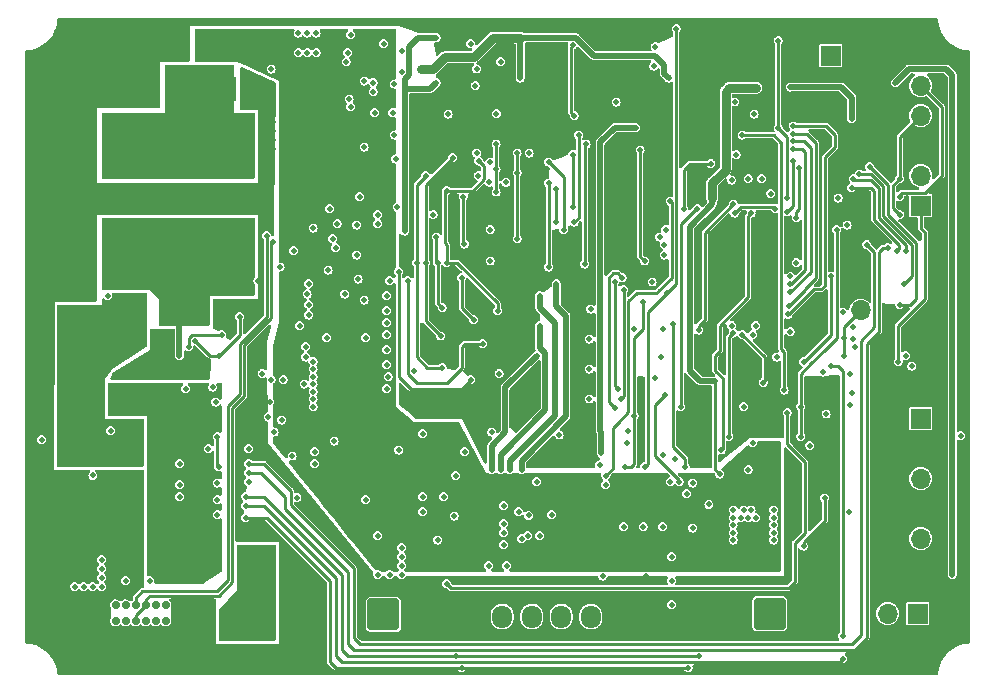
<source format=gbr>
%TF.GenerationSoftware,KiCad,Pcbnew,6.0.11+dfsg-1~bpo11+1*%
%TF.CreationDate,2024-05-06T14:55:15-05:00*%
%TF.ProjectId,BTMS,42544d53-2e6b-4696-9361-645f70636258,rev?*%
%TF.SameCoordinates,Original*%
%TF.FileFunction,Copper,L4,Bot*%
%TF.FilePolarity,Positive*%
%FSLAX46Y46*%
G04 Gerber Fmt 4.6, Leading zero omitted, Abs format (unit mm)*
G04 Created by KiCad (PCBNEW 6.0.11+dfsg-1~bpo11+1) date 2024-05-06 14:55:15*
%MOMM*%
%LPD*%
G01*
G04 APERTURE LIST*
G04 Aperture macros list*
%AMRoundRect*
0 Rectangle with rounded corners*
0 $1 Rounding radius*
0 $2 $3 $4 $5 $6 $7 $8 $9 X,Y pos of 4 corners*
0 Add a 4 corners polygon primitive as box body*
4,1,4,$2,$3,$4,$5,$6,$7,$8,$9,$2,$3,0*
0 Add four circle primitives for the rounded corners*
1,1,$1+$1,$2,$3*
1,1,$1+$1,$4,$5*
1,1,$1+$1,$6,$7*
1,1,$1+$1,$8,$9*
0 Add four rect primitives between the rounded corners*
20,1,$1+$1,$2,$3,$4,$5,0*
20,1,$1+$1,$4,$5,$6,$7,0*
20,1,$1+$1,$6,$7,$8,$9,0*
20,1,$1+$1,$8,$9,$2,$3,0*%
G04 Aperture macros list end*
%TA.AperFunction,ComponentPad*%
%ADD10RoundRect,0.250001X-1.099999X-1.099999X1.099999X-1.099999X1.099999X1.099999X-1.099999X1.099999X0*%
%TD*%
%TA.AperFunction,ComponentPad*%
%ADD11C,2.700000*%
%TD*%
%TA.AperFunction,SMDPad,CuDef*%
%ADD12R,1.700000X2.050000*%
%TD*%
%TA.AperFunction,ComponentPad*%
%ADD13C,0.700000*%
%TD*%
%TA.AperFunction,ComponentPad*%
%ADD14O,0.900000X2.400000*%
%TD*%
%TA.AperFunction,ComponentPad*%
%ADD15O,0.900000X1.700000*%
%TD*%
%TA.AperFunction,ComponentPad*%
%ADD16R,1.700000X1.700000*%
%TD*%
%TA.AperFunction,ComponentPad*%
%ADD17O,1.700000X1.700000*%
%TD*%
%TA.AperFunction,SMDPad,CuDef*%
%ADD18R,2.050000X1.700000*%
%TD*%
%TA.AperFunction,ComponentPad*%
%ADD19RoundRect,0.250000X0.600000X0.725000X-0.600000X0.725000X-0.600000X-0.725000X0.600000X-0.725000X0*%
%TD*%
%TA.AperFunction,ComponentPad*%
%ADD20O,1.700000X1.950000*%
%TD*%
%TA.AperFunction,ViaPad*%
%ADD21C,0.500000*%
%TD*%
%TA.AperFunction,Conductor*%
%ADD22C,0.250000*%
%TD*%
%TA.AperFunction,Conductor*%
%ADD23C,0.500000*%
%TD*%
%TA.AperFunction,Conductor*%
%ADD24C,0.750000*%
%TD*%
G04 APERTURE END LIST*
D10*
%TO.P,J5,1*%
%TO.N,/PowerOutput*%
X171631000Y-145542000D03*
D11*
%TO.P,J5,2*%
%TO.N,GND*%
X175591000Y-145542000D03*
%TD*%
D10*
%TO.P,J4,1*%
%TO.N,Net-(F2-Pad1)*%
X138917000Y-145625000D03*
D11*
%TO.P,J4,2*%
%TO.N,GND*%
X142877000Y-145625000D03*
%TD*%
D12*
%TO.P,U15,9,D*%
%TO.N,Net-(D24-Pad1)*%
X125550000Y-101104000D03*
%TD*%
D13*
%TO.P,J2,A1,GND*%
%TO.N,GND*%
X115389000Y-144819000D03*
%TO.P,J2,A4,VBUS*%
%TO.N,Net-(F1-Pad1)*%
X116239000Y-144819000D03*
%TO.P,J2,A5,CC1*%
%TO.N,/CC1*%
X117089000Y-144819000D03*
%TO.P,J2,A6,D+*%
%TO.N,/USB_D+*%
X117939000Y-144819000D03*
%TO.P,J2,A7,D-*%
%TO.N,/USB_D-*%
X118789000Y-144819000D03*
%TO.P,J2,A8,SBU1*%
%TO.N,unconnected-(J2-PadA8)*%
X119639000Y-144819000D03*
%TO.P,J2,A9,VBUS*%
%TO.N,Net-(F1-Pad1)*%
X120489000Y-144819000D03*
%TO.P,J2,A12,GND*%
%TO.N,GND*%
X121339000Y-144819000D03*
%TO.P,J2,B1,GND*%
X121339000Y-146169000D03*
%TO.P,J2,B4,VBUS*%
%TO.N,Net-(F1-Pad1)*%
X120489000Y-146169000D03*
%TO.P,J2,B5,CC2*%
%TO.N,/CC2*%
X119639000Y-146169000D03*
%TO.P,J2,B6,D+*%
%TO.N,/USB_D+*%
X118789000Y-146169000D03*
%TO.P,J2,B7,D-*%
%TO.N,/USB_D-*%
X117939000Y-146169000D03*
%TO.P,J2,B8,SBU2*%
%TO.N,unconnected-(J2-PadB8)*%
X117089000Y-146169000D03*
%TO.P,J2,B9,VBUS*%
%TO.N,Net-(F1-Pad1)*%
X116239000Y-146169000D03*
%TO.P,J2,B12,GND*%
%TO.N,GND*%
X115389000Y-146169000D03*
D14*
%TO.P,J2,S1,SHIELD*%
X114039000Y-145799000D03*
D15*
X114039000Y-149179000D03*
D14*
X122689000Y-145799000D03*
D15*
X122689000Y-149179000D03*
%TD*%
D10*
%TO.P,J3,1*%
%TO.N,Net-(F3-Pad1)*%
X127995000Y-145625000D03*
D11*
%TO.P,J3,2*%
%TO.N,GND*%
X131955000Y-145625000D03*
%TD*%
D16*
%TO.P,J7,1*%
%TO.N,GND*%
X179324000Y-117343000D03*
D17*
%TO.P,J7,2*%
%TO.N,/Btemp_in*%
X179324000Y-119883000D03*
%TD*%
D16*
%TO.P,J8,1*%
%TO.N,Net-(F5-Pad2)*%
X184150000Y-145542000D03*
D17*
%TO.P,J8,2*%
%TO.N,Net-(FB3-Pad2)*%
X181610000Y-145542000D03*
%TD*%
D18*
%TO.P,U13,9,D*%
%TO.N,/BTStrapSig*%
X121158000Y-120284000D03*
%TD*%
D16*
%TO.P,J9,1*%
%TO.N,/MCLR*%
X184404000Y-110998000D03*
D17*
%TO.P,J9,2*%
%TO.N,+3V3*%
X184404000Y-108458000D03*
%TO.P,J9,3*%
%TO.N,GND*%
X184404000Y-105918000D03*
%TO.P,J9,4*%
%TO.N,/PGMD*%
X184404000Y-103378000D03*
%TO.P,J9,5*%
%TO.N,/PGMC*%
X184404000Y-100838000D03*
%TD*%
D19*
%TO.P,J1,1,Pin_1*%
%TO.N,GND*%
X158964000Y-145796000D03*
D20*
%TO.P,J1,2,Pin_2*%
%TO.N,/LBatt_Cell_1*%
X156464000Y-145796000D03*
%TO.P,J1,3,Pin_3*%
%TO.N,/LBatt_Cell_2*%
X153964000Y-145796000D03*
%TO.P,J1,4,Pin_4*%
%TO.N,/LBatt_Cell_3*%
X151464000Y-145796000D03*
%TO.P,J1,5,Pin_5*%
%TO.N,/LBatt_Cell_4*%
X148964000Y-145796000D03*
%TD*%
D16*
%TO.P,J6,1*%
%TO.N,Net-(J6-Pad1)*%
X184404000Y-129032000D03*
D17*
%TO.P,J6,2*%
%TO.N,GND*%
X184404000Y-131572000D03*
%TO.P,J6,3*%
%TO.N,Net-(J6-Pad3)*%
X184404000Y-134112000D03*
%TO.P,J6,4*%
%TO.N,GND*%
X184404000Y-136652000D03*
%TO.P,J6,5*%
%TO.N,Net-(C23-Pad1)*%
X184404000Y-139192000D03*
%TD*%
D16*
%TO.P,J10,1*%
%TO.N,Net-(C56-Pad1)*%
X176779000Y-98298000D03*
D17*
%TO.P,J10,2*%
%TO.N,GND*%
X179319000Y-98298000D03*
%TD*%
D21*
%TO.N,GND*%
X157734000Y-134620000D03*
X162560000Y-138176000D03*
X160909000Y-138176000D03*
X159258000Y-138176000D03*
X165100000Y-138303000D03*
X161163000Y-142367000D03*
X165100000Y-147193000D03*
%TO.N,/Pre-Charge*%
X157734000Y-133858000D03*
X163195000Y-110617000D03*
%TO.N,Net-(Q1-Pad3)*%
X163322000Y-144780000D03*
X163322000Y-140716000D03*
X163322000Y-142748000D03*
%TO.N,/CHctrl+*%
X159385000Y-133096000D03*
%TO.N,/ExtBus*%
X160655000Y-141732000D03*
X163322000Y-141732000D03*
%TO.N,Net-(C1-Pad1)*%
X149098000Y-139700000D03*
X149098000Y-136398000D03*
%TO.N,GND*%
X145796000Y-131826000D03*
X170815000Y-119253000D03*
X108966000Y-120015000D03*
X164084000Y-129921000D03*
X149098000Y-120650000D03*
X188214000Y-135001000D03*
X170434000Y-150495000D03*
X108966000Y-125095000D03*
X145034000Y-95377000D03*
X133604000Y-95377000D03*
X115824000Y-95377000D03*
X188214000Y-146431000D03*
X164973000Y-110109000D03*
X183134000Y-150495000D03*
X108966000Y-126365000D03*
X170688000Y-116586000D03*
X185928000Y-125222000D03*
X111887000Y-98425000D03*
X188087000Y-114300000D03*
X141478000Y-124968000D03*
X169672000Y-124333000D03*
X129413000Y-99441000D03*
X169164000Y-95377000D03*
X168148000Y-99060000D03*
X132334000Y-123825000D03*
X170180000Y-131064000D03*
X121666000Y-135636000D03*
X144526000Y-117983000D03*
X136652000Y-112649000D03*
X161671000Y-116459000D03*
X112522000Y-113411000D03*
X118110000Y-140716000D03*
X156591000Y-114681000D03*
X114046000Y-112776000D03*
X163068000Y-106299000D03*
X128524000Y-95377000D03*
X109982000Y-123190000D03*
X121666000Y-134620000D03*
X157734000Y-95377000D03*
X127635000Y-110490000D03*
X179832000Y-106172000D03*
X108966000Y-145415000D03*
X108966000Y-122555000D03*
X185928000Y-122936000D03*
X108966000Y-133985000D03*
X185928000Y-115189000D03*
X155194000Y-95377000D03*
X166370000Y-124333000D03*
X108966000Y-127635000D03*
X108966000Y-139065000D03*
X174244000Y-150495000D03*
X188087000Y-109474000D03*
X167894000Y-97536000D03*
X167640000Y-124333000D03*
X108966000Y-102235000D03*
X175768000Y-119634000D03*
X128016000Y-102362000D03*
X181864000Y-95377000D03*
X120142000Y-122682000D03*
X181229000Y-124841000D03*
X132969000Y-126111000D03*
X132969000Y-124841000D03*
X131064000Y-150495000D03*
X188087000Y-99314000D03*
X142494000Y-95377000D03*
X147066000Y-116967000D03*
X135890000Y-98044000D03*
X176784000Y-116078000D03*
X117094000Y-95377000D03*
X159512000Y-131064000D03*
X113411000Y-112776000D03*
X141224000Y-95377000D03*
X140462000Y-127127000D03*
X146304000Y-124968000D03*
X162814000Y-104394000D03*
X153162000Y-99949000D03*
X155448000Y-127635000D03*
X109982000Y-125222000D03*
X117856000Y-125222000D03*
X171704000Y-150495000D03*
X123444000Y-150495000D03*
X173736000Y-128778000D03*
X188087000Y-103124000D03*
X109982000Y-124206000D03*
X182880000Y-129413000D03*
X152654000Y-95377000D03*
X150114000Y-95377000D03*
X143764000Y-123063000D03*
X114554000Y-150495000D03*
X116586000Y-135128000D03*
X153797000Y-103505000D03*
X137414000Y-122174000D03*
X188214000Y-142621000D03*
X156464000Y-95377000D03*
X186309000Y-109601000D03*
X129540000Y-105410000D03*
X178054000Y-95377000D03*
X184404000Y-150495000D03*
X175768000Y-120650000D03*
X132588000Y-120269000D03*
X136906000Y-110236000D03*
X133223000Y-96393000D03*
X177292000Y-126365000D03*
X137287000Y-106045000D03*
X153924000Y-95377000D03*
X110744000Y-122682000D03*
X156464000Y-107188000D03*
X144907000Y-137287000D03*
X170561000Y-99822000D03*
X141478000Y-108331000D03*
X111887000Y-102235000D03*
X108966000Y-144145000D03*
X129540000Y-103124000D03*
X129540000Y-100838000D03*
X120904000Y-95377000D03*
X127254000Y-150495000D03*
X123444000Y-124714000D03*
X160782000Y-125857000D03*
X139700000Y-103124000D03*
X108966000Y-131445000D03*
X183134000Y-95377000D03*
X155194000Y-114300000D03*
X161798000Y-114935000D03*
X170688000Y-115062000D03*
X167894000Y-113411000D03*
X153543000Y-113538000D03*
X108966000Y-146685000D03*
X165608000Y-130048000D03*
X185928000Y-116332000D03*
X131064000Y-95377000D03*
X124968000Y-119380000D03*
X173736000Y-133350000D03*
X108966000Y-112395000D03*
X132334000Y-95377000D03*
X140208000Y-131699000D03*
X111887000Y-101473000D03*
X108966000Y-103505000D03*
X147828000Y-141478000D03*
X132461000Y-96393000D03*
X121666000Y-110490000D03*
X133223000Y-98044000D03*
X128016000Y-100838000D03*
X139954000Y-107061000D03*
X151384000Y-95377000D03*
X122174000Y-95377000D03*
X129794000Y-150495000D03*
X176276000Y-106172000D03*
X175514000Y-95377000D03*
X168656000Y-124333000D03*
X170688000Y-97409000D03*
X108966000Y-121285000D03*
X127635000Y-125222000D03*
X131191000Y-132207000D03*
X162814000Y-95377000D03*
X185928000Y-114046000D03*
X113284000Y-150495000D03*
X148590000Y-129540000D03*
X179324000Y-150495000D03*
X108966000Y-114935000D03*
X138430000Y-112522000D03*
X150241000Y-128651000D03*
X123444000Y-95377000D03*
X188087000Y-100584000D03*
X147574000Y-95377000D03*
X160274000Y-95377000D03*
X143510000Y-139319000D03*
X131699000Y-96393000D03*
X179324000Y-95377000D03*
X164084000Y-95377000D03*
X124206000Y-144526000D03*
X132207000Y-126111000D03*
X162814000Y-109093000D03*
X132969000Y-126746000D03*
X179832000Y-115189000D03*
X108966000Y-116205000D03*
X186182000Y-100457000D03*
X145415000Y-97282000D03*
X165481000Y-116205000D03*
X184404000Y-125222000D03*
X108966000Y-106045000D03*
X188087000Y-104394000D03*
X185928000Y-124460000D03*
X108966000Y-111125000D03*
X121666000Y-132842000D03*
X111887000Y-104521000D03*
X131318000Y-114808000D03*
X141732000Y-102997000D03*
X124841000Y-134493000D03*
X166878000Y-121031000D03*
X155321000Y-122301000D03*
X181864000Y-150495000D03*
X143891000Y-97282000D03*
X156845000Y-97282000D03*
X146177000Y-117983000D03*
X124714000Y-95377000D03*
X108966000Y-109855000D03*
X122428000Y-124714000D03*
X181483000Y-137541000D03*
X142240000Y-136906000D03*
X129413000Y-125730000D03*
X108966000Y-130175000D03*
X112141000Y-112776000D03*
X132969000Y-127381000D03*
X188214000Y-131191000D03*
X162560000Y-132080000D03*
X167767000Y-115951000D03*
X112522000Y-114046000D03*
X137287000Y-100457000D03*
X115824000Y-110490000D03*
X175514000Y-150495000D03*
X132461000Y-98044000D03*
X176784000Y-150495000D03*
X148463000Y-104902000D03*
X111887000Y-100711000D03*
X120904000Y-150495000D03*
X186309000Y-129032000D03*
X124079000Y-131572000D03*
X128778000Y-102362000D03*
X109982000Y-122174000D03*
X110744000Y-123698000D03*
X117094000Y-150495000D03*
X112776000Y-112776000D03*
X126746000Y-133096000D03*
X124714000Y-150495000D03*
X131699000Y-98044000D03*
X115824000Y-150495000D03*
X178562000Y-110363000D03*
X129413000Y-132080000D03*
X118618000Y-110490000D03*
X184404000Y-121666000D03*
X108966000Y-100965000D03*
X151892000Y-125984000D03*
X129540000Y-106172000D03*
X188214000Y-136271000D03*
X167767000Y-110363000D03*
X155448000Y-99949000D03*
X184404000Y-95377000D03*
X129667000Y-130175000D03*
X138430000Y-138938000D03*
X184023000Y-113284000D03*
X186055000Y-121539000D03*
X160020000Y-111125000D03*
X136779000Y-117221000D03*
X188087000Y-108204000D03*
X172974000Y-95377000D03*
X108966000Y-117475000D03*
X128287500Y-117348000D03*
X172339000Y-128905000D03*
X114173000Y-104521000D03*
X188214000Y-143891000D03*
X132969000Y-112903000D03*
X167894000Y-150495000D03*
X180594000Y-95377000D03*
X111887000Y-99949000D03*
X161544000Y-95377000D03*
X133096000Y-137160000D03*
X144526000Y-104902000D03*
X132334000Y-141986000D03*
X180594000Y-150495000D03*
X111887000Y-102997000D03*
X108966000Y-108585000D03*
X165481000Y-119253000D03*
X175768000Y-118618000D03*
X186309000Y-116840000D03*
X108966000Y-113665000D03*
X188214000Y-138811000D03*
X115824000Y-130048000D03*
X173863000Y-114808000D03*
X172974000Y-150495000D03*
X188087000Y-106934000D03*
X130556000Y-139954000D03*
X157607000Y-99822000D03*
X175768000Y-117602000D03*
X108966000Y-118745000D03*
X170434000Y-95377000D03*
X136652000Y-115189000D03*
X176022000Y-133223000D03*
X132969000Y-124206000D03*
X112014000Y-95377000D03*
X129540000Y-102362000D03*
X122174000Y-150495000D03*
X108966000Y-98425000D03*
X167894000Y-95377000D03*
X129286000Y-127635000D03*
X130429000Y-125730000D03*
X147955000Y-114173000D03*
X188087000Y-105664000D03*
X156591000Y-109982000D03*
X117856000Y-124206000D03*
X111887000Y-103759000D03*
X139446000Y-117348000D03*
X124841000Y-137160000D03*
X139319000Y-125476000D03*
X188214000Y-133731000D03*
X185928000Y-113157000D03*
X166624000Y-95377000D03*
X136144000Y-95377000D03*
X119888000Y-125222000D03*
X143764000Y-95377000D03*
X127254000Y-95377000D03*
X160655000Y-97282000D03*
X151130000Y-138938000D03*
X176022000Y-131318000D03*
X188214000Y-137541000D03*
X150178884Y-116355009D03*
X128016000Y-130556000D03*
X148844000Y-95377000D03*
X108966000Y-99695000D03*
X132969000Y-125476000D03*
X148209000Y-122428000D03*
X186055000Y-119888000D03*
X108966000Y-135255000D03*
X166116000Y-99822000D03*
X167767000Y-119253000D03*
X159004000Y-95377000D03*
X137414000Y-95377000D03*
X144018000Y-135636000D03*
X134874000Y-95377000D03*
X150622000Y-139192000D03*
X160147000Y-121412000D03*
X186055000Y-120650000D03*
X164592000Y-135382000D03*
X170688000Y-124333000D03*
X165354000Y-150495000D03*
X119634000Y-95377000D03*
X173863000Y-113792000D03*
X124968000Y-120523000D03*
X174244000Y-99822000D03*
X108966000Y-104775000D03*
X132461000Y-118491000D03*
X170180000Y-129921000D03*
X139954000Y-95377000D03*
X173355000Y-97917000D03*
X125984000Y-95377000D03*
X166624000Y-150495000D03*
X139827000Y-100711000D03*
X160782000Y-131064000D03*
X128778000Y-100838000D03*
X134112000Y-122174000D03*
X163195000Y-134366000D03*
X108966000Y-142875000D03*
X155448000Y-124714000D03*
X129794000Y-95377000D03*
X116840000Y-125222000D03*
X128524000Y-150495000D03*
X156323000Y-131939000D03*
X138176000Y-103124000D03*
X132969000Y-128016000D03*
X108966000Y-123825000D03*
X110744000Y-124714000D03*
X173736000Y-137414000D03*
X188214000Y-140081000D03*
X155321000Y-119761000D03*
X110871000Y-112776000D03*
X118364000Y-95377000D03*
X111506000Y-112776000D03*
X185928000Y-123698000D03*
X170688000Y-113411000D03*
X181102000Y-123190000D03*
X144653000Y-113411000D03*
X160147000Y-101600000D03*
X118364000Y-150495000D03*
X150622000Y-142875000D03*
X120904000Y-122682000D03*
X129540000Y-103886000D03*
X148082000Y-99695000D03*
X153162000Y-137160000D03*
X129540000Y-104648000D03*
X188087000Y-110744000D03*
X165481000Y-113411000D03*
X131191000Y-133985000D03*
X174244000Y-95377000D03*
X188214000Y-145161000D03*
X112649000Y-104521000D03*
X137287000Y-118999000D03*
X154813000Y-113030000D03*
X188214000Y-132461000D03*
X108966000Y-132715000D03*
X145034000Y-99568000D03*
X108966000Y-141605000D03*
X125984000Y-150495000D03*
X108966000Y-107315000D03*
X188087000Y-101854000D03*
X161925000Y-113030000D03*
X119634000Y-150495000D03*
X138049000Y-100584000D03*
X135001000Y-112522000D03*
X138684000Y-95377000D03*
X113284000Y-95377000D03*
X113411000Y-104521000D03*
X108966000Y-140335000D03*
X182245000Y-120142000D03*
X164084000Y-131064000D03*
X146304000Y-95377000D03*
X135636000Y-118491000D03*
X169418000Y-128905000D03*
X143764000Y-121285000D03*
X116586000Y-137922000D03*
X188214000Y-141351000D03*
X156464000Y-112268000D03*
X118872000Y-124206000D03*
X108966000Y-137795000D03*
X178054000Y-150495000D03*
X144526000Y-128270000D03*
X112014000Y-150495000D03*
X142240000Y-128270000D03*
X118872000Y-125222000D03*
X188214000Y-147701000D03*
X188087000Y-113284000D03*
X188087000Y-112014000D03*
X125095000Y-110490000D03*
X182880000Y-110998000D03*
X177292000Y-107442000D03*
X111887000Y-99187000D03*
X176784000Y-95377000D03*
X124841000Y-135890000D03*
X169164000Y-150495000D03*
X108966000Y-128905000D03*
X110744000Y-121666000D03*
X114554000Y-95377000D03*
X149352000Y-141478000D03*
X171704000Y-95377000D03*
X140843000Y-115824000D03*
X183261000Y-109347000D03*
X108966000Y-136525000D03*
X165354000Y-95377000D03*
%TO.N,VBUS*%
X123190000Y-139700000D03*
X124841000Y-128397000D03*
X123190000Y-141224000D03*
X120904000Y-141224000D03*
X122428000Y-142748000D03*
X120904000Y-139700000D03*
X118110000Y-127635000D03*
X121666000Y-141224000D03*
X116586000Y-128524000D03*
X118110000Y-128524000D03*
X117348000Y-126238000D03*
X122428000Y-139700000D03*
X120904000Y-142748000D03*
X118110000Y-127000000D03*
X117348000Y-128524000D03*
X116586000Y-126238000D03*
X115824000Y-127635000D03*
X120904000Y-141986000D03*
X115824000Y-126238000D03*
X124714000Y-139700000D03*
X121666000Y-142748000D03*
X121666000Y-139700000D03*
X115824000Y-127000000D03*
X123190000Y-142748000D03*
X118110000Y-126238000D03*
X115824000Y-128524000D03*
X148082000Y-130175000D03*
X122428000Y-141224000D03*
X123952000Y-139700000D03*
X120904000Y-140462000D03*
%TO.N,/LithCell_V1*%
X144399000Y-103251000D03*
X173609000Y-104267000D03*
X173164500Y-120205500D03*
%TO.N,/LithCell_V2*%
X148472813Y-103221902D03*
X173228000Y-119507000D03*
X173609000Y-104902000D03*
%TO.N,/LithCell_V3*%
X143129000Y-111760000D03*
X155067000Y-112395000D03*
X173300000Y-118292000D03*
X173609000Y-105537000D03*
X155448000Y-105029000D03*
%TO.N,/LithCell_V4*%
X173609000Y-106172000D03*
X173315000Y-117642000D03*
X156083000Y-105791000D03*
X155956000Y-115951000D03*
X147955000Y-115697000D03*
%TO.N,/BTStrapSig*%
X121920000Y-119888000D03*
X118618000Y-117094000D03*
X120396000Y-120904000D03*
X127508000Y-112522000D03*
X121666000Y-117094000D03*
X115824000Y-117094000D03*
X124968000Y-117094000D03*
X121650000Y-123714000D03*
X118618000Y-112522000D03*
X121158000Y-119888000D03*
X115824000Y-112522000D03*
X120396000Y-119888000D03*
X121666000Y-112522000D03*
X124968000Y-112522000D03*
X127508000Y-117094000D03*
X121920000Y-120904000D03*
X121158000Y-120904000D03*
%TO.N,/Btemp*%
X170434000Y-121158000D03*
X173355000Y-121666000D03*
%TO.N,/ChargeVoltage*%
X168148000Y-130556000D03*
X168529000Y-121793000D03*
X153797000Y-130429000D03*
%TO.N,/MCLR*%
X161925000Y-125603000D03*
X182499000Y-124206000D03*
%TO.N,/ExtBus*%
X176276000Y-135763000D03*
X137287000Y-125095000D03*
X136525000Y-124333000D03*
X169672000Y-134620000D03*
X127254000Y-96520000D03*
X125730000Y-97790000D03*
X172085000Y-131445000D03*
X136525000Y-125857000D03*
X136525000Y-126619000D03*
X169672000Y-133985000D03*
X170307000Y-134620000D03*
X124206000Y-97790000D03*
X133731000Y-126111000D03*
X135001000Y-126619000D03*
X169037000Y-133985000D03*
X137287000Y-126619000D03*
X135763000Y-124333000D03*
X135763000Y-125095000D03*
X172212000Y-134747000D03*
X178308000Y-136906000D03*
X126492000Y-96520000D03*
X172212000Y-135509000D03*
X137287000Y-125857000D03*
X135001000Y-128143000D03*
X172212000Y-133985000D03*
X170561000Y-135763000D03*
X126492000Y-97790000D03*
X135763000Y-126619000D03*
X124968000Y-96520000D03*
X169037000Y-134620000D03*
X135001000Y-125857000D03*
X170942000Y-134620000D03*
X135763000Y-125857000D03*
X172212000Y-133223000D03*
X136525000Y-125095000D03*
X137287000Y-124333000D03*
X165100000Y-137160000D03*
X127254000Y-97790000D03*
X124968000Y-97790000D03*
X138049000Y-126619000D03*
X124206000Y-96520000D03*
X135001000Y-127381000D03*
X171577000Y-134620000D03*
X138049000Y-125095000D03*
X174498000Y-139827000D03*
X170307000Y-133985000D03*
X125730000Y-96520000D03*
X131987500Y-102616000D03*
X171196000Y-135763000D03*
X171577000Y-133985000D03*
X135001000Y-124333000D03*
X135001000Y-125095000D03*
X138049000Y-125857000D03*
X169926000Y-135763000D03*
X170942000Y-133985000D03*
X133731000Y-128397000D03*
%TO.N,/CCsense*%
X176784000Y-116967000D03*
X174498000Y-124206000D03*
X173380000Y-116992000D03*
%TO.N,/BCsense*%
X171069000Y-125984000D03*
X169291000Y-121920000D03*
%TO.N,/LBatt_Cell_4*%
X153543000Y-117602000D03*
X150622000Y-133350000D03*
X144272000Y-115824000D03*
X144272000Y-109728000D03*
X146980730Y-107216966D03*
X148590000Y-119888000D03*
%TO.N,/LBatt_Cell_3*%
X143510000Y-115824000D03*
X147955000Y-107315000D03*
X152146000Y-118618000D03*
X147955000Y-113030000D03*
X143891000Y-119634000D03*
X152908000Y-107315000D03*
X139192000Y-118618000D03*
X154178000Y-113030000D03*
X149606000Y-133350000D03*
X143383000Y-113665000D03*
%TO.N,/LBatt_Cell_2*%
X144780000Y-106934000D03*
X148459000Y-105799498D03*
X142494000Y-115824000D03*
X148459000Y-107946000D03*
X152146000Y-121158000D03*
X143764000Y-122047000D03*
X148844000Y-133350000D03*
X148717000Y-125222000D03*
X139192000Y-120904000D03*
X148459000Y-109851000D03*
%TO.N,/LBatt_Cell_1*%
X151892000Y-123698000D03*
X153543000Y-112395000D03*
X139192000Y-123190000D03*
X147890000Y-109029000D03*
X142494000Y-108458000D03*
X141732000Y-115824000D03*
X148082000Y-133350000D03*
X143891000Y-124714000D03*
X153543000Y-109601000D03*
%TO.N,/BV_Fault*%
X157226000Y-132969000D03*
X167513000Y-131699000D03*
X170053000Y-111633000D03*
%TO.N,/Mult_SEL*%
X159639000Y-130048000D03*
X187785000Y-130477000D03*
%TO.N,/C_Fault*%
X165100000Y-134493000D03*
X145034000Y-149098000D03*
X165608000Y-149098000D03*
X127254000Y-135636000D03*
X142240000Y-135636000D03*
%TO.N,/PowerOutput*%
X168529000Y-139319000D03*
X170053000Y-136779000D03*
X168529000Y-138049000D03*
X171958000Y-139319000D03*
X171958000Y-137414000D03*
X171958000Y-138049000D03*
X171958000Y-138684000D03*
X169418000Y-136779000D03*
X171958000Y-136779000D03*
X169164000Y-137414000D03*
X170434000Y-137414000D03*
X168529000Y-138684000D03*
X169799000Y-137414000D03*
X168529000Y-136779000D03*
X168529000Y-137414000D03*
%TO.N,/__PwrKey*%
X162687000Y-115189000D03*
X178181000Y-112649000D03*
%TO.N,/Btemp_in*%
X183134000Y-123698000D03*
X177927000Y-123698000D03*
X177927000Y-122174000D03*
X170180000Y-121920000D03*
%TO.N,/PGMD*%
X182626000Y-108712000D03*
X166624000Y-107442000D03*
X182626000Y-111760000D03*
X164338000Y-111252000D03*
%TO.N,/PGMC*%
X182626000Y-110236000D03*
X162814000Y-113030000D03*
%TO.N,/CC1*%
X133096000Y-131826000D03*
X117089000Y-142753000D03*
%TO.N,/USB_D+*%
X134620000Y-113792000D03*
X129032000Y-113538000D03*
%TO.N,/USB_D-*%
X129540000Y-114046000D03*
X134874000Y-114554000D03*
%TO.N,/CC2*%
X133096000Y-132842000D03*
X119126000Y-142748000D03*
%TO.N,/IntBus*%
X138938000Y-97282000D03*
X173101000Y-110363000D03*
X172339000Y-97028000D03*
X143383000Y-100584000D03*
X177419000Y-110363000D03*
X140716000Y-113157000D03*
X172339000Y-104394000D03*
X143383000Y-96774000D03*
X134747000Y-130937000D03*
%TO.N,/KeepAlive*%
X160655000Y-106299000D03*
X161036000Y-115697000D03*
X136144000Y-102616000D03*
%TO.N,/HighCHfet*%
X122174000Y-126492000D03*
X115570000Y-118618000D03*
%TO.N,/U2RX*%
X162687000Y-114300000D03*
X159258000Y-118110000D03*
X159004000Y-127381000D03*
X178562000Y-126873000D03*
%TO.N,/U2TX*%
X178435000Y-127889000D03*
X159131000Y-117094000D03*
X162306000Y-113665000D03*
X158496000Y-128143000D03*
%TO.N,/U1RX*%
X140081000Y-111125000D03*
X173101000Y-111506000D03*
X173609000Y-107188000D03*
%TO.N,/U1TX*%
X174117000Y-107823000D03*
X138430000Y-111760000D03*
X173863000Y-112014000D03*
%TO.N,/PowerOutEnable*%
X163576000Y-132461000D03*
X177292000Y-113030000D03*
X174244000Y-130556000D03*
X174244000Y-128016000D03*
%TO.N,/Mult_B1*%
X165608000Y-121539000D03*
X168529000Y-110871000D03*
%TO.N,/Mult_B4*%
X168656000Y-111633000D03*
X172085000Y-111252000D03*
%TO.N,/CCsense_in*%
X177800000Y-149352000D03*
X176784000Y-124587000D03*
X127254000Y-136398000D03*
X177800000Y-147447000D03*
%TO.N,+3.3VA*%
X145542000Y-150114000D03*
X169291000Y-105029000D03*
X162750500Y-127063500D03*
X172847000Y-126619000D03*
X127254000Y-137414000D03*
X164719000Y-150114000D03*
X163957000Y-134366000D03*
X145034000Y-133858000D03*
X183642000Y-124587000D03*
%TO.N,/CHctrl+*%
X160909000Y-119126000D03*
X160147000Y-128778000D03*
X124714000Y-127635000D03*
%TO.N,/CH_Boost+*%
X161036000Y-133096000D03*
X163703000Y-96012000D03*
X162941000Y-118364000D03*
X136144000Y-96520000D03*
%TO.N,/Heat_CTRL*%
X163449000Y-121031000D03*
X175006000Y-131318000D03*
X164465000Y-133096000D03*
%TO.N,Net-(F1-Pad1)*%
X115062000Y-142494000D03*
X114300000Y-143256000D03*
X112776000Y-143256000D03*
X115062000Y-140970000D03*
X115062000Y-143256000D03*
X115062000Y-141732000D03*
X113538000Y-143256000D03*
%TO.N,Net-(F2-Pad1)*%
X139446000Y-142240000D03*
X140462000Y-141478000D03*
X140462000Y-139954000D03*
X140462000Y-140716000D03*
X140462000Y-142240000D03*
X138430000Y-142240000D03*
%TO.N,/BattIn*%
X137414000Y-135890000D03*
X151892000Y-134366000D03*
%TO.N,/C_Fault_In*%
X164084000Y-128016000D03*
X165481000Y-111252000D03*
%TO.N,Net-(C63-Pad1)*%
X127508000Y-131572000D03*
X114308040Y-133850768D03*
%TO.N,Net-(R28-Pad1)*%
X169418000Y-128016000D03*
X173101000Y-128524000D03*
X144272000Y-143002000D03*
%TO.N,+5P*%
X135763000Y-98806000D03*
X158623000Y-102235000D03*
X176403000Y-128651000D03*
X148844000Y-98806000D03*
X126746000Y-120396000D03*
X122936000Y-122428000D03*
X124968000Y-123698000D03*
X168656000Y-102235000D03*
X187071000Y-127508000D03*
X182245000Y-100584000D03*
X187071000Y-142240000D03*
%TO.N,Power_EN*%
X154940000Y-97409000D03*
X138049000Y-101346000D03*
X146812000Y-99441000D03*
X155067000Y-103378000D03*
%TO.N,Net-(C1-Pad2)*%
X150368000Y-136906000D03*
X149098000Y-138684000D03*
%TO.N,Net-(C2-Pad2)*%
X149098000Y-137922000D03*
X151202000Y-137232000D03*
%TO.N,+3.3VP*%
X131596000Y-135730000D03*
X139827000Y-105029000D03*
X124968000Y-133096000D03*
X124841000Y-130556000D03*
X134366000Y-111252000D03*
%TO.N,Net-(C31-Pad1)*%
X162560000Y-121412000D03*
X168402000Y-121158000D03*
%TO.N,Net-(D2-Pad2)*%
X139192000Y-126492000D03*
X132334000Y-122936000D03*
%TO.N,Net-(D3-Pad2)*%
X139192000Y-124460000D03*
X131826000Y-121158000D03*
%TO.N,Net-(C37-Pad1)*%
X142113000Y-99441000D03*
X150495000Y-100203000D03*
X143129000Y-99441000D03*
X163068000Y-100203000D03*
%TO.N,/SW_Signal*%
X136017000Y-101981000D03*
X168783000Y-106680000D03*
%TO.N,Net-(D5-Pad2)*%
X132588000Y-117602000D03*
X139192000Y-119888000D03*
%TO.N,Net-(R15-Pad2)*%
X179832000Y-114300000D03*
X127508000Y-132842000D03*
%TO.N,Net-(C54-Pad1)*%
X157254000Y-130048000D03*
X160274000Y-104394000D03*
X157353000Y-131953000D03*
%TO.N,Net-(D4-Pad2)*%
X139192000Y-121920000D03*
X132588000Y-119380000D03*
%TO.N,Net-(D17-Pad2)*%
X169799000Y-133350000D03*
X166470000Y-136290000D03*
%TO.N,Net-(C18-Pad1)*%
X117348000Y-132842000D03*
X115316000Y-123190000D03*
X117348000Y-130556000D03*
X115062000Y-122047000D03*
X113538000Y-122047000D03*
X116840000Y-123190000D03*
X117856000Y-119888000D03*
X118364000Y-129286000D03*
X117348000Y-131318000D03*
X116332000Y-119888000D03*
X115062000Y-121412000D03*
X118364000Y-130048000D03*
X115824000Y-132080000D03*
X115824000Y-131318000D03*
X115316000Y-124460000D03*
X117094000Y-120904000D03*
X115316000Y-123825000D03*
X113538000Y-121412000D03*
X117094000Y-119888000D03*
X116078000Y-124460000D03*
X117348000Y-132080000D03*
X114300000Y-122047000D03*
X116332000Y-120904000D03*
X116078000Y-123190000D03*
X114300000Y-121412000D03*
X116840000Y-123825000D03*
X116078000Y-123825000D03*
X117348000Y-129794000D03*
X117856000Y-120904000D03*
X115824000Y-132842000D03*
%TO.N,Net-(D10-Pad2)*%
X109982000Y-130810000D03*
X129159000Y-128905000D03*
%TO.N,Net-(D33-Pad2)*%
X146685000Y-100838000D03*
X170307000Y-103251000D03*
%TO.N,Net-(F3-Pad1)*%
X129540000Y-140716000D03*
X127254000Y-139954000D03*
X129540000Y-141478000D03*
X128016000Y-139954000D03*
X129540000Y-143002000D03*
X129540000Y-142240000D03*
X128778000Y-139954000D03*
X129540000Y-139954000D03*
%TO.N,Net-(R16-Pad2)*%
X181610000Y-114554000D03*
X127508000Y-133604000D03*
%TO.N,Net-(R18-Pad2)*%
X127508000Y-134366000D03*
X130302000Y-129159000D03*
%TO.N,Net-(RN8-Pad4)*%
X158750000Y-126492000D03*
X178435000Y-125222000D03*
X134239000Y-116459000D03*
X158496000Y-117475000D03*
%TO.N,Net-(R44-Pad1)*%
X146304000Y-97282000D03*
X161925000Y-97536000D03*
%TO.N,Net-(RN2-Pad5)*%
X182372000Y-114808000D03*
X178562000Y-109474000D03*
X171704000Y-109982000D03*
X177800000Y-120015000D03*
X156464000Y-119761000D03*
%TO.N,Net-(R73-Pad1)*%
X145764665Y-114264665D03*
X145669000Y-110236000D03*
%TO.N,Net-(RN2-Pad6)*%
X178689000Y-108712000D03*
X178689000Y-121285000D03*
X170942000Y-108712000D03*
X156337000Y-122301000D03*
X183134000Y-114808000D03*
%TO.N,Net-(RN2-Pad7)*%
X183007000Y-117602000D03*
X179197000Y-108331000D03*
X178689000Y-122301000D03*
X169799000Y-108712000D03*
X156337000Y-124841000D03*
%TO.N,Net-(RN2-Pad8)*%
X168402000Y-108839000D03*
X180086000Y-107696000D03*
X178816000Y-122936000D03*
X156337000Y-127381000D03*
X182626000Y-119380000D03*
%TO.N,Net-(D8-Pad1)*%
X152146000Y-138938000D03*
X142240000Y-130302000D03*
%TO.N,Net-(D24-Pad1)*%
X115824000Y-103505000D03*
X118618000Y-103505000D03*
X125095000Y-101854000D03*
X121666000Y-103505000D03*
X125095000Y-108331000D03*
X125857000Y-101854000D03*
X125095000Y-100330000D03*
X125095000Y-101092000D03*
X121666000Y-108331000D03*
X118618000Y-108331000D03*
X120777000Y-102108000D03*
X120777000Y-100330000D03*
X125857000Y-100330000D03*
X125095000Y-103505000D03*
X120777000Y-99695000D03*
X127635000Y-103505000D03*
X125857000Y-101092000D03*
X115824000Y-108331000D03*
X120777000Y-101473000D03*
X127635000Y-108331000D03*
%TO.N,Net-(D25-Pad2)*%
X162433000Y-123825000D03*
X172212000Y-123825000D03*
%TO.N,Net-(RN6-Pad1)*%
X140208000Y-116586000D03*
X146304000Y-125730000D03*
%TO.N,Net-(RN6-Pad2)*%
X147320000Y-122682000D03*
X140970000Y-117348000D03*
%TO.N,Net-(RN6-Pad3)*%
X146558000Y-120650000D03*
X145542000Y-117094000D03*
%TO.N,Net-(RN10-Pad1)*%
X152908000Y-116205000D03*
X152908000Y-109093000D03*
X146939000Y-108458000D03*
X149290000Y-109029000D03*
%TO.N,Net-(RN10-Pad2)*%
X150241000Y-108204000D03*
X150241000Y-106553000D03*
X150241000Y-113792000D03*
X146812000Y-106553000D03*
%TO.N,Net-(RN10-Pad3)*%
X151257000Y-106553000D03*
X154940000Y-106680000D03*
X154940000Y-111125000D03*
%TO.N,+3V3*%
X140462000Y-97917000D03*
X166751000Y-110363000D03*
X167386000Y-133731000D03*
X157480000Y-142367000D03*
X167894000Y-104648000D03*
X178562000Y-103632000D03*
X176149000Y-125095000D03*
X170497000Y-101029000D03*
X140462000Y-99695000D03*
X173863000Y-115824000D03*
X173355000Y-100965000D03*
X161798000Y-99187000D03*
X161671000Y-117475000D03*
X130175000Y-116205000D03*
X167005000Y-125857000D03*
%TO.N,Net-(JP1-Pad1)*%
X122428000Y-122936000D03*
X125222000Y-121920000D03*
%TO.N,Net-(U1-Pad5)*%
X128651000Y-125222000D03*
X124460000Y-126365000D03*
%TD*%
D22*
%TO.N,/CHctrl+*%
X159385000Y-133096000D02*
X159893000Y-133096000D01*
X159893000Y-133096000D02*
X160147000Y-132842000D01*
X160147000Y-132842000D02*
X160147000Y-128778000D01*
%TO.N,/Pre-Charge*%
X158369000Y-133223000D02*
X157734000Y-133858000D01*
X162052000Y-118364000D02*
X160401000Y-118364000D01*
X159647000Y-127886000D02*
X159647000Y-128516000D01*
X160401000Y-118364000D02*
X159647000Y-119118000D01*
X159647000Y-119118000D02*
X159647000Y-127886000D01*
X159647000Y-128516000D02*
X158750000Y-129413000D01*
X163314000Y-110736000D02*
X163314000Y-117102000D01*
X162179000Y-118237000D02*
X162052000Y-118364000D01*
X158750000Y-129413000D02*
X158369000Y-129794000D01*
X158369000Y-129794000D02*
X158369000Y-133223000D01*
X163195000Y-110617000D02*
X163314000Y-110736000D01*
X163314000Y-117102000D02*
X162179000Y-118237000D01*
%TO.N,/LithCell_V1*%
X175975107Y-118102000D02*
X176284000Y-117793107D01*
X177165000Y-105029000D02*
X176403000Y-104267000D01*
X176284000Y-117793107D02*
X176284000Y-106926000D01*
X176403000Y-104267000D02*
X173609000Y-104267000D01*
X173236607Y-120205500D02*
X175340107Y-118102000D01*
X175340107Y-118102000D02*
X175975107Y-118102000D01*
X176284000Y-106926000D02*
X177165000Y-106045000D01*
X177165000Y-106045000D02*
X177165000Y-105029000D01*
X173164500Y-120205500D02*
X173236607Y-120205500D01*
%TO.N,/LithCell_V2*%
X173228000Y-119507000D02*
X174625000Y-118110000D01*
X175514000Y-117148893D02*
X175514000Y-105664000D01*
X175514000Y-105664000D02*
X174752000Y-104902000D01*
X174625000Y-118110000D02*
X174625000Y-118037893D01*
X174625000Y-118037893D02*
X175514000Y-117148893D01*
X174752000Y-104902000D02*
X173609000Y-104902000D01*
%TO.N,/LithCell_V3*%
X174498000Y-105537000D02*
X173609000Y-105537000D01*
X175078107Y-106117107D02*
X174498000Y-105537000D01*
X175078107Y-116586000D02*
X175078107Y-106117107D01*
X155448000Y-112014000D02*
X155067000Y-112395000D01*
X173300000Y-118292000D02*
X173372107Y-118292000D01*
X155448000Y-108077000D02*
X155448000Y-112014000D01*
X155448000Y-105029000D02*
X155448000Y-108077000D01*
X173372107Y-118292000D02*
X175078107Y-116586000D01*
%TO.N,/LithCell_V4*%
X173315000Y-117642000D02*
X173437107Y-117642000D01*
X156083000Y-105791000D02*
X155956000Y-105918000D01*
X174625000Y-116454107D02*
X174625000Y-106426000D01*
X174625000Y-106426000D02*
X174371000Y-106172000D01*
X173437107Y-117642000D02*
X174625000Y-116454107D01*
X155956000Y-105918000D02*
X155956000Y-115951000D01*
X174371000Y-106172000D02*
X173609000Y-106172000D01*
D23*
%TO.N,/BTStrapSig*%
X121650000Y-123714000D02*
X121650000Y-120776000D01*
X121650000Y-120776000D02*
X121158000Y-120284000D01*
D22*
%TO.N,/ChargeVoltage*%
X168529000Y-121793000D02*
X168156000Y-122166000D01*
X168156000Y-122166000D02*
X168156000Y-129659000D01*
X168156000Y-129659000D02*
X168148000Y-129667000D01*
X168148000Y-129667000D02*
X168148000Y-130556000D01*
%TO.N,/MCLR*%
X184785000Y-118872000D02*
X184785000Y-113284000D01*
X182499000Y-121158000D02*
X184785000Y-118872000D01*
X182499000Y-124206000D02*
X182499000Y-121158000D01*
X184785000Y-113284000D02*
X184404000Y-112903000D01*
X184404000Y-112903000D02*
X184404000Y-110998000D01*
%TO.N,/ExtBus*%
X174498000Y-139827000D02*
X174498000Y-139446000D01*
X174498000Y-139446000D02*
X176276000Y-137668000D01*
X176276000Y-137668000D02*
X176276000Y-135763000D01*
%TO.N,/CCsense*%
X176784000Y-121920000D02*
X176784000Y-116967000D01*
X174498000Y-124206000D02*
X176784000Y-121920000D01*
%TO.N,/BCsense*%
X171188000Y-125865000D02*
X171188000Y-123817000D01*
X171188000Y-123817000D02*
X169291000Y-121920000D01*
X171069000Y-125984000D02*
X171188000Y-125865000D01*
%TO.N,/LBatt_Cell_4*%
X146980730Y-107216966D02*
X146980730Y-107229730D01*
D23*
X154368500Y-128841500D02*
X150622000Y-132588000D01*
D22*
X144145000Y-114173000D02*
X144145000Y-109855000D01*
X146980730Y-107229730D02*
X147439000Y-107688000D01*
X144272000Y-115824000D02*
X145161000Y-115824000D01*
D23*
X153543000Y-119507000D02*
X154368500Y-120332500D01*
D22*
X144145000Y-109855000D02*
X144272000Y-109728000D01*
D23*
X154368500Y-120332500D02*
X154368500Y-128841500D01*
D22*
X144272000Y-115824000D02*
X144272000Y-114300000D01*
X147439000Y-108772894D02*
X146483894Y-109728000D01*
X144272000Y-114300000D02*
X144145000Y-114173000D01*
D23*
X153543000Y-117602000D02*
X153543000Y-119507000D01*
D22*
X148590000Y-119253000D02*
X148590000Y-119888000D01*
X147439000Y-107688000D02*
X147439000Y-108772894D01*
D23*
X150622000Y-132588000D02*
X150622000Y-133350000D01*
D22*
X145161000Y-115824000D02*
X148590000Y-119253000D01*
X146483894Y-109728000D02*
X144272000Y-109728000D01*
D23*
%TO.N,/LBatt_Cell_3*%
X152146000Y-118618000D02*
X152146000Y-119634000D01*
D22*
X143383000Y-115697000D02*
X143510000Y-115824000D01*
X143510000Y-115824000D02*
X143510000Y-119253000D01*
D23*
X153416000Y-120904000D02*
X153416000Y-128778000D01*
D22*
X154178000Y-108585000D02*
X154178000Y-113030000D01*
X152908000Y-107315000D02*
X154178000Y-108585000D01*
X143383000Y-113665000D02*
X143383000Y-115697000D01*
D23*
X152146000Y-119634000D02*
X153416000Y-120904000D01*
X153416000Y-128778000D02*
X149606000Y-132588000D01*
D22*
X143510000Y-119253000D02*
X143891000Y-119634000D01*
D23*
X149606000Y-132588000D02*
X149606000Y-133350000D01*
%TO.N,/LBatt_Cell_2*%
X152146000Y-121158000D02*
X152146000Y-123063000D01*
D22*
X142494000Y-115824000D02*
X142494000Y-109220000D01*
D23*
X148844000Y-132080000D02*
X148844000Y-133350000D01*
X152590500Y-123507500D02*
X152590500Y-128333500D01*
D22*
X142494000Y-109220000D02*
X144780000Y-106934000D01*
D23*
X152146000Y-123063000D02*
X152590500Y-123507500D01*
D22*
X142494000Y-115824000D02*
X142494000Y-120777000D01*
D23*
X152590500Y-128333500D02*
X148844000Y-132080000D01*
D22*
X142494000Y-120777000D02*
X143764000Y-122047000D01*
X148459000Y-105799498D02*
X148459000Y-107946000D01*
X148459000Y-107946000D02*
X148459000Y-109851000D01*
%TO.N,/LBatt_Cell_1*%
X141732000Y-109220000D02*
X141732000Y-115824000D01*
D23*
X151892000Y-123698000D02*
X149215000Y-126375000D01*
D22*
X153543000Y-109601000D02*
X153543000Y-112395000D01*
D23*
X149215000Y-130165000D02*
X149225000Y-130175000D01*
X148082000Y-131318000D02*
X148082000Y-133350000D01*
D22*
X141732000Y-123825000D02*
X142621000Y-124714000D01*
D23*
X149215000Y-126375000D02*
X149215000Y-130165000D01*
D22*
X141732000Y-115824000D02*
X141732000Y-123825000D01*
D23*
X149225000Y-130175000D02*
X148082000Y-131318000D01*
D22*
X142621000Y-124714000D02*
X143891000Y-124714000D01*
X142494000Y-108458000D02*
X141732000Y-109220000D01*
%TO.N,/BV_Fault*%
X169799000Y-118745000D02*
X167386000Y-121158000D01*
X167005000Y-124968000D02*
X167640000Y-125603000D01*
X169799000Y-111887000D02*
X169799000Y-118745000D01*
X167005000Y-123698000D02*
X167005000Y-124968000D01*
X167386000Y-123317000D02*
X167005000Y-123698000D01*
X167640000Y-125603000D02*
X167640000Y-131572000D01*
X170053000Y-111633000D02*
X169799000Y-111887000D01*
X167386000Y-121158000D02*
X167386000Y-123317000D01*
X167640000Y-131572000D02*
X167513000Y-131699000D01*
%TO.N,/C_Fault*%
X135382000Y-142240000D02*
X128778000Y-135636000D01*
X145034000Y-149098000D02*
X135890000Y-149098000D01*
X135382000Y-148590000D02*
X135382000Y-142240000D01*
X128778000Y-135636000D02*
X127254000Y-135636000D01*
X145034000Y-149098000D02*
X147066000Y-149098000D01*
X135890000Y-149098000D02*
X135382000Y-148590000D01*
X147066000Y-149098000D02*
X165608000Y-149098000D01*
%TO.N,/Btemp_in*%
X177927000Y-122174000D02*
X177927000Y-123698000D01*
X177927000Y-121280000D02*
X177927000Y-122174000D01*
X179324000Y-119883000D02*
X177927000Y-121280000D01*
%TO.N,/PGMD*%
X182626000Y-105156000D02*
X182626000Y-108712000D01*
X182626000Y-111760000D02*
X182054500Y-111188500D01*
X164338000Y-111252000D02*
X164338000Y-107950000D01*
X182054500Y-109283500D02*
X182054500Y-111188500D01*
X164846000Y-107442000D02*
X166624000Y-107442000D01*
X182054500Y-109283500D02*
X182626000Y-108712000D01*
X184404000Y-103378000D02*
X182626000Y-105156000D01*
X164338000Y-107950000D02*
X164846000Y-107442000D01*
%TO.N,/PGMC*%
X182626000Y-110078000D02*
X182626000Y-110236000D01*
X184737000Y-109903000D02*
X182801000Y-109903000D01*
X185928000Y-102362000D02*
X186182000Y-102616000D01*
X186182000Y-108458000D02*
X184737000Y-109903000D01*
X186182000Y-102616000D02*
X186182000Y-108458000D01*
X184404000Y-100838000D02*
X185928000Y-102362000D01*
X182801000Y-109903000D02*
X182626000Y-110078000D01*
%TO.N,/USB_D+*%
X126746000Y-126984741D02*
X126746000Y-122682000D01*
X125730000Y-142732740D02*
X125730000Y-128000741D01*
X117939000Y-144819000D02*
X117939000Y-144189000D01*
X125730000Y-128000741D02*
X126746000Y-126984741D01*
X118480000Y-143648000D02*
X124814740Y-143648000D01*
X129032000Y-120396000D02*
X129032000Y-113538000D01*
X117939000Y-144189000D02*
X118480000Y-143648000D01*
X126746000Y-122682000D02*
X129032000Y-120396000D01*
X124814740Y-143648000D02*
X125730000Y-142732740D01*
%TO.N,/USB_D-*%
X129402000Y-114184000D02*
X129540000Y-114046000D01*
X118789000Y-144355000D02*
X119126000Y-144018000D01*
X126100000Y-128154000D02*
X127127000Y-127127000D01*
X126100000Y-142885999D02*
X126100000Y-128154000D01*
X124968000Y-144018000D02*
X126100000Y-142885999D01*
X127127000Y-122824260D02*
X129402000Y-120549259D01*
X129402000Y-120549259D02*
X129402000Y-114184000D01*
X118789000Y-144819000D02*
X118789000Y-144355000D01*
X117939000Y-146169000D02*
X117939000Y-145669000D01*
X119126000Y-144018000D02*
X124968000Y-144018000D01*
X117939000Y-145669000D02*
X118789000Y-144819000D01*
X127127000Y-127127000D02*
X127127000Y-122824260D01*
%TO.N,/IntBus*%
X172339000Y-97028000D02*
X172339000Y-104394000D01*
D23*
X141087000Y-99953884D02*
X141087000Y-97546000D01*
D22*
X173101000Y-105156000D02*
X172339000Y-104394000D01*
D23*
X141859000Y-96774000D02*
X143383000Y-96774000D01*
X143383000Y-100584000D02*
X142875000Y-101092000D01*
X140716000Y-101981000D02*
X140716000Y-101092000D01*
X140716000Y-101092000D02*
X140716000Y-100324884D01*
X140716000Y-100324884D02*
X141087000Y-99953884D01*
X140716000Y-113157000D02*
X140716000Y-101981000D01*
X142875000Y-101092000D02*
X140716000Y-101092000D01*
D22*
X173101000Y-110363000D02*
X173101000Y-105156000D01*
D23*
X141087000Y-97546000D02*
X141859000Y-96774000D01*
D22*
%TO.N,/KeepAlive*%
X160655000Y-109601000D02*
X160655000Y-115316000D01*
X160655000Y-106299000D02*
X160655000Y-109601000D01*
X160655000Y-115316000D02*
X161036000Y-115697000D01*
%TO.N,/U2RX*%
X159269000Y-118121000D02*
X159258000Y-118110000D01*
X159269000Y-127116000D02*
X159269000Y-119137000D01*
X159004000Y-127381000D02*
X159269000Y-127116000D01*
X159269000Y-119137000D02*
X159269000Y-118121000D01*
%TO.N,/U2TX*%
X158242000Y-127889000D02*
X157988000Y-127635000D01*
X158750000Y-116713000D02*
X159131000Y-117094000D01*
X158369000Y-116713000D02*
X158750000Y-116713000D01*
X157988000Y-122428000D02*
X157988000Y-117094000D01*
X158496000Y-128143000D02*
X158242000Y-127889000D01*
X157988000Y-117094000D02*
X158369000Y-116713000D01*
X157988000Y-127635000D02*
X157988000Y-122428000D01*
%TO.N,/U1RX*%
X173609000Y-110998000D02*
X173609000Y-107188000D01*
X173601000Y-111006000D02*
X173609000Y-110998000D01*
X173101000Y-111506000D02*
X173601000Y-111006000D01*
%TO.N,/U1TX*%
X173863000Y-111506000D02*
X173979000Y-111390000D01*
X174117000Y-111252000D02*
X174117000Y-107823000D01*
X173863000Y-112014000D02*
X173863000Y-111506000D01*
X173979000Y-111390000D02*
X174117000Y-111252000D01*
%TO.N,/PowerOutEnable*%
X174244000Y-130556000D02*
X174244000Y-128016000D01*
X174244000Y-125349000D02*
X174244000Y-125222000D01*
X174244000Y-125222000D02*
X175133000Y-124333000D01*
X176268000Y-123198000D02*
X177292000Y-122174000D01*
X177292000Y-122174000D02*
X177292000Y-113030000D01*
X175133000Y-124333000D02*
X176268000Y-123198000D01*
X174244000Y-128016000D02*
X174244000Y-125349000D01*
%TO.N,/Mult_B1*%
X166116000Y-113284000D02*
X166116000Y-120650000D01*
X166116000Y-120650000D02*
X165608000Y-121158000D01*
X165608000Y-121158000D02*
X165608000Y-121539000D01*
X168529000Y-110871000D02*
X166116000Y-113284000D01*
%TO.N,/Mult_B4*%
X171958000Y-111125000D02*
X172085000Y-111252000D01*
X168656000Y-111633000D02*
X169164000Y-111125000D01*
X169164000Y-111125000D02*
X171958000Y-111125000D01*
%TO.N,/CCsense_in*%
X134874000Y-149098000D02*
X135382000Y-149606000D01*
X177800000Y-147447000D02*
X177800000Y-124968000D01*
X144018000Y-149606000D02*
X177546000Y-149606000D01*
X177546000Y-149606000D02*
X177800000Y-149352000D01*
X135382000Y-149606000D02*
X144018000Y-149606000D01*
X134874000Y-148605260D02*
X134874000Y-149098000D01*
X128524000Y-136398000D02*
X128778000Y-136398000D01*
X128778000Y-136398000D02*
X134874000Y-142494000D01*
X176784000Y-124587000D02*
X177419000Y-124587000D01*
X127254000Y-136398000D02*
X128524000Y-136398000D01*
X177419000Y-124587000D02*
X177800000Y-124968000D01*
X134874000Y-142494000D02*
X134874000Y-148605260D01*
%TO.N,+3.3VA*%
X134112000Y-142494000D02*
X134366000Y-142748000D01*
X134366000Y-147320000D02*
X134366000Y-149352000D01*
X161925000Y-127889000D02*
X162750500Y-127063500D01*
X134874000Y-150114000D02*
X141732000Y-150114000D01*
X161925000Y-132207000D02*
X161925000Y-127889000D01*
X172601000Y-105672000D02*
X172601000Y-123143107D01*
X163957000Y-134239000D02*
X161925000Y-132207000D01*
X134366000Y-149606000D02*
X134874000Y-150114000D01*
X134366000Y-149352000D02*
X134366000Y-149606000D01*
X169291000Y-105029000D02*
X171958000Y-105029000D01*
X172847000Y-123389107D02*
X172847000Y-126619000D01*
X129032000Y-137414000D02*
X134112000Y-142494000D01*
X172601000Y-123143107D02*
X172847000Y-123389107D01*
X145542000Y-150114000D02*
X153924000Y-150114000D01*
X153924000Y-150114000D02*
X164719000Y-150114000D01*
X127254000Y-137414000D02*
X129032000Y-137414000D01*
X171958000Y-105029000D02*
X172601000Y-105672000D01*
X134366000Y-142748000D02*
X134366000Y-147320000D01*
X141732000Y-150114000D02*
X145542000Y-150114000D01*
X163957000Y-134366000D02*
X163957000Y-134239000D01*
%TO.N,/CHctrl+*%
X160909000Y-121412000D02*
X160147000Y-122174000D01*
X160909000Y-119126000D02*
X160909000Y-121412000D01*
X160147000Y-122174000D02*
X160147000Y-128778000D01*
%TO.N,/CH_Boost+*%
X161417000Y-119888000D02*
X161290000Y-120015000D01*
X161290000Y-132842000D02*
X161036000Y-133096000D01*
X162052000Y-119253000D02*
X161925000Y-119380000D01*
X161290000Y-120015000D02*
X161290000Y-132842000D01*
X161925000Y-119380000D02*
X161544000Y-119761000D01*
X163703000Y-96012000D02*
X163703000Y-112649000D01*
X162941000Y-118364000D02*
X162052000Y-119253000D01*
X163703000Y-117602000D02*
X162941000Y-118364000D01*
X163703000Y-112649000D02*
X163703000Y-117602000D01*
X161544000Y-119761000D02*
X161417000Y-119888000D01*
%TO.N,/Heat_CTRL*%
X163449000Y-131445000D02*
X164338000Y-132334000D01*
X163449000Y-121031000D02*
X163449000Y-131445000D01*
X164465000Y-133096000D02*
X164465000Y-132461000D01*
X164465000Y-132461000D02*
X164338000Y-132334000D01*
%TO.N,/C_Fault_In*%
X164084000Y-128016000D02*
X164084000Y-112522000D01*
X164084000Y-112522000D02*
X165354000Y-111252000D01*
X165354000Y-111252000D02*
X165481000Y-111252000D01*
%TO.N,Net-(R28-Pad1)*%
X173736000Y-139573000D02*
X174625000Y-138684000D01*
X174625000Y-132715000D02*
X173101000Y-131191000D01*
X173101000Y-131191000D02*
X173101000Y-128524000D01*
X173228000Y-143383000D02*
X173736000Y-142875000D01*
X174625000Y-138684000D02*
X174625000Y-132715000D01*
X173736000Y-142875000D02*
X173736000Y-139573000D01*
X144272000Y-143002000D02*
X144653000Y-143383000D01*
X144653000Y-143383000D02*
X173228000Y-143383000D01*
%TO.N,+5P*%
X122936000Y-122428000D02*
X124206000Y-123698000D01*
D23*
X186563000Y-99441000D02*
X187071000Y-99949000D01*
D22*
X126746000Y-121920000D02*
X126746000Y-120396000D01*
D23*
X183388000Y-99441000D02*
X186563000Y-99441000D01*
X187071000Y-142240000D02*
X187071000Y-127508000D01*
X187071000Y-99949000D02*
X187071000Y-127381000D01*
D22*
X124206000Y-123698000D02*
X124968000Y-123698000D01*
D23*
X182245000Y-100584000D02*
X183388000Y-99441000D01*
X187071000Y-127381000D02*
X187071000Y-127508000D01*
D22*
X124968000Y-123698000D02*
X126746000Y-121920000D01*
%TO.N,Power_EN*%
X155067000Y-103378000D02*
X154813000Y-103124000D01*
X154813000Y-103124000D02*
X154813000Y-97536000D01*
X154813000Y-97536000D02*
X154940000Y-97409000D01*
%TO.N,+3.3VP*%
X124841000Y-130556000D02*
X124841000Y-132969000D01*
X124841000Y-132969000D02*
X124968000Y-133096000D01*
D23*
%TO.N,Net-(C37-Pad1)*%
X150505000Y-96784000D02*
X150505000Y-100193000D01*
X161925000Y-98298000D02*
X156712884Y-98298000D01*
X156712884Y-98298000D02*
X155198884Y-96784000D01*
D24*
X146558000Y-98425000D02*
X148199000Y-96784000D01*
X148199000Y-96784000D02*
X150505000Y-96784000D01*
X143129000Y-99441000D02*
X142113000Y-99441000D01*
D23*
X150505000Y-100193000D02*
X150495000Y-100203000D01*
X162687000Y-99060000D02*
X161925000Y-98298000D01*
X162687000Y-99822000D02*
X163068000Y-100203000D01*
X162687000Y-99060000D02*
X162687000Y-99822000D01*
X155198884Y-96784000D02*
X150505000Y-96784000D01*
D24*
X144145000Y-98425000D02*
X146558000Y-98425000D01*
X143129000Y-99441000D02*
X144145000Y-98425000D01*
D22*
%TO.N,Net-(R15-Pad2)*%
X128778000Y-132842000D02*
X127508000Y-132842000D01*
X180467000Y-121285000D02*
X179324000Y-122428000D01*
X179832000Y-114300000D02*
X180467000Y-114935000D01*
X136906000Y-148082000D02*
X136398000Y-147574000D01*
X178562000Y-148082000D02*
X136906000Y-148082000D01*
X131064000Y-136366000D02*
X131064000Y-135128000D01*
X136398000Y-147574000D02*
X136398000Y-141700000D01*
X179324000Y-122428000D02*
X179324000Y-147320000D01*
X131064000Y-135128000D02*
X128778000Y-132842000D01*
X136398000Y-141700000D02*
X131064000Y-136366000D01*
X179324000Y-147320000D02*
X178562000Y-148082000D01*
X180467000Y-114935000D02*
X180467000Y-121285000D01*
D23*
%TO.N,Net-(C54-Pad1)*%
X157353000Y-131953000D02*
X157353000Y-130147000D01*
X158496000Y-104394000D02*
X160274000Y-104394000D01*
X157353000Y-130147000D02*
X157254000Y-130048000D01*
X157254000Y-130048000D02*
X157254000Y-105636000D01*
X157254000Y-105636000D02*
X158496000Y-104394000D01*
D22*
%TO.N,Net-(R16-Pad2)*%
X130556000Y-135636000D02*
X128524000Y-133604000D01*
X135890000Y-141986000D02*
X130556000Y-136652000D01*
X178816000Y-148590000D02*
X136398000Y-148590000D01*
X181610000Y-114554000D02*
X181229000Y-114554000D01*
X180848000Y-121666000D02*
X179832000Y-122682000D01*
X179832000Y-122682000D02*
X179832000Y-147574000D01*
X130556000Y-136652000D02*
X130556000Y-135636000D01*
X128524000Y-133604000D02*
X127508000Y-133604000D01*
X135890000Y-148082000D02*
X135890000Y-141986000D01*
X181229000Y-114554000D02*
X180848000Y-114935000D01*
X136398000Y-148590000D02*
X135890000Y-148082000D01*
X180848000Y-114935000D02*
X180848000Y-121666000D01*
X179832000Y-147574000D02*
X178816000Y-148590000D01*
%TO.N,Net-(RN8-Pad4)*%
X158496000Y-117475000D02*
X158496000Y-126238000D01*
X158496000Y-126238000D02*
X158750000Y-126492000D01*
%TO.N,Net-(RN2-Pad5)*%
X180478000Y-109739000D02*
X180478000Y-112197777D01*
X180478000Y-112197777D02*
X182580223Y-114300000D01*
X180213000Y-109474000D02*
X180478000Y-109739000D01*
X182580223Y-114599777D02*
X182372000Y-114808000D01*
X178562000Y-109474000D02*
X180213000Y-109474000D01*
X182580223Y-114300000D02*
X182580223Y-114599777D01*
%TO.N,Net-(R73-Pad1)*%
X145669000Y-114169000D02*
X145764665Y-114264665D01*
X145669000Y-110236000D02*
X145669000Y-114169000D01*
%TO.N,Net-(RN2-Pad6)*%
X180848000Y-109504520D02*
X180848000Y-112044518D01*
X183134000Y-114330518D02*
X183134000Y-114808000D01*
X180848000Y-112044518D02*
X181960482Y-113157000D01*
X179575000Y-108831000D02*
X180174480Y-108831000D01*
X178689000Y-108712000D02*
X178808000Y-108831000D01*
X180174480Y-108831000D02*
X180848000Y-109504520D01*
X181960482Y-113157000D02*
X183134000Y-114330518D01*
X178808000Y-108831000D02*
X179575000Y-108831000D01*
%TO.N,Net-(RN2-Pad7)*%
X183653000Y-114326259D02*
X183653000Y-116956000D01*
X181240000Y-111913259D02*
X183499741Y-114173000D01*
X183499741Y-114173000D02*
X183653000Y-114326259D01*
X180197740Y-108331000D02*
X181240000Y-109373260D01*
X183653000Y-116956000D02*
X183007000Y-117602000D01*
X180086000Y-108331000D02*
X180197740Y-108331000D01*
X181240000Y-109373260D02*
X181240000Y-111913259D01*
X179197000Y-108331000D02*
X180086000Y-108331000D01*
%TO.N,Net-(RN2-Pad8)*%
X181610000Y-111760000D02*
X182753000Y-112903000D01*
X183515000Y-119380000D02*
X182626000Y-119380000D01*
X184023000Y-114173000D02*
X184023000Y-118872000D01*
X181610000Y-109220000D02*
X181610000Y-111267259D01*
X181610000Y-111506000D02*
X181610000Y-111760000D01*
X182753000Y-112903000D02*
X184023000Y-114173000D01*
X180086000Y-107696000D02*
X181610000Y-109220000D01*
X184023000Y-118872000D02*
X183515000Y-119380000D01*
X181610000Y-111267259D02*
X181610000Y-111506000D01*
%TO.N,Net-(RN6-Pad1)*%
X145542000Y-126492000D02*
X141224000Y-126492000D01*
X140208000Y-125476000D02*
X140208000Y-116586000D01*
X141224000Y-126492000D02*
X140208000Y-125476000D01*
X146304000Y-125730000D02*
X145542000Y-126492000D01*
%TO.N,Net-(RN6-Pad2)*%
X145796000Y-122682000D02*
X145542000Y-122936000D01*
X144272000Y-125984000D02*
X141732000Y-125984000D01*
X145542000Y-124714000D02*
X144272000Y-125984000D01*
X147320000Y-122682000D02*
X145796000Y-122682000D01*
X141732000Y-125984000D02*
X140970000Y-125222000D01*
X140970000Y-125222000D02*
X140970000Y-117348000D01*
X145542000Y-122936000D02*
X145542000Y-124714000D01*
%TO.N,Net-(RN6-Pad3)*%
X145542000Y-117094000D02*
X145542000Y-119634000D01*
X145542000Y-119634000D02*
X146558000Y-120650000D01*
%TO.N,Net-(RN10-Pad1)*%
X152908000Y-109093000D02*
X152908000Y-116205000D01*
%TO.N,Net-(RN10-Pad2)*%
X150241000Y-108204000D02*
X150241000Y-113792000D01*
X150241000Y-106553000D02*
X150241000Y-108204000D01*
%TO.N,Net-(RN10-Pad3)*%
X154940000Y-106680000D02*
X154940000Y-111125000D01*
D24*
%TO.N,+3V3*%
X168212000Y-101029000D02*
X167894000Y-101347000D01*
D23*
X178562000Y-101854000D02*
X177673000Y-100965000D01*
D22*
X167005000Y-133350000D02*
X167386000Y-133731000D01*
D24*
X167894000Y-107950000D02*
X166751000Y-109093000D01*
D23*
X164846000Y-112776000D02*
X166751000Y-110871000D01*
X177673000Y-100965000D02*
X173355000Y-100965000D01*
X165735000Y-125857000D02*
X164846000Y-124968000D01*
X164846000Y-124968000D02*
X164846000Y-112776000D01*
D24*
X167894000Y-104648000D02*
X167894000Y-107950000D01*
D23*
X166751000Y-110871000D02*
X166751000Y-110363000D01*
X167005000Y-125857000D02*
X165735000Y-125857000D01*
D24*
X167894000Y-101347000D02*
X167894000Y-104648000D01*
D23*
X178562000Y-103632000D02*
X178562000Y-101854000D01*
D24*
X168212000Y-101029000D02*
X170497000Y-101029000D01*
X166751000Y-109093000D02*
X166751000Y-110363000D01*
D22*
X167005000Y-125857000D02*
X167005000Y-133350000D01*
%TO.N,Net-(JP1-Pad1)*%
X122428000Y-122936000D02*
X122428000Y-122228893D01*
X122736893Y-121920000D02*
X125222000Y-121920000D01*
X122428000Y-122228893D02*
X122736893Y-121920000D01*
%TD*%
%TA.AperFunction,Conductor*%
%TO.N,Net-(F3-Pad1)*%
G36*
X129736121Y-139720002D02*
G01*
X129782614Y-139773658D01*
X129794000Y-139826000D01*
X129794000Y-147702000D01*
X129773998Y-147770121D01*
X129720342Y-147816614D01*
X129668000Y-147828000D01*
X125094000Y-147828000D01*
X125025879Y-147807998D01*
X124979386Y-147754342D01*
X124968000Y-147702000D01*
X124968000Y-145334610D01*
X124988002Y-145266489D01*
X124998334Y-145252610D01*
X126480210Y-143523755D01*
X126492000Y-143510000D01*
X126492000Y-139826000D01*
X126512002Y-139757879D01*
X126565658Y-139711386D01*
X126618000Y-139700000D01*
X129668000Y-139700000D01*
X129736121Y-139720002D01*
G37*
%TD.AperFunction*%
%TD*%
%TA.AperFunction,Conductor*%
%TO.N,Net-(D24-Pad1)*%
G36*
X126180121Y-99080002D02*
G01*
X126226614Y-99133658D01*
X126238000Y-99186000D01*
X126238000Y-103124000D01*
X127890000Y-103124000D01*
X127958121Y-103144002D01*
X128004614Y-103197658D01*
X128016000Y-103250000D01*
X128016000Y-108586000D01*
X127995998Y-108654121D01*
X127942342Y-108700614D01*
X127890000Y-108712000D01*
X115188000Y-108712000D01*
X115119879Y-108691998D01*
X115073386Y-108638342D01*
X115062000Y-108586000D01*
X115062000Y-103250000D01*
X115082002Y-103181879D01*
X115135658Y-103135386D01*
X115188000Y-103124000D01*
X120396000Y-103124000D01*
X120396000Y-99186000D01*
X120416002Y-99117879D01*
X120469658Y-99071386D01*
X120522000Y-99060000D01*
X126112000Y-99060000D01*
X126180121Y-99080002D01*
G37*
%TD.AperFunction*%
%TD*%
%TA.AperFunction,Conductor*%
%TO.N,Net-(C18-Pad1)*%
G36*
X118814121Y-118384002D02*
G01*
X118860614Y-118437658D01*
X118872000Y-118490000D01*
X118872000Y-122868567D01*
X118851998Y-122936688D01*
X118815892Y-122973405D01*
X115834380Y-124961080D01*
X115824000Y-124968000D01*
X115817080Y-124978380D01*
X115326348Y-125714477D01*
X115326347Y-125714479D01*
X115316000Y-125730000D01*
X115316000Y-129032000D01*
X118492000Y-129032000D01*
X118560121Y-129052002D01*
X118606614Y-129105658D01*
X118618000Y-129158000D01*
X118618000Y-132970000D01*
X118597998Y-133038121D01*
X118544342Y-133084614D01*
X118492000Y-133096000D01*
X111378000Y-133096000D01*
X111309879Y-133075998D01*
X111263386Y-133022342D01*
X111252000Y-132970000D01*
X111252000Y-130048000D01*
X115443819Y-130048000D01*
X115462426Y-130165482D01*
X115516427Y-130271465D01*
X115600535Y-130355573D01*
X115706518Y-130409574D01*
X115824000Y-130428181D01*
X115941482Y-130409574D01*
X116047465Y-130355573D01*
X116131573Y-130271465D01*
X116185574Y-130165482D01*
X116204181Y-130048000D01*
X116185574Y-129930518D01*
X116131573Y-129824535D01*
X116047465Y-129740427D01*
X115941482Y-129686426D01*
X115824000Y-129667819D01*
X115706518Y-129686426D01*
X115600535Y-129740427D01*
X115516427Y-129824535D01*
X115462426Y-129930518D01*
X115443819Y-130048000D01*
X111252000Y-130048000D01*
X111252000Y-119506000D01*
X111272002Y-119437879D01*
X111325658Y-119391386D01*
X111378000Y-119380000D01*
X115062000Y-119380000D01*
X115062000Y-118945228D01*
X115082002Y-118877107D01*
X115135658Y-118830614D01*
X115205932Y-118820510D01*
X115270512Y-118850004D01*
X115277095Y-118856133D01*
X115346535Y-118925573D01*
X115452518Y-118979574D01*
X115570000Y-118998181D01*
X115687482Y-118979574D01*
X115793465Y-118925573D01*
X115877573Y-118841465D01*
X115931574Y-118735482D01*
X115950181Y-118618000D01*
X115933030Y-118509710D01*
X115942130Y-118439299D01*
X115987852Y-118384985D01*
X116057479Y-118364000D01*
X118746000Y-118364000D01*
X118814121Y-118384002D01*
G37*
%TD.AperFunction*%
%TD*%
%TA.AperFunction,Conductor*%
%TO.N,/ExtBus*%
G36*
X131334203Y-96032002D02*
G01*
X131380696Y-96085658D01*
X131390800Y-96155932D01*
X131378350Y-96195200D01*
X131337426Y-96275518D01*
X131318819Y-96393000D01*
X131320370Y-96402793D01*
X131327029Y-96444839D01*
X131337426Y-96510482D01*
X131341927Y-96519315D01*
X131341927Y-96519316D01*
X131347265Y-96529793D01*
X131391427Y-96616465D01*
X131475535Y-96700573D01*
X131484368Y-96705073D01*
X131484367Y-96705073D01*
X131561804Y-96744529D01*
X131581518Y-96754574D01*
X131699000Y-96773181D01*
X131816482Y-96754574D01*
X131836197Y-96744529D01*
X131913633Y-96705073D01*
X131913632Y-96705073D01*
X131922465Y-96700573D01*
X131990905Y-96632133D01*
X132053217Y-96598107D01*
X132124032Y-96603172D01*
X132169095Y-96632133D01*
X132237535Y-96700573D01*
X132246368Y-96705073D01*
X132246367Y-96705073D01*
X132323804Y-96744529D01*
X132343518Y-96754574D01*
X132461000Y-96773181D01*
X132578482Y-96754574D01*
X132598197Y-96744529D01*
X132675633Y-96705073D01*
X132675632Y-96705073D01*
X132684465Y-96700573D01*
X132752905Y-96632133D01*
X132815217Y-96598107D01*
X132886032Y-96603172D01*
X132931095Y-96632133D01*
X132999535Y-96700573D01*
X133008368Y-96705073D01*
X133008367Y-96705073D01*
X133085804Y-96744529D01*
X133105518Y-96754574D01*
X133223000Y-96773181D01*
X133340482Y-96754574D01*
X133360197Y-96744529D01*
X133437633Y-96705073D01*
X133437632Y-96705073D01*
X133446465Y-96700573D01*
X133530573Y-96616465D01*
X133574735Y-96529793D01*
X133580073Y-96519316D01*
X133580073Y-96519315D01*
X133584574Y-96510482D01*
X133594971Y-96444839D01*
X133601630Y-96402793D01*
X133603181Y-96393000D01*
X133584574Y-96275518D01*
X133543651Y-96195201D01*
X133530547Y-96125427D01*
X133557247Y-96059642D01*
X133615274Y-96018735D01*
X133655918Y-96012000D01*
X135816772Y-96012000D01*
X135884893Y-96032002D01*
X135931386Y-96085658D01*
X135941490Y-96155932D01*
X135911996Y-96220512D01*
X135905867Y-96227095D01*
X135836427Y-96296535D01*
X135782426Y-96402518D01*
X135780875Y-96412311D01*
X135766878Y-96500689D01*
X135763819Y-96520000D01*
X135782426Y-96637482D01*
X135836427Y-96743465D01*
X135920535Y-96827573D01*
X136026518Y-96881574D01*
X136144000Y-96900181D01*
X136261482Y-96881574D01*
X136367465Y-96827573D01*
X136451573Y-96743465D01*
X136505574Y-96637482D01*
X136524181Y-96520000D01*
X136521123Y-96500689D01*
X136507125Y-96412311D01*
X136505574Y-96402518D01*
X136451573Y-96296535D01*
X136382133Y-96227095D01*
X136348107Y-96164783D01*
X136353172Y-96093968D01*
X136395719Y-96037132D01*
X136462239Y-96012321D01*
X136471228Y-96012000D01*
X139828000Y-96012000D01*
X139896121Y-96032002D01*
X139942614Y-96085658D01*
X139954000Y-96138000D01*
X139954000Y-100206370D01*
X139933998Y-100274491D01*
X139880342Y-100320984D01*
X139831705Y-100331564D01*
X139827000Y-100330819D01*
X139709518Y-100349426D01*
X139700685Y-100353927D01*
X139700684Y-100353927D01*
X139653417Y-100378011D01*
X139603535Y-100403427D01*
X139519427Y-100487535D01*
X139465426Y-100593518D01*
X139463875Y-100603311D01*
X139449878Y-100691689D01*
X139446819Y-100711000D01*
X139465426Y-100828482D01*
X139469927Y-100837315D01*
X139469927Y-100837316D01*
X139489589Y-100875905D01*
X139519427Y-100934465D01*
X139603535Y-101018573D01*
X139612368Y-101023073D01*
X139612367Y-101023073D01*
X139689804Y-101062529D01*
X139709518Y-101072574D01*
X139719311Y-101074125D01*
X139817207Y-101089630D01*
X139827000Y-101091181D01*
X139831081Y-101090535D01*
X139896121Y-101109632D01*
X139942614Y-101163288D01*
X139954000Y-101215630D01*
X139954000Y-102636521D01*
X139933998Y-102704642D01*
X139880342Y-102751135D01*
X139808290Y-102760970D01*
X139709793Y-102745370D01*
X139700000Y-102743819D01*
X139582518Y-102762426D01*
X139476535Y-102816427D01*
X139392427Y-102900535D01*
X139338426Y-103006518D01*
X139319819Y-103124000D01*
X139338426Y-103241482D01*
X139392427Y-103347465D01*
X139476535Y-103431573D01*
X139582518Y-103485574D01*
X139700000Y-103504181D01*
X139709793Y-103502630D01*
X139808290Y-103487030D01*
X139878701Y-103496130D01*
X139933015Y-103541852D01*
X139954000Y-103611479D01*
X139954000Y-104524370D01*
X139933998Y-104592491D01*
X139880342Y-104638984D01*
X139831705Y-104649564D01*
X139827000Y-104648819D01*
X139709518Y-104667426D01*
X139603535Y-104721427D01*
X139519427Y-104805535D01*
X139465426Y-104911518D01*
X139446819Y-105029000D01*
X139465426Y-105146482D01*
X139519427Y-105252465D01*
X139603535Y-105336573D01*
X139709518Y-105390574D01*
X139719311Y-105392125D01*
X139817207Y-105407630D01*
X139827000Y-105409181D01*
X139831081Y-105408535D01*
X139896121Y-105427632D01*
X139942614Y-105481288D01*
X139954000Y-105533630D01*
X139954000Y-106573204D01*
X139933998Y-106641325D01*
X139880342Y-106687818D01*
X139847715Y-106697652D01*
X139846314Y-106697874D01*
X139846311Y-106697875D01*
X139836518Y-106699426D01*
X139730535Y-106753427D01*
X139646427Y-106837535D01*
X139592426Y-106943518D01*
X139573819Y-107061000D01*
X139592426Y-107178482D01*
X139646427Y-107284465D01*
X139730535Y-107368573D01*
X139836518Y-107422574D01*
X139846311Y-107424125D01*
X139846314Y-107424126D01*
X139847715Y-107424348D01*
X139849279Y-107425089D01*
X139855744Y-107427190D01*
X139855472Y-107428026D01*
X139911867Y-107454762D01*
X139949392Y-107515031D01*
X139954000Y-107548796D01*
X139954000Y-110691063D01*
X139933998Y-110759184D01*
X139885204Y-110803329D01*
X139857535Y-110817427D01*
X139773427Y-110901535D01*
X139719426Y-111007518D01*
X139700819Y-111125000D01*
X139702370Y-111134793D01*
X139710122Y-111183741D01*
X139719426Y-111242482D01*
X139773427Y-111348465D01*
X139857535Y-111432573D01*
X139885204Y-111446671D01*
X139936818Y-111495418D01*
X139954000Y-111558937D01*
X139954000Y-116256772D01*
X139933998Y-116324893D01*
X139917095Y-116345867D01*
X139900427Y-116362535D01*
X139846426Y-116468518D01*
X139838736Y-116517073D01*
X139830878Y-116566689D01*
X139827819Y-116586000D01*
X139846426Y-116703482D01*
X139900427Y-116809465D01*
X139917095Y-116826133D01*
X139951121Y-116888445D01*
X139954000Y-116915228D01*
X139954000Y-117020772D01*
X139933998Y-117088893D01*
X139880342Y-117135386D01*
X139810068Y-117145490D01*
X139745488Y-117115996D01*
X139738905Y-117109867D01*
X139669465Y-117040427D01*
X139619583Y-117015011D01*
X139572316Y-116990927D01*
X139572315Y-116990927D01*
X139563482Y-116986426D01*
X139446000Y-116967819D01*
X139328518Y-116986426D01*
X139319685Y-116990927D01*
X139319684Y-116990927D01*
X139272417Y-117015011D01*
X139222535Y-117040427D01*
X139138427Y-117124535D01*
X139084426Y-117230518D01*
X139082875Y-117240311D01*
X139068878Y-117328689D01*
X139065819Y-117348000D01*
X139084426Y-117465482D01*
X139138427Y-117571465D01*
X139222535Y-117655573D01*
X139328518Y-117709574D01*
X139446000Y-117728181D01*
X139563482Y-117709574D01*
X139669465Y-117655573D01*
X139738905Y-117586133D01*
X139801217Y-117552107D01*
X139872032Y-117557172D01*
X139928868Y-117599719D01*
X139953679Y-117666239D01*
X139954000Y-117675228D01*
X139954000Y-128016000D01*
X139961391Y-128022159D01*
X141462247Y-129272873D01*
X141462248Y-129272874D01*
X141478000Y-129286000D01*
X130658724Y-129286000D01*
X130659073Y-129285315D01*
X130663574Y-129276482D01*
X130682181Y-129159000D01*
X130663574Y-129041518D01*
X130609573Y-128935535D01*
X130525465Y-128851427D01*
X130419482Y-128797426D01*
X130302000Y-128778819D01*
X130184518Y-128797426D01*
X130078535Y-128851427D01*
X129994427Y-128935535D01*
X129940426Y-129041518D01*
X129921819Y-129159000D01*
X129940426Y-129276482D01*
X129945276Y-129286000D01*
X129560665Y-129286000D01*
X129553110Y-129260654D01*
X129545251Y-129248535D01*
X129540000Y-129212541D01*
X129540000Y-127964228D01*
X129560002Y-127896107D01*
X129576905Y-127875133D01*
X129593573Y-127858465D01*
X129647574Y-127752482D01*
X129666181Y-127635000D01*
X129663837Y-127620197D01*
X129649125Y-127527311D01*
X129647574Y-127517518D01*
X129593573Y-127411535D01*
X129576905Y-127394867D01*
X129542879Y-127332555D01*
X129540000Y-127305772D01*
X129540000Y-126163937D01*
X129555544Y-126111000D01*
X131826819Y-126111000D01*
X131845426Y-126228482D01*
X131899427Y-126334465D01*
X131983535Y-126418573D01*
X132089518Y-126472574D01*
X132207000Y-126491181D01*
X132324482Y-126472574D01*
X132430465Y-126418573D01*
X132446834Y-126402204D01*
X132509146Y-126368178D01*
X132579961Y-126373243D01*
X132636797Y-126415790D01*
X132661608Y-126482310D01*
X132648196Y-126548502D01*
X132607426Y-126628518D01*
X132588819Y-126746000D01*
X132607426Y-126863482D01*
X132661427Y-126969465D01*
X132668439Y-126976477D01*
X132674266Y-126984497D01*
X132672556Y-126985739D01*
X132700393Y-127036717D01*
X132695328Y-127107532D01*
X132673303Y-127141803D01*
X132674266Y-127142503D01*
X132668439Y-127150523D01*
X132661427Y-127157535D01*
X132607426Y-127263518D01*
X132588819Y-127381000D01*
X132607426Y-127498482D01*
X132661427Y-127604465D01*
X132668439Y-127611477D01*
X132674266Y-127619497D01*
X132672556Y-127620739D01*
X132700393Y-127671717D01*
X132695328Y-127742532D01*
X132673303Y-127776803D01*
X132674266Y-127777503D01*
X132668439Y-127785523D01*
X132661427Y-127792535D01*
X132607426Y-127898518D01*
X132588819Y-128016000D01*
X132607426Y-128133482D01*
X132661427Y-128239465D01*
X132745535Y-128323573D01*
X132851518Y-128377574D01*
X132969000Y-128396181D01*
X133086482Y-128377574D01*
X133192465Y-128323573D01*
X133276573Y-128239465D01*
X133330574Y-128133482D01*
X133349181Y-128016000D01*
X133330574Y-127898518D01*
X133276573Y-127792535D01*
X133269561Y-127785523D01*
X133263734Y-127777503D01*
X133265444Y-127776261D01*
X133237607Y-127725283D01*
X133242672Y-127654468D01*
X133264697Y-127620197D01*
X133263734Y-127619497D01*
X133269561Y-127611477D01*
X133276573Y-127604465D01*
X133330574Y-127498482D01*
X133349181Y-127381000D01*
X133330574Y-127263518D01*
X133276573Y-127157535D01*
X133269561Y-127150523D01*
X133263734Y-127142503D01*
X133265444Y-127141261D01*
X133237607Y-127090283D01*
X133242672Y-127019468D01*
X133264697Y-126985197D01*
X133263734Y-126984497D01*
X133269561Y-126976477D01*
X133276573Y-126969465D01*
X133330574Y-126863482D01*
X133349181Y-126746000D01*
X133330574Y-126628518D01*
X133276573Y-126522535D01*
X133269561Y-126515523D01*
X133263734Y-126507503D01*
X133265444Y-126506261D01*
X133257657Y-126492000D01*
X138811819Y-126492000D01*
X138830426Y-126609482D01*
X138884427Y-126715465D01*
X138968535Y-126799573D01*
X139074518Y-126853574D01*
X139192000Y-126872181D01*
X139309482Y-126853574D01*
X139415465Y-126799573D01*
X139499573Y-126715465D01*
X139553574Y-126609482D01*
X139572181Y-126492000D01*
X139553574Y-126374518D01*
X139499573Y-126268535D01*
X139415465Y-126184427D01*
X139309482Y-126130426D01*
X139192000Y-126111819D01*
X139074518Y-126130426D01*
X138968535Y-126184427D01*
X138884427Y-126268535D01*
X138830426Y-126374518D01*
X138811819Y-126492000D01*
X133257657Y-126492000D01*
X133237607Y-126455283D01*
X133242672Y-126384468D01*
X133264697Y-126350197D01*
X133263734Y-126349497D01*
X133269562Y-126341476D01*
X133276573Y-126334465D01*
X133330574Y-126228482D01*
X133349181Y-126111000D01*
X133330574Y-125993518D01*
X133276573Y-125887535D01*
X133269561Y-125880523D01*
X133263734Y-125872503D01*
X133265444Y-125871261D01*
X133237607Y-125820283D01*
X133242672Y-125749468D01*
X133264697Y-125715197D01*
X133263734Y-125714497D01*
X133269562Y-125706476D01*
X133276573Y-125699465D01*
X133330574Y-125593482D01*
X133349181Y-125476000D01*
X138938819Y-125476000D01*
X138957426Y-125593482D01*
X139011427Y-125699465D01*
X139095535Y-125783573D01*
X139201518Y-125837574D01*
X139319000Y-125856181D01*
X139436482Y-125837574D01*
X139542465Y-125783573D01*
X139626573Y-125699465D01*
X139680574Y-125593482D01*
X139699181Y-125476000D01*
X139680574Y-125358518D01*
X139626573Y-125252535D01*
X139542465Y-125168427D01*
X139436482Y-125114426D01*
X139319000Y-125095819D01*
X139201518Y-125114426D01*
X139095535Y-125168427D01*
X139011427Y-125252535D01*
X138957426Y-125358518D01*
X138938819Y-125476000D01*
X133349181Y-125476000D01*
X133330574Y-125358518D01*
X133276573Y-125252535D01*
X133269561Y-125245523D01*
X133263734Y-125237503D01*
X133265444Y-125236261D01*
X133237607Y-125185283D01*
X133242672Y-125114468D01*
X133264697Y-125080197D01*
X133263734Y-125079497D01*
X133269561Y-125071477D01*
X133276573Y-125064465D01*
X133330574Y-124958482D01*
X133349181Y-124841000D01*
X133330574Y-124723518D01*
X133276573Y-124617535D01*
X133269561Y-124610523D01*
X133263734Y-124602503D01*
X133265444Y-124601261D01*
X133237607Y-124550283D01*
X133242672Y-124479468D01*
X133255184Y-124460000D01*
X138811819Y-124460000D01*
X138830426Y-124577482D01*
X138884427Y-124683465D01*
X138968535Y-124767573D01*
X138977368Y-124772073D01*
X138977367Y-124772073D01*
X139051391Y-124809790D01*
X139074518Y-124821574D01*
X139192000Y-124840181D01*
X139309482Y-124821574D01*
X139332610Y-124809790D01*
X139406633Y-124772073D01*
X139406632Y-124772073D01*
X139415465Y-124767573D01*
X139499573Y-124683465D01*
X139553574Y-124577482D01*
X139572181Y-124460000D01*
X139569837Y-124445197D01*
X139555125Y-124352311D01*
X139553574Y-124342518D01*
X139499573Y-124236535D01*
X139415465Y-124152427D01*
X139309482Y-124098426D01*
X139192000Y-124079819D01*
X139074518Y-124098426D01*
X138968535Y-124152427D01*
X138884427Y-124236535D01*
X138830426Y-124342518D01*
X138828875Y-124352311D01*
X138814164Y-124445197D01*
X138811819Y-124460000D01*
X133255184Y-124460000D01*
X133264697Y-124445197D01*
X133263734Y-124444497D01*
X133269561Y-124436477D01*
X133276573Y-124429465D01*
X133330574Y-124323482D01*
X133349181Y-124206000D01*
X133330574Y-124088518D01*
X133276573Y-123982535D01*
X133192465Y-123898427D01*
X133086482Y-123844426D01*
X132969000Y-123825819D01*
X132851518Y-123844426D01*
X132851174Y-123842256D01*
X132793405Y-123843902D01*
X132732610Y-123807236D01*
X132700996Y-123741753D01*
X132697125Y-123717311D01*
X132695574Y-123707518D01*
X132641573Y-123601535D01*
X132557465Y-123517427D01*
X132509067Y-123492767D01*
X132457452Y-123444019D01*
X132440386Y-123375104D01*
X132463287Y-123307902D01*
X132509067Y-123268233D01*
X132548633Y-123248073D01*
X132548632Y-123248073D01*
X132557465Y-123243573D01*
X132611038Y-123190000D01*
X138811819Y-123190000D01*
X138830426Y-123307482D01*
X138884427Y-123413465D01*
X138968535Y-123497573D01*
X139074518Y-123551574D01*
X139192000Y-123570181D01*
X139309482Y-123551574D01*
X139415465Y-123497573D01*
X139499573Y-123413465D01*
X139553574Y-123307482D01*
X139572181Y-123190000D01*
X139553574Y-123072518D01*
X139499573Y-122966535D01*
X139415465Y-122882427D01*
X139309482Y-122828426D01*
X139192000Y-122809819D01*
X139074518Y-122828426D01*
X138968535Y-122882427D01*
X138884427Y-122966535D01*
X138830426Y-123072518D01*
X138811819Y-123190000D01*
X132611038Y-123190000D01*
X132641573Y-123159465D01*
X132695574Y-123053482D01*
X132714181Y-122936000D01*
X132695574Y-122818518D01*
X132641573Y-122712535D01*
X132557465Y-122628427D01*
X132507583Y-122603011D01*
X132460316Y-122578927D01*
X132460315Y-122578927D01*
X132451482Y-122574426D01*
X132334000Y-122555819D01*
X132216518Y-122574426D01*
X132207685Y-122578927D01*
X132207684Y-122578927D01*
X132160417Y-122603011D01*
X132110535Y-122628427D01*
X132026427Y-122712535D01*
X131972426Y-122818518D01*
X131953819Y-122936000D01*
X131972426Y-123053482D01*
X132026427Y-123159465D01*
X132110535Y-123243573D01*
X132119368Y-123248073D01*
X132119367Y-123248073D01*
X132158933Y-123268233D01*
X132210548Y-123316981D01*
X132227614Y-123385896D01*
X132204713Y-123453098D01*
X132158933Y-123492767D01*
X132110535Y-123517427D01*
X132026427Y-123601535D01*
X131972426Y-123707518D01*
X131953819Y-123825000D01*
X131972426Y-123942482D01*
X132026427Y-124048465D01*
X132110535Y-124132573D01*
X132216518Y-124186574D01*
X132334000Y-124205181D01*
X132451482Y-124186574D01*
X132451826Y-124188744D01*
X132509595Y-124187098D01*
X132570390Y-124223764D01*
X132602004Y-124289246D01*
X132607426Y-124323482D01*
X132661427Y-124429465D01*
X132668439Y-124436477D01*
X132674266Y-124444497D01*
X132672556Y-124445739D01*
X132700393Y-124496717D01*
X132695328Y-124567532D01*
X132673303Y-124601803D01*
X132674266Y-124602503D01*
X132668439Y-124610523D01*
X132661427Y-124617535D01*
X132607426Y-124723518D01*
X132588819Y-124841000D01*
X132607426Y-124958482D01*
X132661427Y-125064465D01*
X132668439Y-125071477D01*
X132674266Y-125079497D01*
X132672556Y-125080739D01*
X132700393Y-125131717D01*
X132695328Y-125202532D01*
X132673303Y-125236803D01*
X132674266Y-125237503D01*
X132668439Y-125245523D01*
X132661427Y-125252535D01*
X132607426Y-125358518D01*
X132588819Y-125476000D01*
X132607426Y-125593482D01*
X132611927Y-125602315D01*
X132611927Y-125602316D01*
X132648196Y-125673498D01*
X132661300Y-125743275D01*
X132634600Y-125809060D01*
X132576572Y-125849966D01*
X132505641Y-125853006D01*
X132446834Y-125819796D01*
X132430465Y-125803427D01*
X132324482Y-125749426D01*
X132207000Y-125730819D01*
X132089518Y-125749426D01*
X131983535Y-125803427D01*
X131899427Y-125887535D01*
X131845426Y-125993518D01*
X131826819Y-126111000D01*
X129555544Y-126111000D01*
X129560002Y-126095816D01*
X129608796Y-126051671D01*
X129636465Y-126037573D01*
X129720573Y-125953465D01*
X129774574Y-125847482D01*
X129790350Y-125747875D01*
X129791630Y-125739793D01*
X129793181Y-125730000D01*
X130048819Y-125730000D01*
X130050370Y-125739793D01*
X130051650Y-125747875D01*
X130067426Y-125847482D01*
X130121427Y-125953465D01*
X130205535Y-126037573D01*
X130214368Y-126042073D01*
X130214367Y-126042073D01*
X130288389Y-126079789D01*
X130311518Y-126091574D01*
X130429000Y-126110181D01*
X130546482Y-126091574D01*
X130569612Y-126079789D01*
X130643633Y-126042073D01*
X130643632Y-126042073D01*
X130652465Y-126037573D01*
X130736573Y-125953465D01*
X130790574Y-125847482D01*
X130806350Y-125747875D01*
X130807630Y-125739793D01*
X130809181Y-125730000D01*
X130806837Y-125715197D01*
X130792125Y-125622311D01*
X130790574Y-125612518D01*
X130736573Y-125506535D01*
X130652465Y-125422427D01*
X130546482Y-125368426D01*
X130429000Y-125349819D01*
X130311518Y-125368426D01*
X130205535Y-125422427D01*
X130121427Y-125506535D01*
X130067426Y-125612518D01*
X130065875Y-125622311D01*
X130051164Y-125715197D01*
X130048819Y-125730000D01*
X129793181Y-125730000D01*
X129790837Y-125715197D01*
X129776125Y-125622311D01*
X129774574Y-125612518D01*
X129720573Y-125506535D01*
X129636465Y-125422427D01*
X129608796Y-125408329D01*
X129557182Y-125359582D01*
X129540000Y-125296063D01*
X129540000Y-122951511D01*
X129543762Y-122920952D01*
X129730500Y-122174000D01*
X133731819Y-122174000D01*
X133750426Y-122291482D01*
X133804427Y-122397465D01*
X133888535Y-122481573D01*
X133994518Y-122535574D01*
X134112000Y-122554181D01*
X134229482Y-122535574D01*
X134335465Y-122481573D01*
X134419573Y-122397465D01*
X134473574Y-122291482D01*
X134492181Y-122174000D01*
X137033819Y-122174000D01*
X137052426Y-122291482D01*
X137106427Y-122397465D01*
X137190535Y-122481573D01*
X137296518Y-122535574D01*
X137414000Y-122554181D01*
X137531482Y-122535574D01*
X137637465Y-122481573D01*
X137721573Y-122397465D01*
X137775574Y-122291482D01*
X137794181Y-122174000D01*
X137775574Y-122056518D01*
X137721573Y-121950535D01*
X137691038Y-121920000D01*
X138811819Y-121920000D01*
X138830426Y-122037482D01*
X138884427Y-122143465D01*
X138968535Y-122227573D01*
X139074518Y-122281574D01*
X139192000Y-122300181D01*
X139309482Y-122281574D01*
X139415465Y-122227573D01*
X139499573Y-122143465D01*
X139553574Y-122037482D01*
X139572181Y-121920000D01*
X139553574Y-121802518D01*
X139499573Y-121696535D01*
X139415465Y-121612427D01*
X139309482Y-121558426D01*
X139192000Y-121539819D01*
X139074518Y-121558426D01*
X138968535Y-121612427D01*
X138884427Y-121696535D01*
X138830426Y-121802518D01*
X138811819Y-121920000D01*
X137691038Y-121920000D01*
X137637465Y-121866427D01*
X137531482Y-121812426D01*
X137414000Y-121793819D01*
X137296518Y-121812426D01*
X137190535Y-121866427D01*
X137106427Y-121950535D01*
X137052426Y-122056518D01*
X137033819Y-122174000D01*
X134492181Y-122174000D01*
X134473574Y-122056518D01*
X134419573Y-121950535D01*
X134335465Y-121866427D01*
X134229482Y-121812426D01*
X134112000Y-121793819D01*
X133994518Y-121812426D01*
X133888535Y-121866427D01*
X133804427Y-121950535D01*
X133750426Y-122056518D01*
X133731819Y-122174000D01*
X129730500Y-122174000D01*
X129984500Y-121158000D01*
X131445819Y-121158000D01*
X131464426Y-121275482D01*
X131518427Y-121381465D01*
X131602535Y-121465573D01*
X131708518Y-121519574D01*
X131826000Y-121538181D01*
X131943482Y-121519574D01*
X132049465Y-121465573D01*
X132133573Y-121381465D01*
X132187574Y-121275482D01*
X132206181Y-121158000D01*
X132187574Y-121040518D01*
X132133573Y-120934535D01*
X132103038Y-120904000D01*
X138811819Y-120904000D01*
X138830426Y-121021482D01*
X138884427Y-121127465D01*
X138968535Y-121211573D01*
X139074518Y-121265574D01*
X139192000Y-121284181D01*
X139309482Y-121265574D01*
X139415465Y-121211573D01*
X139499573Y-121127465D01*
X139553574Y-121021482D01*
X139572181Y-120904000D01*
X139553574Y-120786518D01*
X139499573Y-120680535D01*
X139415465Y-120596427D01*
X139309482Y-120542426D01*
X139192000Y-120523819D01*
X139074518Y-120542426D01*
X138968535Y-120596427D01*
X138884427Y-120680535D01*
X138830426Y-120786518D01*
X138811819Y-120904000D01*
X132103038Y-120904000D01*
X132049465Y-120850427D01*
X131943482Y-120796426D01*
X131826000Y-120777819D01*
X131708518Y-120796426D01*
X131602535Y-120850427D01*
X131518427Y-120934535D01*
X131464426Y-121040518D01*
X131445819Y-121158000D01*
X129984500Y-121158000D01*
X130048000Y-120904000D01*
X130048000Y-118491000D01*
X132080819Y-118491000D01*
X132082370Y-118500793D01*
X132090123Y-118549741D01*
X132099426Y-118608482D01*
X132153427Y-118714465D01*
X132237535Y-118798573D01*
X132335992Y-118848739D01*
X132335993Y-118848740D01*
X132343518Y-118852574D01*
X132343023Y-118853546D01*
X132393926Y-118888351D01*
X132421564Y-118953747D01*
X132409460Y-119023704D01*
X132371384Y-119068937D01*
X132364535Y-119072427D01*
X132280427Y-119156535D01*
X132226426Y-119262518D01*
X132207819Y-119380000D01*
X132226426Y-119497482D01*
X132280427Y-119603465D01*
X132364535Y-119687573D01*
X132373368Y-119692073D01*
X132373367Y-119692073D01*
X132412933Y-119712233D01*
X132464548Y-119760981D01*
X132481614Y-119829896D01*
X132458713Y-119897098D01*
X132412933Y-119936767D01*
X132364535Y-119961427D01*
X132280427Y-120045535D01*
X132226426Y-120151518D01*
X132207819Y-120269000D01*
X132226426Y-120386482D01*
X132280427Y-120492465D01*
X132364535Y-120576573D01*
X132470518Y-120630574D01*
X132588000Y-120649181D01*
X132705482Y-120630574D01*
X132811465Y-120576573D01*
X132895573Y-120492465D01*
X132949574Y-120386482D01*
X132968181Y-120269000D01*
X132949574Y-120151518D01*
X132895573Y-120045535D01*
X132811465Y-119961427D01*
X132763067Y-119936767D01*
X132711452Y-119888019D01*
X132711447Y-119888000D01*
X138811819Y-119888000D01*
X138830426Y-120005482D01*
X138884427Y-120111465D01*
X138968535Y-120195573D01*
X139074518Y-120249574D01*
X139192000Y-120268181D01*
X139309482Y-120249574D01*
X139415465Y-120195573D01*
X139499573Y-120111465D01*
X139553574Y-120005482D01*
X139572181Y-119888000D01*
X139553574Y-119770518D01*
X139499573Y-119664535D01*
X139415465Y-119580427D01*
X139309482Y-119526426D01*
X139192000Y-119507819D01*
X139074518Y-119526426D01*
X138968535Y-119580427D01*
X138884427Y-119664535D01*
X138830426Y-119770518D01*
X138811819Y-119888000D01*
X132711447Y-119888000D01*
X132694386Y-119819104D01*
X132717287Y-119751902D01*
X132763067Y-119712233D01*
X132802633Y-119692073D01*
X132802632Y-119692073D01*
X132811465Y-119687573D01*
X132895573Y-119603465D01*
X132949574Y-119497482D01*
X132968181Y-119380000D01*
X132949574Y-119262518D01*
X132895573Y-119156535D01*
X132811465Y-119072427D01*
X132705482Y-119018426D01*
X132705977Y-119017454D01*
X132678988Y-118999000D01*
X136906819Y-118999000D01*
X136925426Y-119116482D01*
X136979427Y-119222465D01*
X137063535Y-119306573D01*
X137169518Y-119360574D01*
X137287000Y-119379181D01*
X137404482Y-119360574D01*
X137510465Y-119306573D01*
X137594573Y-119222465D01*
X137648574Y-119116482D01*
X137667181Y-118999000D01*
X137648574Y-118881518D01*
X137594573Y-118775535D01*
X137510465Y-118691427D01*
X137404482Y-118637426D01*
X137287000Y-118618819D01*
X137169518Y-118637426D01*
X137063535Y-118691427D01*
X136979427Y-118775535D01*
X136925426Y-118881518D01*
X136906819Y-118999000D01*
X132678988Y-118999000D01*
X132655074Y-118982649D01*
X132627436Y-118917253D01*
X132639540Y-118847296D01*
X132677616Y-118802063D01*
X132684465Y-118798573D01*
X132768573Y-118714465D01*
X132822574Y-118608482D01*
X132831878Y-118549741D01*
X132839630Y-118500793D01*
X132841181Y-118491000D01*
X135255819Y-118491000D01*
X135257370Y-118500793D01*
X135265123Y-118549741D01*
X135274426Y-118608482D01*
X135328427Y-118714465D01*
X135412535Y-118798573D01*
X135421368Y-118803073D01*
X135421367Y-118803073D01*
X135479382Y-118832633D01*
X135518518Y-118852574D01*
X135636000Y-118871181D01*
X135753482Y-118852574D01*
X135792619Y-118832633D01*
X135850633Y-118803073D01*
X135850632Y-118803073D01*
X135859465Y-118798573D01*
X135943573Y-118714465D01*
X135992724Y-118618000D01*
X138811819Y-118618000D01*
X138830426Y-118735482D01*
X138884427Y-118841465D01*
X138968535Y-118925573D01*
X139074518Y-118979574D01*
X139192000Y-118998181D01*
X139309482Y-118979574D01*
X139415465Y-118925573D01*
X139499573Y-118841465D01*
X139553574Y-118735482D01*
X139572181Y-118618000D01*
X139569123Y-118598689D01*
X139555125Y-118510311D01*
X139553574Y-118500518D01*
X139499573Y-118394535D01*
X139415465Y-118310427D01*
X139365583Y-118285011D01*
X139318316Y-118260927D01*
X139318315Y-118260927D01*
X139309482Y-118256426D01*
X139192000Y-118237819D01*
X139074518Y-118256426D01*
X139065685Y-118260927D01*
X139065684Y-118260927D01*
X139018417Y-118285011D01*
X138968535Y-118310427D01*
X138884427Y-118394535D01*
X138830426Y-118500518D01*
X138828875Y-118510311D01*
X138814878Y-118598689D01*
X138811819Y-118618000D01*
X135992724Y-118618000D01*
X135997574Y-118608482D01*
X136006878Y-118549741D01*
X136014630Y-118500793D01*
X136016181Y-118491000D01*
X135997574Y-118373518D01*
X135943573Y-118267535D01*
X135859465Y-118183427D01*
X135753482Y-118129426D01*
X135636000Y-118110819D01*
X135518518Y-118129426D01*
X135412535Y-118183427D01*
X135328427Y-118267535D01*
X135274426Y-118373518D01*
X135255819Y-118491000D01*
X132841181Y-118491000D01*
X132822574Y-118373518D01*
X132768573Y-118267535D01*
X132684465Y-118183427D01*
X132677745Y-118180003D01*
X132635198Y-118124824D01*
X132629124Y-118054087D01*
X132662258Y-117991296D01*
X132705795Y-117964189D01*
X132705482Y-117963574D01*
X132811465Y-117909573D01*
X132895573Y-117825465D01*
X132949574Y-117719482D01*
X132968181Y-117602000D01*
X132949574Y-117484518D01*
X132895573Y-117378535D01*
X132811465Y-117294427D01*
X132705482Y-117240426D01*
X132588000Y-117221819D01*
X132470518Y-117240426D01*
X132364535Y-117294427D01*
X132280427Y-117378535D01*
X132226426Y-117484518D01*
X132207819Y-117602000D01*
X132226426Y-117719482D01*
X132280427Y-117825465D01*
X132364535Y-117909573D01*
X132371255Y-117912997D01*
X132413802Y-117968176D01*
X132419876Y-118038913D01*
X132386742Y-118101704D01*
X132343205Y-118128811D01*
X132343518Y-118129426D01*
X132237535Y-118183427D01*
X132153427Y-118267535D01*
X132099426Y-118373518D01*
X132080819Y-118491000D01*
X130048000Y-118491000D01*
X130048000Y-117221000D01*
X136398819Y-117221000D01*
X136400370Y-117230793D01*
X136401896Y-117240426D01*
X136417426Y-117338482D01*
X136471427Y-117444465D01*
X136555535Y-117528573D01*
X136564368Y-117533073D01*
X136564367Y-117533073D01*
X136622382Y-117562633D01*
X136661518Y-117582574D01*
X136779000Y-117601181D01*
X136896482Y-117582574D01*
X136935619Y-117562633D01*
X136993633Y-117533073D01*
X136993632Y-117533073D01*
X137002465Y-117528573D01*
X137086573Y-117444465D01*
X137140574Y-117338482D01*
X137156104Y-117240426D01*
X137157630Y-117230793D01*
X137159181Y-117221000D01*
X137140574Y-117103518D01*
X137086573Y-116997535D01*
X137002465Y-116913427D01*
X136896482Y-116859426D01*
X136779000Y-116840819D01*
X136661518Y-116859426D01*
X136555535Y-116913427D01*
X136471427Y-116997535D01*
X136417426Y-117103518D01*
X136398819Y-117221000D01*
X130048000Y-117221000D01*
X130048000Y-116709630D01*
X130068002Y-116641509D01*
X130121658Y-116595016D01*
X130170295Y-116584436D01*
X130175000Y-116585181D01*
X130292482Y-116566574D01*
X130398465Y-116512573D01*
X130452038Y-116459000D01*
X133858819Y-116459000D01*
X133860370Y-116468793D01*
X133866194Y-116505562D01*
X133877426Y-116576482D01*
X133881927Y-116585315D01*
X133881927Y-116585316D01*
X133887265Y-116595793D01*
X133931427Y-116682465D01*
X134015535Y-116766573D01*
X134024368Y-116771073D01*
X134024367Y-116771073D01*
X134082382Y-116800633D01*
X134121518Y-116820574D01*
X134239000Y-116839181D01*
X134356482Y-116820574D01*
X134395619Y-116800633D01*
X134453633Y-116771073D01*
X134453632Y-116771073D01*
X134462465Y-116766573D01*
X134546573Y-116682465D01*
X134590735Y-116595793D01*
X134596073Y-116585316D01*
X134596073Y-116585315D01*
X134600574Y-116576482D01*
X134611806Y-116505562D01*
X134617630Y-116468793D01*
X134619181Y-116459000D01*
X134600574Y-116341518D01*
X134546573Y-116235535D01*
X134462465Y-116151427D01*
X134356482Y-116097426D01*
X134239000Y-116078819D01*
X134121518Y-116097426D01*
X134015535Y-116151427D01*
X133931427Y-116235535D01*
X133877426Y-116341518D01*
X133858819Y-116459000D01*
X130452038Y-116459000D01*
X130482573Y-116428465D01*
X130536574Y-116322482D01*
X130555181Y-116205000D01*
X130536574Y-116087518D01*
X130482573Y-115981535D01*
X130398465Y-115897427D01*
X130292482Y-115843426D01*
X130175000Y-115824819D01*
X130170919Y-115825465D01*
X130105879Y-115806368D01*
X130059386Y-115752712D01*
X130048000Y-115700370D01*
X130048000Y-115189000D01*
X136271819Y-115189000D01*
X136290426Y-115306482D01*
X136344427Y-115412465D01*
X136428535Y-115496573D01*
X136534518Y-115550574D01*
X136652000Y-115569181D01*
X136769482Y-115550574D01*
X136875465Y-115496573D01*
X136959573Y-115412465D01*
X137013574Y-115306482D01*
X137032181Y-115189000D01*
X137013574Y-115071518D01*
X136959573Y-114965535D01*
X136875465Y-114881427D01*
X136769482Y-114827426D01*
X136652000Y-114808819D01*
X136534518Y-114827426D01*
X136428535Y-114881427D01*
X136344427Y-114965535D01*
X136290426Y-115071518D01*
X136271819Y-115189000D01*
X130048000Y-115189000D01*
X130048000Y-114808000D01*
X130937819Y-114808000D01*
X130956426Y-114925482D01*
X131010427Y-115031465D01*
X131094535Y-115115573D01*
X131200518Y-115169574D01*
X131318000Y-115188181D01*
X131435482Y-115169574D01*
X131541465Y-115115573D01*
X131625573Y-115031465D01*
X131679574Y-114925482D01*
X131698181Y-114808000D01*
X131679574Y-114690518D01*
X131625573Y-114584535D01*
X131541465Y-114500427D01*
X131435482Y-114446426D01*
X131318000Y-114427819D01*
X131200518Y-114446426D01*
X131094535Y-114500427D01*
X131010427Y-114584535D01*
X130956426Y-114690518D01*
X130937819Y-114808000D01*
X130048000Y-114808000D01*
X130048000Y-113792000D01*
X134239819Y-113792000D01*
X134258426Y-113909482D01*
X134312427Y-114015465D01*
X134396535Y-114099573D01*
X134498064Y-114151304D01*
X134498066Y-114151306D01*
X134502518Y-114153574D01*
X134502225Y-114154149D01*
X134554417Y-114189839D01*
X134582053Y-114255237D01*
X134569945Y-114325193D01*
X134567173Y-114329789D01*
X134566427Y-114330535D01*
X134564816Y-114333696D01*
X134564814Y-114333700D01*
X134527174Y-114407574D01*
X134512426Y-114436518D01*
X134493819Y-114554000D01*
X134512426Y-114671482D01*
X134566427Y-114777465D01*
X134650535Y-114861573D01*
X134756518Y-114915574D01*
X134874000Y-114934181D01*
X134991482Y-114915574D01*
X135097465Y-114861573D01*
X135181573Y-114777465D01*
X135235574Y-114671482D01*
X135254181Y-114554000D01*
X135235574Y-114436518D01*
X135181573Y-114330535D01*
X135097465Y-114246427D01*
X134995936Y-114194696D01*
X134995934Y-114194694D01*
X134991482Y-114192426D01*
X134991775Y-114191851D01*
X134939583Y-114156161D01*
X134911947Y-114090763D01*
X134924055Y-114020807D01*
X134926827Y-114016211D01*
X134927573Y-114015465D01*
X134981574Y-113909482D01*
X135000181Y-113792000D01*
X134981574Y-113674518D01*
X134927573Y-113568535D01*
X134843465Y-113484427D01*
X134737482Y-113430426D01*
X134620000Y-113411819D01*
X134502518Y-113430426D01*
X134396535Y-113484427D01*
X134312427Y-113568535D01*
X134258426Y-113674518D01*
X134239819Y-113792000D01*
X130048000Y-113792000D01*
X130048000Y-112903000D01*
X132588819Y-112903000D01*
X132607426Y-113020482D01*
X132661427Y-113126465D01*
X132745535Y-113210573D01*
X132851518Y-113264574D01*
X132969000Y-113283181D01*
X133086482Y-113264574D01*
X133192465Y-113210573D01*
X133276573Y-113126465D01*
X133330574Y-113020482D01*
X133349181Y-112903000D01*
X133330574Y-112785518D01*
X133276573Y-112679535D01*
X133192465Y-112595427D01*
X133086482Y-112541426D01*
X132969000Y-112522819D01*
X132851518Y-112541426D01*
X132745535Y-112595427D01*
X132661427Y-112679535D01*
X132607426Y-112785518D01*
X132588819Y-112903000D01*
X130048000Y-112903000D01*
X130048000Y-112522000D01*
X134620819Y-112522000D01*
X134622370Y-112531793D01*
X134623896Y-112541426D01*
X134639426Y-112639482D01*
X134693427Y-112745465D01*
X134777535Y-112829573D01*
X134786368Y-112834073D01*
X134786367Y-112834073D01*
X134844382Y-112863633D01*
X134883518Y-112883574D01*
X135001000Y-112902181D01*
X135118482Y-112883574D01*
X135157619Y-112863633D01*
X135215633Y-112834073D01*
X135215632Y-112834073D01*
X135224465Y-112829573D01*
X135308573Y-112745465D01*
X135357724Y-112649000D01*
X136271819Y-112649000D01*
X136290426Y-112766482D01*
X136344427Y-112872465D01*
X136428535Y-112956573D01*
X136534518Y-113010574D01*
X136652000Y-113029181D01*
X136769482Y-113010574D01*
X136875465Y-112956573D01*
X136959573Y-112872465D01*
X137013574Y-112766482D01*
X137032181Y-112649000D01*
X137029123Y-112629689D01*
X137015125Y-112541311D01*
X137013574Y-112531518D01*
X137008724Y-112522000D01*
X138049819Y-112522000D01*
X138051370Y-112531793D01*
X138052896Y-112541426D01*
X138068426Y-112639482D01*
X138122427Y-112745465D01*
X138206535Y-112829573D01*
X138215368Y-112834073D01*
X138215367Y-112834073D01*
X138273382Y-112863633D01*
X138312518Y-112883574D01*
X138430000Y-112902181D01*
X138547482Y-112883574D01*
X138586619Y-112863633D01*
X138644633Y-112834073D01*
X138644632Y-112834073D01*
X138653465Y-112829573D01*
X138737573Y-112745465D01*
X138791574Y-112639482D01*
X138807104Y-112541426D01*
X138808630Y-112531793D01*
X138810181Y-112522000D01*
X138791574Y-112404518D01*
X138737573Y-112298535D01*
X138669133Y-112230095D01*
X138635107Y-112167783D01*
X138640172Y-112096968D01*
X138669133Y-112051905D01*
X138737573Y-111983465D01*
X138791574Y-111877482D01*
X138810181Y-111760000D01*
X138791574Y-111642518D01*
X138737573Y-111536535D01*
X138653465Y-111452427D01*
X138547482Y-111398426D01*
X138430000Y-111379819D01*
X138312518Y-111398426D01*
X138206535Y-111452427D01*
X138122427Y-111536535D01*
X138068426Y-111642518D01*
X138049819Y-111760000D01*
X138068426Y-111877482D01*
X138122427Y-111983465D01*
X138190867Y-112051905D01*
X138224893Y-112114217D01*
X138219828Y-112185032D01*
X138190867Y-112230095D01*
X138122427Y-112298535D01*
X138068426Y-112404518D01*
X138049819Y-112522000D01*
X137008724Y-112522000D01*
X136959573Y-112425535D01*
X136875465Y-112341427D01*
X136825583Y-112316011D01*
X136778316Y-112291927D01*
X136778315Y-112291927D01*
X136769482Y-112287426D01*
X136652000Y-112268819D01*
X136534518Y-112287426D01*
X136525685Y-112291927D01*
X136525684Y-112291927D01*
X136478417Y-112316011D01*
X136428535Y-112341427D01*
X136344427Y-112425535D01*
X136290426Y-112531518D01*
X136288875Y-112541311D01*
X136274878Y-112629689D01*
X136271819Y-112649000D01*
X135357724Y-112649000D01*
X135362574Y-112639482D01*
X135378104Y-112541426D01*
X135379630Y-112531793D01*
X135381181Y-112522000D01*
X135362574Y-112404518D01*
X135308573Y-112298535D01*
X135224465Y-112214427D01*
X135118482Y-112160426D01*
X135001000Y-112141819D01*
X134883518Y-112160426D01*
X134777535Y-112214427D01*
X134693427Y-112298535D01*
X134639426Y-112404518D01*
X134620819Y-112522000D01*
X130048000Y-112522000D01*
X130048000Y-111252000D01*
X133985819Y-111252000D01*
X134004426Y-111369482D01*
X134058427Y-111475465D01*
X134142535Y-111559573D01*
X134248518Y-111613574D01*
X134366000Y-111632181D01*
X134483482Y-111613574D01*
X134589465Y-111559573D01*
X134673573Y-111475465D01*
X134727574Y-111369482D01*
X134746181Y-111252000D01*
X134743123Y-111232689D01*
X134729125Y-111144311D01*
X134727574Y-111134518D01*
X134673573Y-111028535D01*
X134589465Y-110944427D01*
X134539583Y-110919011D01*
X134492316Y-110894927D01*
X134492315Y-110894927D01*
X134483482Y-110890426D01*
X134366000Y-110871819D01*
X134248518Y-110890426D01*
X134239685Y-110894927D01*
X134239684Y-110894927D01*
X134192417Y-110919011D01*
X134142535Y-110944427D01*
X134058427Y-111028535D01*
X134004426Y-111134518D01*
X134002875Y-111144311D01*
X133988878Y-111232689D01*
X133985819Y-111252000D01*
X130048000Y-111252000D01*
X130048000Y-110236000D01*
X136525819Y-110236000D01*
X136544426Y-110353482D01*
X136598427Y-110459465D01*
X136682535Y-110543573D01*
X136788518Y-110597574D01*
X136906000Y-110616181D01*
X137023482Y-110597574D01*
X137129465Y-110543573D01*
X137213573Y-110459465D01*
X137267574Y-110353482D01*
X137286181Y-110236000D01*
X137267574Y-110118518D01*
X137213573Y-110012535D01*
X137129465Y-109928427D01*
X137023482Y-109874426D01*
X136906000Y-109855819D01*
X136788518Y-109874426D01*
X136682535Y-109928427D01*
X136598427Y-110012535D01*
X136544426Y-110118518D01*
X136525819Y-110236000D01*
X130048000Y-110236000D01*
X130048000Y-106045000D01*
X136906819Y-106045000D01*
X136925426Y-106162482D01*
X136979427Y-106268465D01*
X137063535Y-106352573D01*
X137169518Y-106406574D01*
X137287000Y-106425181D01*
X137404482Y-106406574D01*
X137510465Y-106352573D01*
X137594573Y-106268465D01*
X137648574Y-106162482D01*
X137667181Y-106045000D01*
X137648574Y-105927518D01*
X137594573Y-105821535D01*
X137510465Y-105737427D01*
X137404482Y-105683426D01*
X137287000Y-105664819D01*
X137169518Y-105683426D01*
X137063535Y-105737427D01*
X136979427Y-105821535D01*
X136925426Y-105927518D01*
X136906819Y-106045000D01*
X130048000Y-106045000D01*
X130048000Y-103124000D01*
X137795819Y-103124000D01*
X137814426Y-103241482D01*
X137868427Y-103347465D01*
X137952535Y-103431573D01*
X138058518Y-103485574D01*
X138176000Y-103504181D01*
X138293482Y-103485574D01*
X138399465Y-103431573D01*
X138483573Y-103347465D01*
X138537574Y-103241482D01*
X138556181Y-103124000D01*
X138537574Y-103006518D01*
X138483573Y-102900535D01*
X138399465Y-102816427D01*
X138293482Y-102762426D01*
X138176000Y-102743819D01*
X138058518Y-102762426D01*
X137952535Y-102816427D01*
X137868427Y-102900535D01*
X137814426Y-103006518D01*
X137795819Y-103124000D01*
X130048000Y-103124000D01*
X130048000Y-101981000D01*
X135636819Y-101981000D01*
X135655426Y-102098482D01*
X135709427Y-102204465D01*
X135792309Y-102287347D01*
X135826335Y-102349659D01*
X135821270Y-102420474D01*
X135815481Y-102433645D01*
X135782426Y-102498518D01*
X135763819Y-102616000D01*
X135782426Y-102733482D01*
X135836427Y-102839465D01*
X135920535Y-102923573D01*
X136026518Y-102977574D01*
X136144000Y-102996181D01*
X136261482Y-102977574D01*
X136367465Y-102923573D01*
X136451573Y-102839465D01*
X136505574Y-102733482D01*
X136524181Y-102616000D01*
X136505574Y-102498518D01*
X136451573Y-102392535D01*
X136368691Y-102309653D01*
X136334665Y-102247341D01*
X136339730Y-102176526D01*
X136345520Y-102163354D01*
X136374072Y-102107318D01*
X136374073Y-102107316D01*
X136378574Y-102098482D01*
X136397181Y-101981000D01*
X136378574Y-101863518D01*
X136324573Y-101757535D01*
X136240465Y-101673427D01*
X136134482Y-101619426D01*
X136017000Y-101600819D01*
X135899518Y-101619426D01*
X135793535Y-101673427D01*
X135709427Y-101757535D01*
X135655426Y-101863518D01*
X135636819Y-101981000D01*
X130048000Y-101981000D01*
X130048000Y-100457000D01*
X136906819Y-100457000D01*
X136908370Y-100466793D01*
X136909896Y-100476426D01*
X136925426Y-100574482D01*
X136979427Y-100680465D01*
X137063535Y-100764573D01*
X137072368Y-100769073D01*
X137072367Y-100769073D01*
X137130382Y-100798633D01*
X137169518Y-100818574D01*
X137287000Y-100837181D01*
X137404482Y-100818574D01*
X137443619Y-100798633D01*
X137501633Y-100769073D01*
X137501632Y-100769073D01*
X137510465Y-100764573D01*
X137526361Y-100748677D01*
X137588673Y-100714651D01*
X137659488Y-100719716D01*
X137716324Y-100762263D01*
X137727723Y-100780570D01*
X137736925Y-100798631D01*
X137736928Y-100798635D01*
X137741427Y-100807465D01*
X137809867Y-100875905D01*
X137843893Y-100938217D01*
X137838828Y-101009032D01*
X137809867Y-101054095D01*
X137741427Y-101122535D01*
X137687426Y-101228518D01*
X137668819Y-101346000D01*
X137687426Y-101463482D01*
X137741427Y-101569465D01*
X137825535Y-101653573D01*
X137931518Y-101707574D01*
X138049000Y-101726181D01*
X138166482Y-101707574D01*
X138272465Y-101653573D01*
X138356573Y-101569465D01*
X138410574Y-101463482D01*
X138429181Y-101346000D01*
X138410574Y-101228518D01*
X138356573Y-101122535D01*
X138288133Y-101054095D01*
X138254107Y-100991783D01*
X138259172Y-100920968D01*
X138288133Y-100875905D01*
X138356573Y-100807465D01*
X138410574Y-100701482D01*
X138424345Y-100614535D01*
X138427630Y-100593793D01*
X138429181Y-100584000D01*
X138426123Y-100564689D01*
X138412125Y-100476311D01*
X138410574Y-100466518D01*
X138356573Y-100360535D01*
X138272465Y-100276427D01*
X138205622Y-100242369D01*
X138175316Y-100226927D01*
X138175315Y-100226927D01*
X138166482Y-100222426D01*
X138049000Y-100203819D01*
X137931518Y-100222426D01*
X137922685Y-100226927D01*
X137922684Y-100226927D01*
X137892378Y-100242369D01*
X137825535Y-100276427D01*
X137809639Y-100292323D01*
X137747327Y-100326349D01*
X137676512Y-100321284D01*
X137619676Y-100278737D01*
X137608277Y-100260430D01*
X137599075Y-100242369D01*
X137599072Y-100242365D01*
X137594573Y-100233535D01*
X137510465Y-100149427D01*
X137404482Y-100095426D01*
X137287000Y-100076819D01*
X137169518Y-100095426D01*
X137063535Y-100149427D01*
X136979427Y-100233535D01*
X136965788Y-100260303D01*
X136934870Y-100320984D01*
X136925426Y-100339518D01*
X136906819Y-100457000D01*
X130048000Y-100457000D01*
X127859692Y-99441000D01*
X129032819Y-99441000D01*
X129051426Y-99558482D01*
X129105427Y-99664465D01*
X129189535Y-99748573D01*
X129295518Y-99802574D01*
X129413000Y-99821181D01*
X129530482Y-99802574D01*
X129636465Y-99748573D01*
X129720573Y-99664465D01*
X129774574Y-99558482D01*
X129793181Y-99441000D01*
X129774574Y-99323518D01*
X129720573Y-99217535D01*
X129636465Y-99133427D01*
X129530482Y-99079426D01*
X129413000Y-99060819D01*
X129295518Y-99079426D01*
X129189535Y-99133427D01*
X129105427Y-99217535D01*
X129051426Y-99323518D01*
X129032819Y-99441000D01*
X127859692Y-99441000D01*
X127397406Y-99226367D01*
X126504469Y-98811789D01*
X126504468Y-98811789D01*
X126492000Y-98806000D01*
X135382819Y-98806000D01*
X135401426Y-98923482D01*
X135455427Y-99029465D01*
X135539535Y-99113573D01*
X135645518Y-99167574D01*
X135763000Y-99186181D01*
X135880482Y-99167574D01*
X135986465Y-99113573D01*
X136070573Y-99029465D01*
X136124574Y-98923482D01*
X136143181Y-98806000D01*
X136124574Y-98688518D01*
X136070573Y-98582535D01*
X136054677Y-98566639D01*
X136020651Y-98504327D01*
X136025716Y-98433512D01*
X136068263Y-98376676D01*
X136086570Y-98365277D01*
X136104631Y-98356075D01*
X136104635Y-98356072D01*
X136113465Y-98351573D01*
X136197573Y-98267465D01*
X136251574Y-98161482D01*
X136270181Y-98044000D01*
X136251574Y-97926518D01*
X136197573Y-97820535D01*
X136113465Y-97736427D01*
X136007482Y-97682426D01*
X135890000Y-97663819D01*
X135772518Y-97682426D01*
X135666535Y-97736427D01*
X135582427Y-97820535D01*
X135528426Y-97926518D01*
X135509819Y-98044000D01*
X135528426Y-98161482D01*
X135582427Y-98267465D01*
X135598323Y-98283361D01*
X135632349Y-98345673D01*
X135627284Y-98416488D01*
X135584737Y-98473324D01*
X135566430Y-98484723D01*
X135548369Y-98493925D01*
X135548365Y-98493928D01*
X135539535Y-98498427D01*
X135455427Y-98582535D01*
X135401426Y-98688518D01*
X135382819Y-98806000D01*
X126492000Y-98806000D01*
X123062000Y-98806000D01*
X122993879Y-98785998D01*
X122947386Y-98732342D01*
X122936000Y-98680000D01*
X122936000Y-98044000D01*
X131318819Y-98044000D01*
X131337426Y-98161482D01*
X131391427Y-98267465D01*
X131475535Y-98351573D01*
X131581518Y-98405574D01*
X131699000Y-98424181D01*
X131816482Y-98405574D01*
X131922465Y-98351573D01*
X131990905Y-98283133D01*
X132053217Y-98249107D01*
X132124032Y-98254172D01*
X132169095Y-98283133D01*
X132237535Y-98351573D01*
X132343518Y-98405574D01*
X132461000Y-98424181D01*
X132578482Y-98405574D01*
X132684465Y-98351573D01*
X132752905Y-98283133D01*
X132815217Y-98249107D01*
X132886032Y-98254172D01*
X132931095Y-98283133D01*
X132999535Y-98351573D01*
X133105518Y-98405574D01*
X133223000Y-98424181D01*
X133340482Y-98405574D01*
X133446465Y-98351573D01*
X133530573Y-98267465D01*
X133584574Y-98161482D01*
X133603181Y-98044000D01*
X133584574Y-97926518D01*
X133530573Y-97820535D01*
X133446465Y-97736427D01*
X133340482Y-97682426D01*
X133223000Y-97663819D01*
X133105518Y-97682426D01*
X132999535Y-97736427D01*
X132931095Y-97804867D01*
X132868783Y-97838893D01*
X132797968Y-97833828D01*
X132752905Y-97804867D01*
X132684465Y-97736427D01*
X132578482Y-97682426D01*
X132461000Y-97663819D01*
X132343518Y-97682426D01*
X132237535Y-97736427D01*
X132169095Y-97804867D01*
X132106783Y-97838893D01*
X132035968Y-97833828D01*
X131990905Y-97804867D01*
X131922465Y-97736427D01*
X131816482Y-97682426D01*
X131699000Y-97663819D01*
X131581518Y-97682426D01*
X131475535Y-97736427D01*
X131391427Y-97820535D01*
X131337426Y-97926518D01*
X131318819Y-98044000D01*
X122936000Y-98044000D01*
X122936000Y-97282000D01*
X138557819Y-97282000D01*
X138576426Y-97399482D01*
X138630427Y-97505465D01*
X138714535Y-97589573D01*
X138820518Y-97643574D01*
X138938000Y-97662181D01*
X139055482Y-97643574D01*
X139161465Y-97589573D01*
X139245573Y-97505465D01*
X139299574Y-97399482D01*
X139318181Y-97282000D01*
X139299574Y-97164518D01*
X139245573Y-97058535D01*
X139161465Y-96974427D01*
X139055482Y-96920426D01*
X138938000Y-96901819D01*
X138820518Y-96920426D01*
X138714535Y-96974427D01*
X138630427Y-97058535D01*
X138576426Y-97164518D01*
X138557819Y-97282000D01*
X122936000Y-97282000D01*
X122936000Y-96138000D01*
X122956002Y-96069879D01*
X123009658Y-96023386D01*
X123062000Y-96012000D01*
X131266082Y-96012000D01*
X131334203Y-96032002D01*
G37*
%TD.AperFunction*%
%TD*%
%TA.AperFunction,Conductor*%
%TO.N,VBUS*%
G36*
X121914893Y-126004002D02*
G01*
X121961386Y-126057658D01*
X121971490Y-126127932D01*
X121941996Y-126192512D01*
X121935867Y-126199095D01*
X121866427Y-126268535D01*
X121812426Y-126374518D01*
X121810875Y-126384311D01*
X121796878Y-126472689D01*
X121793819Y-126492000D01*
X121812426Y-126609482D01*
X121866427Y-126715465D01*
X121950535Y-126799573D01*
X122056518Y-126853574D01*
X122174000Y-126872181D01*
X122291482Y-126853574D01*
X122397465Y-126799573D01*
X122481573Y-126715465D01*
X122535574Y-126609482D01*
X122554181Y-126492000D01*
X122551123Y-126472689D01*
X122537125Y-126384311D01*
X122535574Y-126374518D01*
X122481573Y-126268535D01*
X122412133Y-126199095D01*
X122378107Y-126136783D01*
X122383172Y-126065968D01*
X122425719Y-126009132D01*
X122492239Y-125984321D01*
X122501228Y-125984000D01*
X124027082Y-125984000D01*
X124095203Y-126004002D01*
X124141696Y-126057658D01*
X124151800Y-126127932D01*
X124139350Y-126167200D01*
X124098426Y-126247518D01*
X124079819Y-126365000D01*
X124081370Y-126374793D01*
X124089123Y-126423741D01*
X124098426Y-126482482D01*
X124152427Y-126588465D01*
X124236535Y-126672573D01*
X124245368Y-126677073D01*
X124245367Y-126677073D01*
X124303382Y-126706633D01*
X124342518Y-126726574D01*
X124460000Y-126745181D01*
X124577482Y-126726574D01*
X124616619Y-126706633D01*
X124674633Y-126677073D01*
X124674632Y-126677073D01*
X124683465Y-126672573D01*
X124767573Y-126588465D01*
X124821574Y-126482482D01*
X124830877Y-126423741D01*
X124838630Y-126374793D01*
X124840181Y-126365000D01*
X124821574Y-126247518D01*
X124780651Y-126167201D01*
X124767547Y-126097427D01*
X124794247Y-126031642D01*
X124852274Y-125990735D01*
X124892918Y-125984000D01*
X125096000Y-125984000D01*
X125164121Y-126004002D01*
X125210614Y-126057658D01*
X125222000Y-126110000D01*
X125222000Y-127307772D01*
X125201998Y-127375893D01*
X125148342Y-127422386D01*
X125078068Y-127432490D01*
X125013488Y-127402996D01*
X125006905Y-127396867D01*
X124937465Y-127327427D01*
X124831482Y-127273426D01*
X124714000Y-127254819D01*
X124596518Y-127273426D01*
X124490535Y-127327427D01*
X124406427Y-127411535D01*
X124352426Y-127517518D01*
X124333819Y-127635000D01*
X124352426Y-127752482D01*
X124406427Y-127858465D01*
X124490535Y-127942573D01*
X124596518Y-127996574D01*
X124714000Y-128015181D01*
X124831482Y-127996574D01*
X124937465Y-127942573D01*
X125006905Y-127873133D01*
X125069217Y-127839107D01*
X125140032Y-127844172D01*
X125196868Y-127886719D01*
X125221679Y-127953239D01*
X125222000Y-127962228D01*
X125222000Y-130123082D01*
X125201998Y-130191203D01*
X125148342Y-130237696D01*
X125078068Y-130247800D01*
X125038800Y-130235350D01*
X124958482Y-130194426D01*
X124841000Y-130175819D01*
X124723518Y-130194426D01*
X124617535Y-130248427D01*
X124533427Y-130332535D01*
X124479426Y-130438518D01*
X124460819Y-130556000D01*
X124479426Y-130673482D01*
X124533427Y-130779465D01*
X124558595Y-130804633D01*
X124592621Y-130866945D01*
X124595500Y-130893728D01*
X124595500Y-131253272D01*
X124575498Y-131321393D01*
X124521842Y-131367886D01*
X124451568Y-131377990D01*
X124386988Y-131348496D01*
X124380405Y-131342367D01*
X124302465Y-131264427D01*
X124196482Y-131210426D01*
X124079000Y-131191819D01*
X123961518Y-131210426D01*
X123855535Y-131264427D01*
X123771427Y-131348535D01*
X123717426Y-131454518D01*
X123698819Y-131572000D01*
X123717426Y-131689482D01*
X123771427Y-131795465D01*
X123855535Y-131879573D01*
X123961518Y-131933574D01*
X124079000Y-131952181D01*
X124196482Y-131933574D01*
X124302465Y-131879573D01*
X124380405Y-131801633D01*
X124442717Y-131767607D01*
X124513532Y-131772672D01*
X124570368Y-131815219D01*
X124595179Y-131881739D01*
X124595500Y-131890728D01*
X124595500Y-132932408D01*
X124593111Y-132956665D01*
X124593111Y-132956829D01*
X124590690Y-132969000D01*
X124593111Y-132981171D01*
X124595900Y-132995192D01*
X124596770Y-133039485D01*
X124587819Y-133096000D01*
X124606426Y-133213482D01*
X124660427Y-133319465D01*
X124744535Y-133403573D01*
X124850518Y-133457574D01*
X124968000Y-133476181D01*
X124977793Y-133474630D01*
X125076290Y-133459030D01*
X125146701Y-133468130D01*
X125201015Y-133513852D01*
X125222000Y-133583479D01*
X125222000Y-134060082D01*
X125201998Y-134128203D01*
X125148342Y-134174696D01*
X125078068Y-134184800D01*
X125038800Y-134172350D01*
X124958482Y-134131426D01*
X124841000Y-134112819D01*
X124723518Y-134131426D01*
X124617535Y-134185427D01*
X124533427Y-134269535D01*
X124479426Y-134375518D01*
X124460819Y-134493000D01*
X124462370Y-134502793D01*
X124470123Y-134551741D01*
X124479426Y-134610482D01*
X124533427Y-134716465D01*
X124617535Y-134800573D01*
X124626368Y-134805073D01*
X124626367Y-134805073D01*
X124684382Y-134834633D01*
X124723518Y-134854574D01*
X124841000Y-134873181D01*
X124958482Y-134854574D01*
X125038799Y-134813651D01*
X125108573Y-134800547D01*
X125174358Y-134827247D01*
X125215265Y-134885274D01*
X125222000Y-134925918D01*
X125222000Y-135457082D01*
X125201998Y-135525203D01*
X125148342Y-135571696D01*
X125078068Y-135581800D01*
X125038800Y-135569350D01*
X124958482Y-135528426D01*
X124841000Y-135509819D01*
X124723518Y-135528426D01*
X124617535Y-135582427D01*
X124533427Y-135666535D01*
X124479426Y-135772518D01*
X124460819Y-135890000D01*
X124479426Y-136007482D01*
X124533427Y-136113465D01*
X124617535Y-136197573D01*
X124723518Y-136251574D01*
X124841000Y-136270181D01*
X124958482Y-136251574D01*
X125038799Y-136210651D01*
X125108573Y-136197547D01*
X125174358Y-136224247D01*
X125215265Y-136282274D01*
X125222000Y-136322918D01*
X125222000Y-136727082D01*
X125201998Y-136795203D01*
X125148342Y-136841696D01*
X125078068Y-136851800D01*
X125038800Y-136839350D01*
X124958482Y-136798426D01*
X124841000Y-136779819D01*
X124723518Y-136798426D01*
X124617535Y-136852427D01*
X124533427Y-136936535D01*
X124479426Y-137042518D01*
X124460819Y-137160000D01*
X124479426Y-137277482D01*
X124533427Y-137383465D01*
X124617535Y-137467573D01*
X124723518Y-137521574D01*
X124841000Y-137540181D01*
X124958482Y-137521574D01*
X125038799Y-137480651D01*
X125108573Y-137467547D01*
X125174358Y-137494247D01*
X125215265Y-137552274D01*
X125222000Y-137592918D01*
X125222000Y-141918567D01*
X125201998Y-141986688D01*
X125165892Y-142023405D01*
X123729743Y-142980838D01*
X123659851Y-143002000D01*
X119613479Y-143002000D01*
X119545358Y-142981998D01*
X119498865Y-142928342D01*
X119489030Y-142856290D01*
X119504630Y-142757793D01*
X119506181Y-142748000D01*
X119487574Y-142630518D01*
X119433573Y-142524535D01*
X119349465Y-142440427D01*
X119243482Y-142386426D01*
X119126000Y-142367819D01*
X119116207Y-142369370D01*
X119017710Y-142384970D01*
X118947299Y-142375870D01*
X118892985Y-142330148D01*
X118872000Y-142260521D01*
X118872000Y-135636000D01*
X121285819Y-135636000D01*
X121304426Y-135753482D01*
X121358427Y-135859465D01*
X121442535Y-135943573D01*
X121548518Y-135997574D01*
X121666000Y-136016181D01*
X121783482Y-135997574D01*
X121889465Y-135943573D01*
X121973573Y-135859465D01*
X122027574Y-135753482D01*
X122046181Y-135636000D01*
X122027574Y-135518518D01*
X121973573Y-135412535D01*
X121889465Y-135328427D01*
X121783482Y-135274426D01*
X121666000Y-135255819D01*
X121548518Y-135274426D01*
X121442535Y-135328427D01*
X121358427Y-135412535D01*
X121304426Y-135518518D01*
X121285819Y-135636000D01*
X118872000Y-135636000D01*
X118872000Y-134620000D01*
X121285819Y-134620000D01*
X121304426Y-134737482D01*
X121358427Y-134843465D01*
X121442535Y-134927573D01*
X121548518Y-134981574D01*
X121666000Y-135000181D01*
X121783482Y-134981574D01*
X121889465Y-134927573D01*
X121973573Y-134843465D01*
X122027574Y-134737482D01*
X122046181Y-134620000D01*
X122043123Y-134600689D01*
X122029125Y-134512311D01*
X122027574Y-134502518D01*
X121973573Y-134396535D01*
X121889465Y-134312427D01*
X121839583Y-134287011D01*
X121792316Y-134262927D01*
X121792315Y-134262927D01*
X121783482Y-134258426D01*
X121666000Y-134239819D01*
X121548518Y-134258426D01*
X121539685Y-134262927D01*
X121539684Y-134262927D01*
X121492417Y-134287011D01*
X121442535Y-134312427D01*
X121358427Y-134396535D01*
X121304426Y-134502518D01*
X121302875Y-134512311D01*
X121288878Y-134600689D01*
X121285819Y-134620000D01*
X118872000Y-134620000D01*
X118872000Y-132842000D01*
X121285819Y-132842000D01*
X121304426Y-132959482D01*
X121358427Y-133065465D01*
X121442535Y-133149573D01*
X121548518Y-133203574D01*
X121666000Y-133222181D01*
X121783482Y-133203574D01*
X121889465Y-133149573D01*
X121973573Y-133065465D01*
X122027574Y-132959482D01*
X122046181Y-132842000D01*
X122027574Y-132724518D01*
X121973573Y-132618535D01*
X121889465Y-132534427D01*
X121783482Y-132480426D01*
X121666000Y-132461819D01*
X121548518Y-132480426D01*
X121442535Y-132534427D01*
X121358427Y-132618535D01*
X121304426Y-132724518D01*
X121285819Y-132842000D01*
X118872000Y-132842000D01*
X118872000Y-128778000D01*
X115696000Y-128778000D01*
X115627879Y-128757998D01*
X115581386Y-128704342D01*
X115570000Y-128652000D01*
X115570000Y-126110000D01*
X115590002Y-126041879D01*
X115643658Y-125995386D01*
X115696000Y-125984000D01*
X121846772Y-125984000D01*
X121914893Y-126004002D01*
G37*
%TD.AperFunction*%
%TD*%
%TA.AperFunction,Conductor*%
%TO.N,GND*%
G36*
X122555000Y-98680000D02*
G01*
X122534998Y-98748121D01*
X122481342Y-98794614D01*
X122429000Y-98806000D01*
X120015000Y-98806000D01*
X120015000Y-102617000D01*
X119994998Y-102685121D01*
X119941342Y-102731614D01*
X119889000Y-102743000D01*
X114681000Y-102743000D01*
X114681000Y-119000000D01*
X114660998Y-119068121D01*
X114607342Y-119114614D01*
X114555000Y-119126000D01*
X111125000Y-119126000D01*
X110998000Y-133350000D01*
X113973580Y-133350000D01*
X114041701Y-133370002D01*
X114088194Y-133423658D01*
X114098298Y-133493932D01*
X114068804Y-133558512D01*
X114062675Y-133565095D01*
X114000467Y-133627303D01*
X113946466Y-133733286D01*
X113927859Y-133850768D01*
X113946466Y-133968250D01*
X114000467Y-134074233D01*
X114084575Y-134158341D01*
X114190558Y-134212342D01*
X114308040Y-134230949D01*
X114425522Y-134212342D01*
X114531505Y-134158341D01*
X114615613Y-134074233D01*
X114669614Y-133968250D01*
X114688221Y-133850768D01*
X114669614Y-133733286D01*
X114615613Y-133627303D01*
X114553405Y-133565095D01*
X114519379Y-133502783D01*
X114524444Y-133431968D01*
X114566991Y-133375132D01*
X114633511Y-133350321D01*
X114642500Y-133350000D01*
X118492000Y-133350000D01*
X118560121Y-133370002D01*
X118606614Y-133423658D01*
X118618000Y-133476000D01*
X118618000Y-143256000D01*
X118618214Y-143256000D01*
X118618214Y-143309608D01*
X118579831Y-143369335D01*
X118515250Y-143398828D01*
X118497318Y-143400111D01*
X118492171Y-143400111D01*
X118480000Y-143397690D01*
X118384211Y-143416744D01*
X118323504Y-143457306D01*
X118323502Y-143457308D01*
X118303004Y-143471004D01*
X118296111Y-143481320D01*
X118295992Y-143481439D01*
X118280533Y-143500277D01*
X117791282Y-143989529D01*
X117772438Y-144004993D01*
X117772319Y-144005112D01*
X117762004Y-144012004D01*
X117748307Y-144032504D01*
X117707744Y-144093210D01*
X117688690Y-144189000D01*
X117691111Y-144201171D01*
X117691111Y-144201335D01*
X117693500Y-144225592D01*
X117693500Y-144348046D01*
X117673498Y-144416167D01*
X117644278Y-144445144D01*
X117645351Y-144446405D01*
X117638517Y-144452221D01*
X117630924Y-144457012D01*
X117624982Y-144463740D01*
X117624981Y-144463741D01*
X117608743Y-144482127D01*
X117548657Y-144519945D01*
X117477664Y-144519274D01*
X117418850Y-144480967D01*
X117401475Y-144460803D01*
X117288382Y-144387499D01*
X117279785Y-144384928D01*
X117279783Y-144384927D01*
X117202140Y-144361707D01*
X117159259Y-144348883D01*
X117150283Y-144348828D01*
X117150282Y-144348828D01*
X117092847Y-144348477D01*
X117024489Y-144348060D01*
X117015858Y-144350527D01*
X117015856Y-144350527D01*
X116903536Y-144382628D01*
X116903534Y-144382629D01*
X116894905Y-144385095D01*
X116843271Y-144417674D01*
X116793033Y-144449372D01*
X116780924Y-144457012D01*
X116767910Y-144471748D01*
X116758743Y-144482127D01*
X116698657Y-144519945D01*
X116627664Y-144519274D01*
X116568850Y-144480967D01*
X116551475Y-144460803D01*
X116438382Y-144387499D01*
X116429785Y-144384928D01*
X116429783Y-144384927D01*
X116352140Y-144361707D01*
X116309259Y-144348883D01*
X116300283Y-144348828D01*
X116300282Y-144348828D01*
X116242847Y-144348477D01*
X116174489Y-144348060D01*
X116165858Y-144350527D01*
X116165856Y-144350527D01*
X116053536Y-144382628D01*
X116053534Y-144382629D01*
X116044905Y-144385095D01*
X115993271Y-144417674D01*
X115943033Y-144449372D01*
X115930924Y-144457012D01*
X115924981Y-144463741D01*
X115924980Y-144463742D01*
X115908743Y-144482127D01*
X115841709Y-144558029D01*
X115784432Y-144680025D01*
X115763697Y-144813193D01*
X115764861Y-144822095D01*
X115764861Y-144822098D01*
X115765339Y-144825753D01*
X115781172Y-144946828D01*
X115784787Y-144955043D01*
X115813329Y-145019910D01*
X115824000Y-145070656D01*
X115824000Y-145917641D01*
X115812055Y-145971190D01*
X115784432Y-146030025D01*
X115763697Y-146163193D01*
X115764861Y-146172095D01*
X115764861Y-146172098D01*
X115765339Y-146175753D01*
X115781172Y-146296828D01*
X115835451Y-146420187D01*
X115841228Y-146427060D01*
X115841229Y-146427061D01*
X115916395Y-146516480D01*
X115922172Y-146523353D01*
X116034362Y-146598033D01*
X116163002Y-146638223D01*
X116171972Y-146638387D01*
X116171976Y-146638388D01*
X116233742Y-146639520D01*
X116297752Y-146640693D01*
X116306812Y-146638223D01*
X116419117Y-146607606D01*
X116419120Y-146607605D01*
X116427779Y-146605244D01*
X116435429Y-146600547D01*
X116435431Y-146600546D01*
X116534979Y-146539424D01*
X116534982Y-146539421D01*
X116542631Y-146534725D01*
X116569677Y-146504845D01*
X116630218Y-146467766D01*
X116701198Y-146469303D01*
X116759539Y-146508325D01*
X116766394Y-146516480D01*
X116766395Y-146516481D01*
X116772172Y-146523353D01*
X116884362Y-146598033D01*
X117013002Y-146638223D01*
X117021972Y-146638387D01*
X117021976Y-146638388D01*
X117083742Y-146639520D01*
X117147752Y-146640693D01*
X117156812Y-146638223D01*
X117269117Y-146607606D01*
X117269120Y-146607605D01*
X117277779Y-146605244D01*
X117285429Y-146600547D01*
X117285431Y-146600546D01*
X117384979Y-146539424D01*
X117384982Y-146539421D01*
X117392631Y-146534725D01*
X117419677Y-146504845D01*
X117480218Y-146467766D01*
X117551198Y-146469303D01*
X117609539Y-146508325D01*
X117616394Y-146516480D01*
X117616395Y-146516481D01*
X117622172Y-146523353D01*
X117734362Y-146598033D01*
X117863002Y-146638223D01*
X117871972Y-146638387D01*
X117871976Y-146638388D01*
X117933742Y-146639520D01*
X117997752Y-146640693D01*
X118006812Y-146638223D01*
X118119117Y-146607606D01*
X118119120Y-146607605D01*
X118127779Y-146605244D01*
X118135429Y-146600547D01*
X118135431Y-146600546D01*
X118234979Y-146539424D01*
X118234982Y-146539421D01*
X118242631Y-146534725D01*
X118269677Y-146504845D01*
X118330218Y-146467766D01*
X118401198Y-146469303D01*
X118459539Y-146508325D01*
X118466394Y-146516480D01*
X118466395Y-146516481D01*
X118472172Y-146523353D01*
X118584362Y-146598033D01*
X118713002Y-146638223D01*
X118721972Y-146638387D01*
X118721976Y-146638388D01*
X118783742Y-146639520D01*
X118847752Y-146640693D01*
X118856812Y-146638223D01*
X118969117Y-146607606D01*
X118969120Y-146607605D01*
X118977779Y-146605244D01*
X118985429Y-146600547D01*
X118985431Y-146600546D01*
X119084979Y-146539424D01*
X119084982Y-146539421D01*
X119092631Y-146534725D01*
X119119677Y-146504845D01*
X119180218Y-146467766D01*
X119251198Y-146469303D01*
X119309539Y-146508325D01*
X119316394Y-146516480D01*
X119316395Y-146516481D01*
X119322172Y-146523353D01*
X119434362Y-146598033D01*
X119563002Y-146638223D01*
X119571972Y-146638387D01*
X119571976Y-146638388D01*
X119633742Y-146639520D01*
X119697752Y-146640693D01*
X119706812Y-146638223D01*
X119819117Y-146607606D01*
X119819120Y-146607605D01*
X119827779Y-146605244D01*
X119835429Y-146600547D01*
X119835431Y-146600546D01*
X119934979Y-146539424D01*
X119934982Y-146539421D01*
X119942631Y-146534725D01*
X119969677Y-146504845D01*
X120030218Y-146467766D01*
X120101198Y-146469303D01*
X120159539Y-146508325D01*
X120166394Y-146516480D01*
X120166395Y-146516481D01*
X120172172Y-146523353D01*
X120284362Y-146598033D01*
X120413002Y-146638223D01*
X120421972Y-146638387D01*
X120421976Y-146638388D01*
X120483742Y-146639520D01*
X120547752Y-146640693D01*
X120556812Y-146638223D01*
X120669117Y-146607606D01*
X120669120Y-146607605D01*
X120677779Y-146605244D01*
X120685429Y-146600547D01*
X120685431Y-146600546D01*
X120784979Y-146539424D01*
X120784982Y-146539421D01*
X120792631Y-146534725D01*
X120802925Y-146523353D01*
X120877045Y-146441466D01*
X120877046Y-146441465D01*
X120883073Y-146434806D01*
X120894138Y-146411969D01*
X120937921Y-146321599D01*
X120937921Y-146321598D01*
X120941836Y-146313518D01*
X120964196Y-146180614D01*
X120964338Y-146169000D01*
X120945232Y-146035588D01*
X120939010Y-146021902D01*
X120915299Y-145969754D01*
X120904000Y-145917603D01*
X120904000Y-145070527D01*
X120916608Y-145015589D01*
X120937921Y-144971599D01*
X120937921Y-144971598D01*
X120941836Y-144963518D01*
X120964196Y-144830614D01*
X120964338Y-144819000D01*
X120945232Y-144685588D01*
X120939010Y-144671902D01*
X120926530Y-144644455D01*
X120889450Y-144562902D01*
X120810906Y-144471748D01*
X120781592Y-144407086D01*
X120791891Y-144336840D01*
X120838532Y-144283314D01*
X120906359Y-144263500D01*
X124588000Y-144263500D01*
X124656121Y-144283502D01*
X124702614Y-144337158D01*
X124714000Y-144389500D01*
X124714000Y-148082000D01*
X130048000Y-148082000D01*
X130048000Y-150749000D01*
X111442748Y-150749000D01*
X111374627Y-150728998D01*
X111328134Y-150675342D01*
X111316946Y-150630066D01*
X111313359Y-150566203D01*
X111313161Y-150562675D01*
X111260595Y-150253290D01*
X111173719Y-149951736D01*
X111053627Y-149661804D01*
X110901828Y-149387142D01*
X110720232Y-149131203D01*
X110511121Y-148897205D01*
X110277126Y-148688091D01*
X110021189Y-148506491D01*
X109746528Y-148354689D01*
X109743259Y-148353335D01*
X109743253Y-148353332D01*
X109459871Y-148235948D01*
X109459866Y-148235946D01*
X109456599Y-148234593D01*
X109453206Y-148233615D01*
X109453199Y-148233613D01*
X109158451Y-148148694D01*
X109155046Y-148147713D01*
X109151560Y-148147121D01*
X109151557Y-148147120D01*
X108947910Y-148112517D01*
X108845661Y-148095143D01*
X108703933Y-148087182D01*
X108637042Y-148063391D01*
X108593631Y-148007212D01*
X108585000Y-147961380D01*
X108585000Y-143256000D01*
X112395819Y-143256000D01*
X112414426Y-143373482D01*
X112418927Y-143382315D01*
X112418927Y-143382316D01*
X112436469Y-143416744D01*
X112468427Y-143479465D01*
X112552535Y-143563573D01*
X112658518Y-143617574D01*
X112776000Y-143636181D01*
X112893482Y-143617574D01*
X112999465Y-143563573D01*
X113067905Y-143495133D01*
X113130217Y-143461107D01*
X113201032Y-143466172D01*
X113246095Y-143495133D01*
X113314535Y-143563573D01*
X113420518Y-143617574D01*
X113538000Y-143636181D01*
X113655482Y-143617574D01*
X113761465Y-143563573D01*
X113829905Y-143495133D01*
X113892217Y-143461107D01*
X113963032Y-143466172D01*
X114008095Y-143495133D01*
X114076535Y-143563573D01*
X114182518Y-143617574D01*
X114300000Y-143636181D01*
X114417482Y-143617574D01*
X114523465Y-143563573D01*
X114591905Y-143495133D01*
X114654217Y-143461107D01*
X114725032Y-143466172D01*
X114770095Y-143495133D01*
X114838535Y-143563573D01*
X114944518Y-143617574D01*
X115062000Y-143636181D01*
X115179482Y-143617574D01*
X115285465Y-143563573D01*
X115369573Y-143479465D01*
X115401531Y-143416744D01*
X115419073Y-143382316D01*
X115419073Y-143382315D01*
X115423574Y-143373482D01*
X115442181Y-143256000D01*
X115423574Y-143138518D01*
X115369573Y-143032535D01*
X115301133Y-142964095D01*
X115267107Y-142901783D01*
X115272172Y-142830968D01*
X115301133Y-142785905D01*
X115334038Y-142753000D01*
X116708819Y-142753000D01*
X116727426Y-142870482D01*
X116781427Y-142976465D01*
X116865535Y-143060573D01*
X116971518Y-143114574D01*
X117089000Y-143133181D01*
X117206482Y-143114574D01*
X117312465Y-143060573D01*
X117396573Y-142976465D01*
X117450574Y-142870482D01*
X117469181Y-142753000D01*
X117450574Y-142635518D01*
X117442760Y-142620181D01*
X117401073Y-142538367D01*
X117396573Y-142529535D01*
X117312465Y-142445427D01*
X117256666Y-142416996D01*
X117215316Y-142395927D01*
X117215315Y-142395927D01*
X117206482Y-142391426D01*
X117089000Y-142372819D01*
X116971518Y-142391426D01*
X116962685Y-142395927D01*
X116962684Y-142395927D01*
X116921334Y-142416996D01*
X116865535Y-142445427D01*
X116781427Y-142529535D01*
X116776927Y-142538367D01*
X116735241Y-142620181D01*
X116727426Y-142635518D01*
X116708819Y-142753000D01*
X115334038Y-142753000D01*
X115369573Y-142717465D01*
X115423574Y-142611482D01*
X115442181Y-142494000D01*
X115423574Y-142376518D01*
X115369573Y-142270535D01*
X115301133Y-142202095D01*
X115267107Y-142139783D01*
X115272172Y-142068968D01*
X115301133Y-142023905D01*
X115369573Y-141955465D01*
X115423574Y-141849482D01*
X115442181Y-141732000D01*
X115423574Y-141614518D01*
X115369573Y-141508535D01*
X115301133Y-141440095D01*
X115267107Y-141377783D01*
X115272172Y-141306968D01*
X115301133Y-141261905D01*
X115369573Y-141193465D01*
X115423574Y-141087482D01*
X115442181Y-140970000D01*
X115423574Y-140852518D01*
X115369573Y-140746535D01*
X115285465Y-140662427D01*
X115179482Y-140608426D01*
X115062000Y-140589819D01*
X114944518Y-140608426D01*
X114838535Y-140662427D01*
X114754427Y-140746535D01*
X114700426Y-140852518D01*
X114681819Y-140970000D01*
X114700426Y-141087482D01*
X114754427Y-141193465D01*
X114822867Y-141261905D01*
X114856893Y-141324217D01*
X114851828Y-141395032D01*
X114822867Y-141440095D01*
X114754427Y-141508535D01*
X114700426Y-141614518D01*
X114681819Y-141732000D01*
X114700426Y-141849482D01*
X114754427Y-141955465D01*
X114822867Y-142023905D01*
X114856893Y-142086217D01*
X114851828Y-142157032D01*
X114822867Y-142202095D01*
X114754427Y-142270535D01*
X114700426Y-142376518D01*
X114681819Y-142494000D01*
X114700426Y-142611482D01*
X114754427Y-142717465D01*
X114822867Y-142785905D01*
X114856893Y-142848217D01*
X114851828Y-142919032D01*
X114822867Y-142964095D01*
X114770095Y-143016867D01*
X114707783Y-143050893D01*
X114636968Y-143045828D01*
X114591905Y-143016867D01*
X114523465Y-142948427D01*
X114417482Y-142894426D01*
X114300000Y-142875819D01*
X114182518Y-142894426D01*
X114076535Y-142948427D01*
X114008095Y-143016867D01*
X113945783Y-143050893D01*
X113874968Y-143045828D01*
X113829905Y-143016867D01*
X113761465Y-142948427D01*
X113655482Y-142894426D01*
X113538000Y-142875819D01*
X113420518Y-142894426D01*
X113314535Y-142948427D01*
X113246095Y-143016867D01*
X113183783Y-143050893D01*
X113112968Y-143045828D01*
X113067905Y-143016867D01*
X112999465Y-142948427D01*
X112893482Y-142894426D01*
X112776000Y-142875819D01*
X112658518Y-142894426D01*
X112552535Y-142948427D01*
X112468427Y-143032535D01*
X112414426Y-143138518D01*
X112395819Y-143256000D01*
X108585000Y-143256000D01*
X108585000Y-130810000D01*
X109601819Y-130810000D01*
X109620426Y-130927482D01*
X109674427Y-131033465D01*
X109758535Y-131117573D01*
X109864518Y-131171574D01*
X109982000Y-131190181D01*
X110099482Y-131171574D01*
X110205465Y-131117573D01*
X110289573Y-131033465D01*
X110343574Y-130927482D01*
X110362181Y-130810000D01*
X110343574Y-130692518D01*
X110289573Y-130586535D01*
X110205465Y-130502427D01*
X110099482Y-130448426D01*
X109982000Y-130429819D01*
X109864518Y-130448426D01*
X109758535Y-130502427D01*
X109674427Y-130586535D01*
X109620426Y-130692518D01*
X109601819Y-130810000D01*
X108585000Y-130810000D01*
X108585000Y-97984957D01*
X108605002Y-97916836D01*
X108658658Y-97870343D01*
X108703932Y-97859155D01*
X108845663Y-97851194D01*
X109155049Y-97798624D01*
X109158444Y-97797646D01*
X109158448Y-97797645D01*
X109348848Y-97742790D01*
X109456604Y-97711745D01*
X109582850Y-97659451D01*
X109743260Y-97593006D01*
X109743266Y-97593003D01*
X109746535Y-97591649D01*
X110021197Y-97439847D01*
X110277137Y-97258247D01*
X110511134Y-97049134D01*
X110720247Y-96815137D01*
X110901847Y-96559197D01*
X111053649Y-96284535D01*
X111063607Y-96260496D01*
X111172387Y-95997882D01*
X111173745Y-95994604D01*
X111260624Y-95693049D01*
X111313194Y-95383663D01*
X111321155Y-95241933D01*
X111344946Y-95175042D01*
X111401125Y-95131631D01*
X111446957Y-95123000D01*
X122555000Y-95123000D01*
X122555000Y-98680000D01*
G37*
%TD.AperFunction*%
%TD*%
%TA.AperFunction,Conductor*%
%TO.N,/BTStrapSig*%
G36*
X127958121Y-112034002D02*
G01*
X128004614Y-112087658D01*
X128016000Y-112140000D01*
X128016000Y-117036585D01*
X127995998Y-117104706D01*
X127991935Y-117110648D01*
X127986942Y-117117520D01*
X127979927Y-117124535D01*
X127925926Y-117230518D01*
X127907319Y-117348000D01*
X127925926Y-117465482D01*
X127979927Y-117571465D01*
X127986942Y-117578480D01*
X127991935Y-117585352D01*
X128015794Y-117652219D01*
X128016000Y-117659415D01*
X128016000Y-118492000D01*
X127995998Y-118560121D01*
X127942342Y-118606614D01*
X127890000Y-118618000D01*
X124206000Y-118618000D01*
X124206000Y-121032000D01*
X124185998Y-121100121D01*
X124132342Y-121146614D01*
X124080000Y-121158000D01*
X120014000Y-121158000D01*
X119945879Y-121137998D01*
X119899386Y-121084342D01*
X119888000Y-121032000D01*
X119888000Y-118872000D01*
X119126000Y-118110000D01*
X115188000Y-118110000D01*
X115119879Y-118089998D01*
X115073386Y-118036342D01*
X115062000Y-117984000D01*
X115062000Y-112140000D01*
X115082002Y-112071879D01*
X115135658Y-112025386D01*
X115188000Y-112014000D01*
X127890000Y-112014000D01*
X127958121Y-112034002D01*
G37*
%TD.AperFunction*%
%TD*%
%TA.AperFunction,Conductor*%
%TO.N,GND*%
G36*
X129301747Y-121100868D02*
G01*
X129358583Y-121143415D01*
X129383394Y-121209935D01*
X129379452Y-121251421D01*
X129283266Y-121611742D01*
X129031971Y-122553106D01*
X129050164Y-123772061D01*
X129065597Y-124806051D01*
X129046614Y-124874462D01*
X128993658Y-124921751D01*
X128923543Y-124932902D01*
X128874897Y-124913580D01*
X128874465Y-124914427D01*
X128777316Y-124864927D01*
X128777315Y-124864927D01*
X128768482Y-124860426D01*
X128651000Y-124841819D01*
X128533518Y-124860426D01*
X128524685Y-124864927D01*
X128524684Y-124864927D01*
X128505971Y-124874462D01*
X128427535Y-124914427D01*
X128343427Y-124998535D01*
X128338927Y-125007367D01*
X128302454Y-125078950D01*
X128289426Y-125104518D01*
X128270819Y-125222000D01*
X128289426Y-125339482D01*
X128293927Y-125348315D01*
X128293927Y-125348316D01*
X128304174Y-125368426D01*
X128343427Y-125445465D01*
X128427535Y-125529573D01*
X128436368Y-125534073D01*
X128436367Y-125534073D01*
X128510391Y-125571790D01*
X128533518Y-125583574D01*
X128651000Y-125602181D01*
X128768482Y-125583574D01*
X128777934Y-125578758D01*
X128865628Y-125534076D01*
X128865630Y-125534075D01*
X128874465Y-125529573D01*
X128879350Y-125524688D01*
X128944642Y-125501391D01*
X129013794Y-125517470D01*
X129063275Y-125568383D01*
X129077824Y-125625305D01*
X129119629Y-128426248D01*
X129100646Y-128494659D01*
X129047690Y-128541948D01*
X129045601Y-128542779D01*
X129041518Y-128543426D01*
X128935535Y-128597427D01*
X128851427Y-128681535D01*
X128797426Y-128787518D01*
X128778819Y-128905000D01*
X128797426Y-129022482D01*
X128851427Y-129128465D01*
X128935535Y-129212573D01*
X129041518Y-129266574D01*
X129048288Y-129267646D01*
X129105490Y-129306761D01*
X129133127Y-129372158D01*
X129133934Y-129384640D01*
X129158971Y-131062106D01*
X129167633Y-131072815D01*
X138039203Y-142040864D01*
X138066491Y-142106406D01*
X138065687Y-142139811D01*
X138049819Y-142240000D01*
X138068426Y-142357482D01*
X138072927Y-142366315D01*
X138072927Y-142366316D01*
X138076707Y-142373735D01*
X138122427Y-142463465D01*
X138206535Y-142547573D01*
X138215368Y-142552073D01*
X138215367Y-142552073D01*
X138273382Y-142581633D01*
X138312518Y-142601574D01*
X138430000Y-142620181D01*
X138547482Y-142601574D01*
X138586619Y-142581633D01*
X138644633Y-142552073D01*
X138644632Y-142552073D01*
X138653465Y-142547573D01*
X138737573Y-142463465D01*
X138751671Y-142435796D01*
X138800418Y-142384182D01*
X138863937Y-142367000D01*
X139012063Y-142367000D01*
X139080184Y-142387002D01*
X139124329Y-142435796D01*
X139138427Y-142463465D01*
X139222535Y-142547573D01*
X139231368Y-142552073D01*
X139231367Y-142552073D01*
X139289382Y-142581633D01*
X139328518Y-142601574D01*
X139446000Y-142620181D01*
X139563482Y-142601574D01*
X139602619Y-142581633D01*
X139660633Y-142552073D01*
X139660632Y-142552073D01*
X139669465Y-142547573D01*
X139753573Y-142463465D01*
X139767671Y-142435796D01*
X139816418Y-142384182D01*
X139879937Y-142367000D01*
X140028063Y-142367000D01*
X140096184Y-142387002D01*
X140140329Y-142435796D01*
X140154427Y-142463465D01*
X140238535Y-142547573D01*
X140247368Y-142552073D01*
X140247367Y-142552073D01*
X140305382Y-142581633D01*
X140344518Y-142601574D01*
X140462000Y-142620181D01*
X140579482Y-142601574D01*
X140618619Y-142581633D01*
X140676633Y-142552073D01*
X140676632Y-142552073D01*
X140685465Y-142547573D01*
X140769573Y-142463465D01*
X140783671Y-142435796D01*
X140832418Y-142384182D01*
X140895937Y-142367000D01*
X156992204Y-142367000D01*
X157060325Y-142387002D01*
X157106818Y-142440658D01*
X157116652Y-142473285D01*
X157116874Y-142474686D01*
X157118426Y-142484482D01*
X157172427Y-142590465D01*
X157256535Y-142674573D01*
X157265368Y-142679073D01*
X157265367Y-142679073D01*
X157347887Y-142721119D01*
X157362518Y-142728574D01*
X157480000Y-142747181D01*
X157597482Y-142728574D01*
X157612114Y-142721119D01*
X157694633Y-142679073D01*
X157694632Y-142679073D01*
X157703465Y-142674573D01*
X157787573Y-142590465D01*
X157841574Y-142484482D01*
X157843126Y-142474686D01*
X157843348Y-142473285D01*
X157844089Y-142471721D01*
X157846190Y-142465256D01*
X157847026Y-142465528D01*
X157873762Y-142409133D01*
X157934031Y-142371608D01*
X157967796Y-142367000D01*
X162889082Y-142367000D01*
X162957203Y-142387002D01*
X163003696Y-142440658D01*
X163013800Y-142510932D01*
X163001350Y-142550200D01*
X162960426Y-142630518D01*
X162941819Y-142748000D01*
X162960426Y-142865482D01*
X162964927Y-142874315D01*
X162964928Y-142874319D01*
X163005679Y-142954298D01*
X163018783Y-143024075D01*
X162992082Y-143089859D01*
X162934055Y-143130765D01*
X162893412Y-143137500D01*
X144806879Y-143137500D01*
X144738758Y-143117498D01*
X144717784Y-143100595D01*
X144687339Y-143070150D01*
X144653313Y-143007838D01*
X144651985Y-143000765D01*
X144650846Y-142993568D01*
X144633574Y-142884518D01*
X144579573Y-142778535D01*
X144495465Y-142694427D01*
X144442739Y-142667562D01*
X144398316Y-142644927D01*
X144398315Y-142644927D01*
X144389482Y-142640426D01*
X144272000Y-142621819D01*
X144154518Y-142640426D01*
X144145685Y-142644927D01*
X144145684Y-142644927D01*
X144101261Y-142667562D01*
X144048535Y-142694427D01*
X143964427Y-142778535D01*
X143910426Y-142884518D01*
X143891819Y-143002000D01*
X143910426Y-143119482D01*
X143964427Y-143225465D01*
X144048535Y-143309573D01*
X144154518Y-143363574D01*
X144164309Y-143365125D01*
X144164310Y-143365125D01*
X144189925Y-143369182D01*
X144270766Y-143381986D01*
X144334918Y-143412397D01*
X144340150Y-143417339D01*
X144453527Y-143530716D01*
X144468996Y-143549565D01*
X144469112Y-143549681D01*
X144476004Y-143559996D01*
X144557211Y-143614256D01*
X144569382Y-143616677D01*
X144628819Y-143628500D01*
X144628820Y-143628500D01*
X144653000Y-143633310D01*
X144665170Y-143630889D01*
X144665336Y-143630889D01*
X144689593Y-143628500D01*
X173191408Y-143628500D01*
X173215665Y-143630889D01*
X173215829Y-143630889D01*
X173228000Y-143633310D01*
X173323790Y-143614256D01*
X173334105Y-143607364D01*
X173334107Y-143607363D01*
X173359601Y-143590328D01*
X173394680Y-143566889D01*
X173394681Y-143566888D01*
X173404996Y-143559996D01*
X173411888Y-143549681D01*
X173412007Y-143549562D01*
X173427471Y-143530718D01*
X173883723Y-143074467D01*
X173902561Y-143059008D01*
X173902680Y-143058889D01*
X173912996Y-143051996D01*
X173967256Y-142970789D01*
X173981500Y-142899181D01*
X173981500Y-142899180D01*
X173986310Y-142875000D01*
X173983889Y-142862830D01*
X173983889Y-142862664D01*
X173981500Y-142838407D01*
X173981500Y-142367000D01*
X177554500Y-142367000D01*
X177554500Y-147109272D01*
X177534498Y-147177393D01*
X177517595Y-147198367D01*
X177492427Y-147223535D01*
X177438426Y-147329518D01*
X177419819Y-147447000D01*
X177438426Y-147564482D01*
X177442927Y-147573315D01*
X177442928Y-147573319D01*
X177483679Y-147653298D01*
X177496783Y-147723075D01*
X177470082Y-147788859D01*
X177412055Y-147829765D01*
X177371412Y-147836500D01*
X137059881Y-147836500D01*
X136991760Y-147816498D01*
X136970786Y-147799596D01*
X136680405Y-147509216D01*
X136646380Y-147446903D01*
X136643500Y-147420120D01*
X136643500Y-146760116D01*
X137446500Y-146760116D01*
X137457220Y-146832939D01*
X137461535Y-146841727D01*
X137461535Y-146841728D01*
X137506727Y-146933771D01*
X137511581Y-146943658D01*
X137598875Y-147030800D01*
X137664870Y-147063059D01*
X137700478Y-147080465D01*
X137709690Y-147084968D01*
X137719365Y-147086379D01*
X137719367Y-147086380D01*
X137777358Y-147094840D01*
X137777362Y-147094840D01*
X137781884Y-147095500D01*
X140052116Y-147095500D01*
X140056665Y-147094830D01*
X140056670Y-147094830D01*
X140115254Y-147086206D01*
X140115256Y-147086205D01*
X140124939Y-147084780D01*
X140133728Y-147080465D01*
X140226310Y-147035009D01*
X140226311Y-147035008D01*
X140235658Y-147030419D01*
X140313569Y-146952372D01*
X140315444Y-146950494D01*
X140315444Y-146950493D01*
X140322800Y-146943125D01*
X140367944Y-146850771D01*
X140372674Y-146841095D01*
X140372674Y-146841094D01*
X140376968Y-146832310D01*
X140378380Y-146822633D01*
X140386840Y-146764642D01*
X140386840Y-146764638D01*
X140387500Y-146760116D01*
X140387500Y-145970275D01*
X147993500Y-145970275D01*
X147993823Y-145973454D01*
X148007097Y-146104134D01*
X148008419Y-146117153D01*
X148048031Y-146243552D01*
X148064727Y-146296828D01*
X148067379Y-146305292D01*
X148070473Y-146310874D01*
X148070474Y-146310876D01*
X148125385Y-146409938D01*
X148162965Y-146477734D01*
X148291273Y-146627433D01*
X148296315Y-146631344D01*
X148296316Y-146631345D01*
X148381274Y-146697245D01*
X148447061Y-146748275D01*
X148452784Y-146751091D01*
X148452787Y-146751093D01*
X148617843Y-146832310D01*
X148623966Y-146835323D01*
X148630144Y-146836932D01*
X148630146Y-146836933D01*
X148808580Y-146883412D01*
X148808583Y-146883412D01*
X148814762Y-146885022D01*
X148893527Y-146889150D01*
X149005271Y-146895006D01*
X149005275Y-146895006D01*
X149011653Y-146895340D01*
X149155329Y-146873612D01*
X149200284Y-146866813D01*
X149200285Y-146866813D01*
X149206598Y-146865858D01*
X149212587Y-146863655D01*
X149212589Y-146863654D01*
X149297778Y-146832310D01*
X149391633Y-146797778D01*
X149397049Y-146794420D01*
X149397053Y-146794418D01*
X149487821Y-146738139D01*
X149559200Y-146693883D01*
X149618058Y-146638223D01*
X149697811Y-146562804D01*
X149697812Y-146562803D01*
X149702452Y-146558415D01*
X149815540Y-146396910D01*
X149879888Y-146248210D01*
X149891306Y-146221824D01*
X149891307Y-146221822D01*
X149893842Y-146215963D01*
X149934161Y-146022968D01*
X149934500Y-146016500D01*
X149934500Y-145970275D01*
X150493500Y-145970275D01*
X150493823Y-145973454D01*
X150507097Y-146104134D01*
X150508419Y-146117153D01*
X150548031Y-146243552D01*
X150564727Y-146296828D01*
X150567379Y-146305292D01*
X150570473Y-146310874D01*
X150570474Y-146310876D01*
X150625385Y-146409938D01*
X150662965Y-146477734D01*
X150791273Y-146627433D01*
X150796315Y-146631344D01*
X150796316Y-146631345D01*
X150881274Y-146697245D01*
X150947061Y-146748275D01*
X150952784Y-146751091D01*
X150952787Y-146751093D01*
X151117843Y-146832310D01*
X151123966Y-146835323D01*
X151130144Y-146836932D01*
X151130146Y-146836933D01*
X151308580Y-146883412D01*
X151308583Y-146883412D01*
X151314762Y-146885022D01*
X151393527Y-146889150D01*
X151505271Y-146895006D01*
X151505275Y-146895006D01*
X151511653Y-146895340D01*
X151655329Y-146873612D01*
X151700284Y-146866813D01*
X151700285Y-146866813D01*
X151706598Y-146865858D01*
X151712587Y-146863655D01*
X151712589Y-146863654D01*
X151797778Y-146832310D01*
X151891633Y-146797778D01*
X151897049Y-146794420D01*
X151897053Y-146794418D01*
X151987821Y-146738139D01*
X152059200Y-146693883D01*
X152118058Y-146638223D01*
X152197811Y-146562804D01*
X152197812Y-146562803D01*
X152202452Y-146558415D01*
X152315540Y-146396910D01*
X152379888Y-146248210D01*
X152391306Y-146221824D01*
X152391307Y-146221822D01*
X152393842Y-146215963D01*
X152434161Y-146022968D01*
X152434500Y-146016500D01*
X152434500Y-145970275D01*
X152993500Y-145970275D01*
X152993823Y-145973454D01*
X153007097Y-146104134D01*
X153008419Y-146117153D01*
X153048031Y-146243552D01*
X153064727Y-146296828D01*
X153067379Y-146305292D01*
X153070473Y-146310874D01*
X153070474Y-146310876D01*
X153125385Y-146409938D01*
X153162965Y-146477734D01*
X153291273Y-146627433D01*
X153296315Y-146631344D01*
X153296316Y-146631345D01*
X153381274Y-146697245D01*
X153447061Y-146748275D01*
X153452784Y-146751091D01*
X153452787Y-146751093D01*
X153617843Y-146832310D01*
X153623966Y-146835323D01*
X153630144Y-146836932D01*
X153630146Y-146836933D01*
X153808580Y-146883412D01*
X153808583Y-146883412D01*
X153814762Y-146885022D01*
X153893527Y-146889150D01*
X154005271Y-146895006D01*
X154005275Y-146895006D01*
X154011653Y-146895340D01*
X154155329Y-146873612D01*
X154200284Y-146866813D01*
X154200285Y-146866813D01*
X154206598Y-146865858D01*
X154212587Y-146863655D01*
X154212589Y-146863654D01*
X154297778Y-146832310D01*
X154391633Y-146797778D01*
X154397049Y-146794420D01*
X154397053Y-146794418D01*
X154487821Y-146738139D01*
X154559200Y-146693883D01*
X154618058Y-146638223D01*
X154697811Y-146562804D01*
X154697812Y-146562803D01*
X154702452Y-146558415D01*
X154815540Y-146396910D01*
X154879888Y-146248210D01*
X154891306Y-146221824D01*
X154891307Y-146221822D01*
X154893842Y-146215963D01*
X154934161Y-146022968D01*
X154934500Y-146016500D01*
X154934500Y-145970275D01*
X155493500Y-145970275D01*
X155493823Y-145973454D01*
X155507097Y-146104134D01*
X155508419Y-146117153D01*
X155548031Y-146243552D01*
X155564727Y-146296828D01*
X155567379Y-146305292D01*
X155570473Y-146310874D01*
X155570474Y-146310876D01*
X155625385Y-146409938D01*
X155662965Y-146477734D01*
X155791273Y-146627433D01*
X155796315Y-146631344D01*
X155796316Y-146631345D01*
X155881274Y-146697245D01*
X155947061Y-146748275D01*
X155952784Y-146751091D01*
X155952787Y-146751093D01*
X156117843Y-146832310D01*
X156123966Y-146835323D01*
X156130144Y-146836932D01*
X156130146Y-146836933D01*
X156308580Y-146883412D01*
X156308583Y-146883412D01*
X156314762Y-146885022D01*
X156393527Y-146889150D01*
X156505271Y-146895006D01*
X156505275Y-146895006D01*
X156511653Y-146895340D01*
X156655329Y-146873612D01*
X156700284Y-146866813D01*
X156700285Y-146866813D01*
X156706598Y-146865858D01*
X156712587Y-146863655D01*
X156712589Y-146863654D01*
X156797778Y-146832310D01*
X156891633Y-146797778D01*
X156897049Y-146794420D01*
X156897053Y-146794418D01*
X156987821Y-146738139D01*
X157059200Y-146693883D01*
X157076930Y-146677116D01*
X170160500Y-146677116D01*
X170161170Y-146681665D01*
X170161170Y-146681670D01*
X170162968Y-146693883D01*
X170171220Y-146749939D01*
X170175535Y-146758727D01*
X170175535Y-146758728D01*
X170220727Y-146850771D01*
X170225581Y-146860658D01*
X170269040Y-146904042D01*
X170298822Y-146933771D01*
X170312875Y-146947800D01*
X170378870Y-146980059D01*
X170414478Y-146997465D01*
X170423690Y-147001968D01*
X170433365Y-147003379D01*
X170433367Y-147003380D01*
X170491358Y-147011840D01*
X170491362Y-147011840D01*
X170495884Y-147012500D01*
X172766116Y-147012500D01*
X172770665Y-147011830D01*
X172770670Y-147011830D01*
X172829254Y-147003206D01*
X172829256Y-147003205D01*
X172838939Y-147001780D01*
X172847728Y-146997465D01*
X172940310Y-146952009D01*
X172940311Y-146952008D01*
X172949658Y-146947419D01*
X173036800Y-146860125D01*
X173083460Y-146764670D01*
X173086674Y-146758095D01*
X173086674Y-146758094D01*
X173090968Y-146749310D01*
X173092380Y-146739633D01*
X173100840Y-146681642D01*
X173100840Y-146681638D01*
X173101500Y-146677116D01*
X173101500Y-144406884D01*
X173100689Y-144401370D01*
X173092206Y-144343746D01*
X173092205Y-144343744D01*
X173090780Y-144334061D01*
X173077432Y-144306875D01*
X173041009Y-144232690D01*
X173041008Y-144232689D01*
X173036419Y-144223342D01*
X172949125Y-144136200D01*
X172861178Y-144093210D01*
X172847095Y-144086326D01*
X172847094Y-144086326D01*
X172838310Y-144082032D01*
X172828635Y-144080621D01*
X172828633Y-144080620D01*
X172770642Y-144072160D01*
X172770638Y-144072160D01*
X172766116Y-144071500D01*
X170495884Y-144071500D01*
X170491335Y-144072170D01*
X170491330Y-144072170D01*
X170432746Y-144080794D01*
X170432744Y-144080795D01*
X170423061Y-144082220D01*
X170414273Y-144086535D01*
X170414272Y-144086535D01*
X170321690Y-144131991D01*
X170321689Y-144131992D01*
X170312342Y-144136581D01*
X170304984Y-144143951D01*
X170304985Y-144143951D01*
X170234069Y-144214991D01*
X170225200Y-144223875D01*
X170207928Y-144259210D01*
X170175636Y-144325272D01*
X170171032Y-144334690D01*
X170169621Y-144344365D01*
X170169620Y-144344367D01*
X170161531Y-144399819D01*
X170160500Y-144406884D01*
X170160500Y-146677116D01*
X157076930Y-146677116D01*
X157118058Y-146638223D01*
X157197811Y-146562804D01*
X157197812Y-146562803D01*
X157202452Y-146558415D01*
X157315540Y-146396910D01*
X157379888Y-146248210D01*
X157391306Y-146221824D01*
X157391307Y-146221822D01*
X157393842Y-146215963D01*
X157434161Y-146022968D01*
X157434500Y-146016500D01*
X157434500Y-145621725D01*
X157419581Y-145474847D01*
X157360621Y-145286708D01*
X157313083Y-145200946D01*
X157268128Y-145119846D01*
X157265035Y-145114266D01*
X157159422Y-144991046D01*
X157140878Y-144969410D01*
X157136727Y-144964567D01*
X157051061Y-144898117D01*
X156985986Y-144847640D01*
X156980939Y-144843725D01*
X156975216Y-144840909D01*
X156975213Y-144840907D01*
X156851433Y-144780000D01*
X162941819Y-144780000D01*
X162943370Y-144789793D01*
X162944604Y-144797582D01*
X162960426Y-144897482D01*
X163014427Y-145003465D01*
X163098535Y-145087573D01*
X163204518Y-145141574D01*
X163214311Y-145143125D01*
X163273087Y-145152434D01*
X163322000Y-145160181D01*
X163370914Y-145152434D01*
X163429689Y-145143125D01*
X163439482Y-145141574D01*
X163545465Y-145087573D01*
X163629573Y-145003465D01*
X163683574Y-144897482D01*
X163699396Y-144797582D01*
X163700630Y-144789793D01*
X163702181Y-144780000D01*
X163683574Y-144662518D01*
X163674640Y-144644983D01*
X163643606Y-144584077D01*
X163629573Y-144556535D01*
X163545465Y-144472427D01*
X163439482Y-144418426D01*
X163322000Y-144399819D01*
X163204518Y-144418426D01*
X163098535Y-144472427D01*
X163014427Y-144556535D01*
X163000394Y-144584077D01*
X162969361Y-144644983D01*
X162960426Y-144662518D01*
X162941819Y-144780000D01*
X156851433Y-144780000D01*
X156809761Y-144759495D01*
X156804034Y-144756677D01*
X156797856Y-144755068D01*
X156797854Y-144755067D01*
X156619420Y-144708588D01*
X156619417Y-144708588D01*
X156613238Y-144706978D01*
X156534473Y-144702850D01*
X156422729Y-144696994D01*
X156422725Y-144696994D01*
X156416347Y-144696660D01*
X156272671Y-144718388D01*
X156227716Y-144725187D01*
X156227715Y-144725187D01*
X156221402Y-144726142D01*
X156215413Y-144728345D01*
X156215411Y-144728346D01*
X156190665Y-144737451D01*
X156036367Y-144794222D01*
X156030951Y-144797580D01*
X156030947Y-144797582D01*
X155977672Y-144830614D01*
X155868800Y-144898117D01*
X155864162Y-144902503D01*
X155758594Y-145002335D01*
X155725548Y-145033585D01*
X155612460Y-145195090D01*
X155534158Y-145376037D01*
X155493839Y-145569032D01*
X155493500Y-145575500D01*
X155493500Y-145970275D01*
X154934500Y-145970275D01*
X154934500Y-145621725D01*
X154919581Y-145474847D01*
X154860621Y-145286708D01*
X154813083Y-145200946D01*
X154768128Y-145119846D01*
X154765035Y-145114266D01*
X154659422Y-144991046D01*
X154640878Y-144969410D01*
X154636727Y-144964567D01*
X154551061Y-144898117D01*
X154485986Y-144847640D01*
X154480939Y-144843725D01*
X154475216Y-144840909D01*
X154475213Y-144840907D01*
X154309761Y-144759495D01*
X154304034Y-144756677D01*
X154297856Y-144755068D01*
X154297854Y-144755067D01*
X154119420Y-144708588D01*
X154119417Y-144708588D01*
X154113238Y-144706978D01*
X154034473Y-144702850D01*
X153922729Y-144696994D01*
X153922725Y-144696994D01*
X153916347Y-144696660D01*
X153772671Y-144718388D01*
X153727716Y-144725187D01*
X153727715Y-144725187D01*
X153721402Y-144726142D01*
X153715413Y-144728345D01*
X153715411Y-144728346D01*
X153690665Y-144737451D01*
X153536367Y-144794222D01*
X153530951Y-144797580D01*
X153530947Y-144797582D01*
X153477672Y-144830614D01*
X153368800Y-144898117D01*
X153364162Y-144902503D01*
X153258594Y-145002335D01*
X153225548Y-145033585D01*
X153112460Y-145195090D01*
X153034158Y-145376037D01*
X152993839Y-145569032D01*
X152993500Y-145575500D01*
X152993500Y-145970275D01*
X152434500Y-145970275D01*
X152434500Y-145621725D01*
X152419581Y-145474847D01*
X152360621Y-145286708D01*
X152313083Y-145200946D01*
X152268128Y-145119846D01*
X152265035Y-145114266D01*
X152159422Y-144991046D01*
X152140878Y-144969410D01*
X152136727Y-144964567D01*
X152051061Y-144898117D01*
X151985986Y-144847640D01*
X151980939Y-144843725D01*
X151975216Y-144840909D01*
X151975213Y-144840907D01*
X151809761Y-144759495D01*
X151804034Y-144756677D01*
X151797856Y-144755068D01*
X151797854Y-144755067D01*
X151619420Y-144708588D01*
X151619417Y-144708588D01*
X151613238Y-144706978D01*
X151534473Y-144702850D01*
X151422729Y-144696994D01*
X151422725Y-144696994D01*
X151416347Y-144696660D01*
X151272671Y-144718388D01*
X151227716Y-144725187D01*
X151227715Y-144725187D01*
X151221402Y-144726142D01*
X151215413Y-144728345D01*
X151215411Y-144728346D01*
X151190665Y-144737451D01*
X151036367Y-144794222D01*
X151030951Y-144797580D01*
X151030947Y-144797582D01*
X150977672Y-144830614D01*
X150868800Y-144898117D01*
X150864162Y-144902503D01*
X150758594Y-145002335D01*
X150725548Y-145033585D01*
X150612460Y-145195090D01*
X150534158Y-145376037D01*
X150493839Y-145569032D01*
X150493500Y-145575500D01*
X150493500Y-145970275D01*
X149934500Y-145970275D01*
X149934500Y-145621725D01*
X149919581Y-145474847D01*
X149860621Y-145286708D01*
X149813083Y-145200946D01*
X149768128Y-145119846D01*
X149765035Y-145114266D01*
X149659422Y-144991046D01*
X149640878Y-144969410D01*
X149636727Y-144964567D01*
X149551061Y-144898117D01*
X149485986Y-144847640D01*
X149480939Y-144843725D01*
X149475216Y-144840909D01*
X149475213Y-144840907D01*
X149309761Y-144759495D01*
X149304034Y-144756677D01*
X149297856Y-144755068D01*
X149297854Y-144755067D01*
X149119420Y-144708588D01*
X149119417Y-144708588D01*
X149113238Y-144706978D01*
X149034473Y-144702850D01*
X148922729Y-144696994D01*
X148922725Y-144696994D01*
X148916347Y-144696660D01*
X148772671Y-144718388D01*
X148727716Y-144725187D01*
X148727715Y-144725187D01*
X148721402Y-144726142D01*
X148715413Y-144728345D01*
X148715411Y-144728346D01*
X148690665Y-144737451D01*
X148536367Y-144794222D01*
X148530951Y-144797580D01*
X148530947Y-144797582D01*
X148477672Y-144830614D01*
X148368800Y-144898117D01*
X148364162Y-144902503D01*
X148258594Y-145002335D01*
X148225548Y-145033585D01*
X148112460Y-145195090D01*
X148034158Y-145376037D01*
X147993839Y-145569032D01*
X147993500Y-145575500D01*
X147993500Y-145970275D01*
X140387500Y-145970275D01*
X140387500Y-144489884D01*
X140385963Y-144479438D01*
X140378206Y-144426746D01*
X140378205Y-144426744D01*
X140376780Y-144417061D01*
X140372465Y-144408272D01*
X140327009Y-144315690D01*
X140327008Y-144315689D01*
X140322419Y-144306342D01*
X140265233Y-144249256D01*
X140242494Y-144226556D01*
X140242493Y-144226556D01*
X140235125Y-144219200D01*
X140143669Y-144174495D01*
X140133095Y-144169326D01*
X140133094Y-144169326D01*
X140124310Y-144165032D01*
X140114635Y-144163621D01*
X140114633Y-144163620D01*
X140056642Y-144155160D01*
X140056638Y-144155160D01*
X140052116Y-144154500D01*
X137781884Y-144154500D01*
X137777335Y-144155170D01*
X137777330Y-144155170D01*
X137718746Y-144163794D01*
X137718744Y-144163795D01*
X137709061Y-144165220D01*
X137700273Y-144169535D01*
X137700272Y-144169535D01*
X137607690Y-144214991D01*
X137607689Y-144214992D01*
X137598342Y-144219581D01*
X137511200Y-144306875D01*
X137491068Y-144348060D01*
X137461636Y-144408272D01*
X137457032Y-144417690D01*
X137455621Y-144427365D01*
X137455620Y-144427367D01*
X137449047Y-144472427D01*
X137446500Y-144489884D01*
X137446500Y-146760116D01*
X136643500Y-146760116D01*
X136643500Y-141736592D01*
X136645889Y-141712335D01*
X136645889Y-141712171D01*
X136648310Y-141700000D01*
X136629256Y-141604210D01*
X136588693Y-141543504D01*
X136574996Y-141523004D01*
X136564681Y-141516112D01*
X136564565Y-141515996D01*
X136545716Y-141500527D01*
X131346405Y-136301216D01*
X131312379Y-136238904D01*
X131309500Y-136212121D01*
X131309500Y-136208450D01*
X131329502Y-136140329D01*
X131383158Y-136093836D01*
X131453432Y-136083732D01*
X131471270Y-136087881D01*
X131478518Y-136091574D01*
X131488305Y-136093124D01*
X131488308Y-136093125D01*
X131586207Y-136108630D01*
X131596000Y-136110181D01*
X131621799Y-136106095D01*
X131703689Y-136093125D01*
X131713482Y-136091574D01*
X131819465Y-136037573D01*
X131903573Y-135953465D01*
X131957574Y-135847482D01*
X131976181Y-135730000D01*
X131957574Y-135612518D01*
X131903573Y-135506535D01*
X131819465Y-135422427D01*
X131713482Y-135368426D01*
X131596000Y-135349819D01*
X131586207Y-135351370D01*
X131488308Y-135366875D01*
X131488305Y-135366876D01*
X131478518Y-135368426D01*
X131472612Y-135371435D01*
X131403467Y-135373410D01*
X131342670Y-135336747D01*
X131311345Y-135273035D01*
X131309500Y-135251550D01*
X131309500Y-135164592D01*
X131311889Y-135140335D01*
X131311889Y-135140171D01*
X131314310Y-135128000D01*
X131295256Y-135032210D01*
X131254693Y-134971504D01*
X131240996Y-134951004D01*
X131230681Y-134944112D01*
X131230565Y-134943996D01*
X131211716Y-134928527D01*
X128977473Y-132694284D01*
X128962004Y-132675435D01*
X128961888Y-132675319D01*
X128954996Y-132665004D01*
X128909601Y-132634672D01*
X128884107Y-132617637D01*
X128884105Y-132617636D01*
X128873790Y-132610744D01*
X128778000Y-132591690D01*
X128765829Y-132594111D01*
X128765665Y-132594111D01*
X128741408Y-132596500D01*
X127845728Y-132596500D01*
X127777607Y-132576498D01*
X127756633Y-132559595D01*
X127731465Y-132534427D01*
X127681583Y-132509011D01*
X127634316Y-132484927D01*
X127634315Y-132484927D01*
X127625482Y-132480426D01*
X127508000Y-132461819D01*
X127390518Y-132480426D01*
X127381685Y-132484927D01*
X127381684Y-132484927D01*
X127334417Y-132509011D01*
X127284535Y-132534427D01*
X127200427Y-132618535D01*
X127195927Y-132627367D01*
X127170873Y-132676539D01*
X127146426Y-132724518D01*
X127127819Y-132842000D01*
X127146426Y-132959482D01*
X127200427Y-133065465D01*
X127268867Y-133133905D01*
X127302893Y-133196217D01*
X127297828Y-133267032D01*
X127268867Y-133312095D01*
X127200427Y-133380535D01*
X127146426Y-133486518D01*
X127127819Y-133604000D01*
X127146426Y-133721482D01*
X127200427Y-133827465D01*
X127268867Y-133895905D01*
X127302893Y-133958217D01*
X127297828Y-134029032D01*
X127268867Y-134074095D01*
X127200427Y-134142535D01*
X127146426Y-134248518D01*
X127127819Y-134366000D01*
X127146426Y-134483482D01*
X127200427Y-134589465D01*
X127284535Y-134673573D01*
X127293366Y-134678073D01*
X127293368Y-134678074D01*
X127304633Y-134683814D01*
X127356248Y-134732564D01*
X127373312Y-134801479D01*
X127368114Y-134832286D01*
X127263165Y-135182117D01*
X127224432Y-135241617D01*
X127162190Y-135270360D01*
X127146310Y-135272875D01*
X127146309Y-135272875D01*
X127136518Y-135274426D01*
X127030535Y-135328427D01*
X126946427Y-135412535D01*
X126892426Y-135518518D01*
X126873819Y-135636000D01*
X126892426Y-135753482D01*
X126896927Y-135762315D01*
X126896927Y-135762316D01*
X126902125Y-135772518D01*
X126946427Y-135859465D01*
X127014867Y-135927905D01*
X127048893Y-135990217D01*
X127043828Y-136061032D01*
X127014867Y-136106095D01*
X126946427Y-136174535D01*
X126892426Y-136280518D01*
X126873819Y-136398000D01*
X126892426Y-136515482D01*
X126946427Y-136621465D01*
X127030535Y-136705573D01*
X127058204Y-136719671D01*
X127109818Y-136768418D01*
X127127000Y-136831937D01*
X127127000Y-136980063D01*
X127106998Y-137048184D01*
X127058204Y-137092329D01*
X127030535Y-137106427D01*
X126946427Y-137190535D01*
X126892426Y-137296518D01*
X126873819Y-137414000D01*
X126892426Y-137531482D01*
X126946427Y-137637465D01*
X127030535Y-137721573D01*
X127039368Y-137726073D01*
X127039367Y-137726073D01*
X127113389Y-137763789D01*
X127136518Y-137775574D01*
X127254000Y-137794181D01*
X127371482Y-137775574D01*
X127394612Y-137763789D01*
X127468633Y-137726073D01*
X127468632Y-137726073D01*
X127477465Y-137721573D01*
X127502633Y-137696405D01*
X127564945Y-137662379D01*
X127591728Y-137659500D01*
X128878121Y-137659500D01*
X128946242Y-137679502D01*
X128967216Y-137696405D01*
X134083595Y-142812784D01*
X134117621Y-142875096D01*
X134120500Y-142901879D01*
X134120500Y-149569408D01*
X134118111Y-149593665D01*
X134118111Y-149593829D01*
X134115690Y-149606000D01*
X134134744Y-149701790D01*
X134139400Y-149708758D01*
X134141638Y-149712107D01*
X134141639Y-149712110D01*
X134155382Y-149732677D01*
X134189004Y-149782996D01*
X134199319Y-149789888D01*
X134199438Y-149790007D01*
X134218282Y-149805471D01*
X134674533Y-150261723D01*
X134689992Y-150280561D01*
X134690111Y-150280680D01*
X134697004Y-150290996D01*
X134707319Y-150297888D01*
X134753333Y-150328633D01*
X134778211Y-150345256D01*
X134790382Y-150347677D01*
X134849819Y-150359500D01*
X134849820Y-150359500D01*
X134874000Y-150364310D01*
X134886170Y-150361889D01*
X134886336Y-150361889D01*
X134910593Y-150359500D01*
X145204272Y-150359500D01*
X145272393Y-150379502D01*
X145293367Y-150396405D01*
X145318535Y-150421573D01*
X145424518Y-150475574D01*
X145542000Y-150494181D01*
X145659482Y-150475574D01*
X145765465Y-150421573D01*
X145790633Y-150396405D01*
X145852945Y-150362379D01*
X145879728Y-150359500D01*
X164381272Y-150359500D01*
X164449393Y-150379502D01*
X164470367Y-150396405D01*
X164495535Y-150421573D01*
X164601518Y-150475574D01*
X164719000Y-150494181D01*
X164836482Y-150475574D01*
X164942465Y-150421573D01*
X165026573Y-150337465D01*
X165063185Y-150265610D01*
X165076073Y-150240316D01*
X165076073Y-150240315D01*
X165080574Y-150231482D01*
X165099181Y-150114000D01*
X165080684Y-149997210D01*
X165089784Y-149926799D01*
X165135506Y-149872485D01*
X165205133Y-149851500D01*
X177509408Y-149851500D01*
X177533665Y-149853889D01*
X177533829Y-149853889D01*
X177546000Y-149856310D01*
X177558171Y-149853889D01*
X177629619Y-149839677D01*
X177641790Y-149837256D01*
X177681798Y-149810523D01*
X177681800Y-149810522D01*
X177712680Y-149789889D01*
X177712681Y-149789888D01*
X177722996Y-149782996D01*
X177729889Y-149772680D01*
X177735866Y-149766703D01*
X177798178Y-149732677D01*
X177805240Y-149731351D01*
X177879803Y-149719542D01*
X177907690Y-149715125D01*
X177907691Y-149715125D01*
X177917482Y-149713574D01*
X177940610Y-149701790D01*
X178014633Y-149664073D01*
X178014632Y-149664073D01*
X178023465Y-149659573D01*
X178107573Y-149575465D01*
X178161574Y-149469482D01*
X178180181Y-149352000D01*
X178161574Y-149234518D01*
X178107573Y-149128535D01*
X178029633Y-149050595D01*
X177995607Y-148988283D01*
X178000672Y-148917468D01*
X178043219Y-148860632D01*
X178109739Y-148835821D01*
X178118728Y-148835500D01*
X178779408Y-148835500D01*
X178803665Y-148837889D01*
X178803829Y-148837889D01*
X178816000Y-148840310D01*
X178828171Y-148837889D01*
X178838568Y-148835821D01*
X178911790Y-148821256D01*
X178951798Y-148794523D01*
X178951800Y-148794522D01*
X178982680Y-148773889D01*
X178982681Y-148773888D01*
X178992996Y-148766996D01*
X178999888Y-148756681D01*
X179000004Y-148756565D01*
X179015473Y-148737716D01*
X179979716Y-147773473D01*
X179998565Y-147758004D01*
X179998681Y-147757888D01*
X180008996Y-147750996D01*
X180057599Y-147678256D01*
X180063256Y-147669790D01*
X180066537Y-147653298D01*
X180079889Y-147586171D01*
X180082310Y-147574000D01*
X180079889Y-147561829D01*
X180079889Y-147561665D01*
X180077500Y-147537408D01*
X180077500Y-145528384D01*
X180634899Y-145528384D01*
X180650825Y-145718042D01*
X180703286Y-145900994D01*
X180706104Y-145906477D01*
X180787463Y-146064786D01*
X180787466Y-146064790D01*
X180790283Y-146070272D01*
X180908503Y-146219428D01*
X180913197Y-146223423D01*
X181009393Y-146305292D01*
X181053442Y-146342781D01*
X181219581Y-146435633D01*
X181400591Y-146494447D01*
X181589577Y-146516982D01*
X181595712Y-146516510D01*
X181595714Y-146516510D01*
X181773200Y-146502854D01*
X181773205Y-146502853D01*
X181779341Y-146502381D01*
X181785273Y-146500725D01*
X181785277Y-146500724D01*
X181900472Y-146468560D01*
X181962655Y-146451198D01*
X182056349Y-146403870D01*
X183179500Y-146403870D01*
X183186491Y-146439017D01*
X183213124Y-146478876D01*
X183252983Y-146505509D01*
X183288130Y-146512500D01*
X185011870Y-146512500D01*
X185047017Y-146505509D01*
X185086876Y-146478876D01*
X185113509Y-146439017D01*
X185120500Y-146403870D01*
X185120500Y-144680130D01*
X185113509Y-144644983D01*
X185086876Y-144605124D01*
X185047017Y-144578491D01*
X185011870Y-144571500D01*
X183288130Y-144571500D01*
X183252983Y-144578491D01*
X183213124Y-144605124D01*
X183186491Y-144644983D01*
X183179500Y-144680130D01*
X183179500Y-146403870D01*
X182056349Y-146403870D01*
X182132536Y-146365385D01*
X182282514Y-146248210D01*
X182303910Y-146223423D01*
X182402852Y-146108796D01*
X182402852Y-146108795D01*
X182406876Y-146104134D01*
X182409920Y-146098776D01*
X182497840Y-145944011D01*
X182497842Y-145944006D01*
X182500886Y-145938648D01*
X182560962Y-145758053D01*
X182566792Y-145711903D01*
X182584374Y-145572732D01*
X182584375Y-145572723D01*
X182584816Y-145569229D01*
X182585196Y-145542000D01*
X182566624Y-145352583D01*
X182511614Y-145170382D01*
X182467583Y-145087573D01*
X182425155Y-145007777D01*
X182425153Y-145007774D01*
X182422261Y-145002335D01*
X182343950Y-144906316D01*
X182305868Y-144859622D01*
X182305867Y-144859621D01*
X182301971Y-144854844D01*
X182155323Y-144733526D01*
X181987904Y-144643003D01*
X181806090Y-144586722D01*
X181799965Y-144586078D01*
X181799964Y-144586078D01*
X181622937Y-144567472D01*
X181622935Y-144567472D01*
X181616808Y-144566828D01*
X181515252Y-144576070D01*
X181433407Y-144583518D01*
X181433406Y-144583518D01*
X181427266Y-144584077D01*
X181418279Y-144586722D01*
X181250596Y-144636074D01*
X181250593Y-144636075D01*
X181244685Y-144637814D01*
X181076019Y-144725991D01*
X181071221Y-144729849D01*
X181071219Y-144729850D01*
X181037853Y-144756677D01*
X180927691Y-144845249D01*
X180805353Y-144991046D01*
X180802389Y-144996438D01*
X180802386Y-144996442D01*
X180737612Y-145114266D01*
X180713663Y-145157829D01*
X180711802Y-145163696D01*
X180711801Y-145163698D01*
X180701843Y-145195090D01*
X180656114Y-145339245D01*
X180634899Y-145528384D01*
X180077500Y-145528384D01*
X180077500Y-142367000D01*
X186714276Y-142367000D01*
X186763427Y-142463465D01*
X186847535Y-142547573D01*
X186856368Y-142552073D01*
X186856367Y-142552073D01*
X186914382Y-142581633D01*
X186953518Y-142601574D01*
X187071000Y-142620181D01*
X187188482Y-142601574D01*
X187227619Y-142581633D01*
X187285633Y-142552073D01*
X187285632Y-142552073D01*
X187294465Y-142547573D01*
X187378573Y-142463465D01*
X187427724Y-142367000D01*
X188595000Y-142367000D01*
X188595000Y-147961343D01*
X188574998Y-148029464D01*
X188521342Y-148075957D01*
X188476068Y-148087145D01*
X188334335Y-148095106D01*
X188099282Y-148135046D01*
X188028435Y-148147084D01*
X188028432Y-148147085D01*
X188024946Y-148147677D01*
X188021541Y-148148658D01*
X187726789Y-148233578D01*
X187726782Y-148233580D01*
X187723389Y-148234558D01*
X187720122Y-148235911D01*
X187720117Y-148235913D01*
X187597145Y-148286851D01*
X187433456Y-148354655D01*
X187158792Y-148506460D01*
X186902851Y-148688062D01*
X186900217Y-148690416D01*
X186671493Y-148894819D01*
X186671486Y-148894826D01*
X186668853Y-148897179D01*
X186666500Y-148899812D01*
X186666498Y-148899814D01*
X186564296Y-149014180D01*
X186459740Y-149131180D01*
X186457695Y-149134063D01*
X186457692Y-149134066D01*
X186415316Y-149193790D01*
X186278140Y-149387122D01*
X186126340Y-149661788D01*
X186006246Y-149951723D01*
X185919369Y-150253282D01*
X185866802Y-150562671D01*
X185866604Y-150566200D01*
X185863017Y-150630065D01*
X185839226Y-150696957D01*
X185783048Y-150740368D01*
X185737215Y-150749000D01*
X130048000Y-150749000D01*
X130048000Y-139446000D01*
X126471500Y-139446000D01*
X126403379Y-139425998D01*
X126356886Y-139372342D01*
X126345500Y-139320000D01*
X126345500Y-131572000D01*
X127127819Y-131572000D01*
X127146426Y-131689482D01*
X127200427Y-131795465D01*
X127284535Y-131879573D01*
X127390518Y-131933574D01*
X127508000Y-131952181D01*
X127625482Y-131933574D01*
X127731465Y-131879573D01*
X127815573Y-131795465D01*
X127869574Y-131689482D01*
X127888181Y-131572000D01*
X127869574Y-131454518D01*
X127815573Y-131348535D01*
X127731465Y-131264427D01*
X127625482Y-131210426D01*
X127508000Y-131191819D01*
X127390518Y-131210426D01*
X127284535Y-131264427D01*
X127200427Y-131348535D01*
X127146426Y-131454518D01*
X127127819Y-131572000D01*
X126345500Y-131572000D01*
X126345500Y-128307879D01*
X126365502Y-128239758D01*
X126382405Y-128218784D01*
X127274716Y-127326473D01*
X127293565Y-127311004D01*
X127293681Y-127310888D01*
X127303996Y-127303996D01*
X127353600Y-127229758D01*
X127358256Y-127222790D01*
X127377310Y-127127000D01*
X127374889Y-127114829D01*
X127374889Y-127114665D01*
X127372500Y-127090408D01*
X127372500Y-122978139D01*
X127392502Y-122910018D01*
X127409405Y-122889044D01*
X129168620Y-121129829D01*
X129230932Y-121095803D01*
X129301747Y-121100868D01*
G37*
%TD.AperFunction*%
%TA.AperFunction,Conductor*%
G36*
X173490500Y-142721119D02*
G01*
X173470498Y-142789240D01*
X173453596Y-142810214D01*
X173163216Y-143100595D01*
X173100903Y-143134620D01*
X173074120Y-143137500D01*
X163750588Y-143137500D01*
X163682467Y-143117498D01*
X163635974Y-143063842D01*
X163625870Y-142993568D01*
X163638321Y-142954298D01*
X163679072Y-142874319D01*
X163679073Y-142874315D01*
X163683574Y-142865482D01*
X163702181Y-142748000D01*
X163683574Y-142630518D01*
X163642651Y-142550201D01*
X163629547Y-142480427D01*
X163656247Y-142414642D01*
X163714274Y-142373735D01*
X163754918Y-142367000D01*
X173490500Y-142367000D01*
X173490500Y-142721119D01*
G37*
%TD.AperFunction*%
%TA.AperFunction,Conductor*%
G36*
X121221621Y-121432002D02*
G01*
X121268114Y-121485658D01*
X121279500Y-121538000D01*
X121279500Y-123642958D01*
X121277949Y-123662669D01*
X121272158Y-123699235D01*
X121269819Y-123714000D01*
X121288426Y-123831482D01*
X121292927Y-123840315D01*
X121292927Y-123840316D01*
X121300152Y-123854495D01*
X121342427Y-123937465D01*
X121426535Y-124021573D01*
X121532518Y-124075574D01*
X121650000Y-124094181D01*
X121767482Y-124075574D01*
X121873465Y-124021573D01*
X121957573Y-123937465D01*
X122011574Y-123831482D01*
X122019889Y-123778983D01*
X122020624Y-123779099D01*
X122020578Y-123777574D01*
X122020123Y-123777502D01*
X122020505Y-123775091D01*
X122020505Y-123775090D01*
X122030181Y-123714000D01*
X122027843Y-123699235D01*
X122022051Y-123662669D01*
X122020500Y-123642958D01*
X122020500Y-123355235D01*
X122040502Y-123287114D01*
X122094158Y-123240621D01*
X122164432Y-123230517D01*
X122203171Y-123246250D01*
X122204535Y-123243573D01*
X122301188Y-123292820D01*
X122310518Y-123297574D01*
X122428000Y-123316181D01*
X122545482Y-123297574D01*
X122554813Y-123292820D01*
X122642633Y-123248073D01*
X122642632Y-123248073D01*
X122651465Y-123243573D01*
X122735573Y-123159465D01*
X122789574Y-123053482D01*
X122808181Y-122936000D01*
X122810630Y-122936388D01*
X122826632Y-122881888D01*
X122880288Y-122835395D01*
X122950562Y-122825291D01*
X123015142Y-122854785D01*
X123021725Y-122860914D01*
X124006527Y-123845716D01*
X124021996Y-123864565D01*
X124022112Y-123864681D01*
X124029004Y-123874996D01*
X124039319Y-123881888D01*
X124039320Y-123881889D01*
X124070200Y-123902522D01*
X124070202Y-123902523D01*
X124110210Y-123929256D01*
X124122381Y-123931677D01*
X124206000Y-123948310D01*
X124205645Y-123950094D01*
X124259444Y-123965891D01*
X124305937Y-124019547D01*
X124317078Y-124079749D01*
X124291461Y-124489625D01*
X124221321Y-125611862D01*
X124197109Y-125678600D01*
X124140658Y-125721655D01*
X124095567Y-125730000D01*
X115919540Y-125730000D01*
X115851419Y-125709998D01*
X115804926Y-125656342D01*
X115794822Y-125586068D01*
X115811496Y-125539174D01*
X116062417Y-125120971D01*
X116103680Y-125078950D01*
X119126000Y-123190000D01*
X119126000Y-121538000D01*
X119146002Y-121469879D01*
X119199658Y-121423386D01*
X119252000Y-121412000D01*
X121153500Y-121412000D01*
X121221621Y-121432002D01*
G37*
%TD.AperFunction*%
%TA.AperFunction,Conductor*%
G36*
X126924498Y-99268812D02*
G01*
X129719607Y-100549903D01*
X129773200Y-100596469D01*
X129793101Y-100665829D01*
X129667000Y-112141000D01*
X129649590Y-113307524D01*
X129647811Y-113426692D01*
X129626795Y-113494507D01*
X129572451Y-113540194D01*
X129502034Y-113549248D01*
X129437901Y-113518794D01*
X129400413Y-113458502D01*
X129397376Y-113444523D01*
X129395125Y-113430310D01*
X129395125Y-113430309D01*
X129393574Y-113420518D01*
X129339573Y-113314535D01*
X129255465Y-113230427D01*
X129205583Y-113205011D01*
X129158316Y-113180927D01*
X129158315Y-113180927D01*
X129149482Y-113176426D01*
X129032000Y-113157819D01*
X128914518Y-113176426D01*
X128905685Y-113180927D01*
X128905684Y-113180927D01*
X128858417Y-113205011D01*
X128808535Y-113230427D01*
X128724427Y-113314535D01*
X128670426Y-113420518D01*
X128651819Y-113538000D01*
X128670426Y-113655482D01*
X128724427Y-113761465D01*
X128749595Y-113786633D01*
X128783621Y-113848945D01*
X128786500Y-113875728D01*
X128786500Y-120242121D01*
X128766498Y-120310242D01*
X128749595Y-120331216D01*
X127206595Y-121874216D01*
X127144283Y-121908242D01*
X127073468Y-121903177D01*
X127016632Y-121860630D01*
X126991821Y-121794110D01*
X126991500Y-121785121D01*
X126991500Y-120733728D01*
X127011502Y-120665607D01*
X127028405Y-120644633D01*
X127053573Y-120619465D01*
X127107574Y-120513482D01*
X127121345Y-120426535D01*
X127124630Y-120405793D01*
X127126181Y-120396000D01*
X127107574Y-120278518D01*
X127053573Y-120172535D01*
X126969465Y-120088427D01*
X126863482Y-120034426D01*
X126746000Y-120015819D01*
X126628518Y-120034426D01*
X126522535Y-120088427D01*
X126438427Y-120172535D01*
X126384426Y-120278518D01*
X126365819Y-120396000D01*
X126367370Y-120405793D01*
X126370655Y-120426535D01*
X126384426Y-120513482D01*
X126438427Y-120619465D01*
X126463595Y-120644633D01*
X126497621Y-120706945D01*
X126500500Y-120733728D01*
X126500500Y-121766121D01*
X126480498Y-121834242D01*
X126463595Y-121855216D01*
X125994358Y-122324453D01*
X125932046Y-122358479D01*
X125861231Y-122353414D01*
X125827906Y-122334816D01*
X125624245Y-122176413D01*
X125582754Y-122118803D01*
X125578996Y-122047906D01*
X125579894Y-122044705D01*
X125583574Y-122037482D01*
X125602181Y-121920000D01*
X125583574Y-121802518D01*
X125529573Y-121696535D01*
X125445465Y-121612427D01*
X125339482Y-121558426D01*
X125222000Y-121539819D01*
X125104518Y-121558426D01*
X125095685Y-121562927D01*
X125095684Y-121562927D01*
X125007370Y-121607925D01*
X125007368Y-121607926D01*
X125003844Y-121609722D01*
X125003841Y-121609723D01*
X124998535Y-121612427D01*
X124998186Y-121611742D01*
X124939047Y-121632846D01*
X124875500Y-121619750D01*
X124529651Y-121446826D01*
X124477667Y-121398471D01*
X124460000Y-121334128D01*
X124460000Y-118998000D01*
X124480002Y-118929879D01*
X124533658Y-118883386D01*
X124586000Y-118872000D01*
X128270000Y-118872000D01*
X128270000Y-111760000D01*
X114681000Y-111760000D01*
X114681000Y-109093000D01*
X128270000Y-109093000D01*
X128270000Y-102870000D01*
X126872000Y-102870000D01*
X126803879Y-102849998D01*
X126757386Y-102796342D01*
X126746000Y-102744000D01*
X126746000Y-99383354D01*
X126766002Y-99315233D01*
X126819658Y-99268740D01*
X126889932Y-99258636D01*
X126924498Y-99268812D01*
G37*
%TD.AperFunction*%
%TD*%
%TA.AperFunction,Conductor*%
%TO.N,GND*%
G36*
X173055512Y-131493155D02*
G01*
X173062095Y-131499284D01*
X174342595Y-132779784D01*
X174376621Y-132842096D01*
X174379500Y-132868879D01*
X174379500Y-138530121D01*
X174359498Y-138598242D01*
X174342595Y-138619216D01*
X173588284Y-139373527D01*
X173569435Y-139388996D01*
X173569319Y-139389112D01*
X173559004Y-139396004D01*
X173552112Y-139406319D01*
X173552110Y-139406321D01*
X173533003Y-139434917D01*
X173533003Y-139434918D01*
X173504744Y-139477210D01*
X173485690Y-139573000D01*
X173488111Y-139585171D01*
X173488111Y-139585335D01*
X173490500Y-139609592D01*
X173490500Y-142367000D01*
X172847000Y-142367000D01*
X172847000Y-131588379D01*
X172867002Y-131520258D01*
X172920658Y-131473765D01*
X172990932Y-131463661D01*
X173055512Y-131493155D01*
G37*
%TD.AperFunction*%
%TA.AperFunction,Conductor*%
G36*
X185801164Y-95143002D02*
G01*
X185847657Y-95196658D01*
X185858845Y-95241932D01*
X185866806Y-95383663D01*
X185919376Y-95693049D01*
X185920354Y-95696444D01*
X185920355Y-95696448D01*
X185938937Y-95760946D01*
X186006255Y-95994604D01*
X186013461Y-96012000D01*
X186116394Y-96260496D01*
X186126351Y-96284535D01*
X186278153Y-96559197D01*
X186459753Y-96815137D01*
X186668866Y-97049134D01*
X186902863Y-97258247D01*
X186905731Y-97260282D01*
X186962004Y-97300210D01*
X187158803Y-97439847D01*
X187433465Y-97591649D01*
X187436734Y-97593003D01*
X187436740Y-97593006D01*
X187604064Y-97662315D01*
X187723396Y-97711745D01*
X187801642Y-97734288D01*
X188021552Y-97797645D01*
X188021556Y-97797646D01*
X188024951Y-97798624D01*
X188334337Y-97851194D01*
X188476067Y-97859155D01*
X188542958Y-97882946D01*
X188586369Y-97939125D01*
X188595000Y-97984957D01*
X188595000Y-142367000D01*
X187427724Y-142367000D01*
X187428073Y-142366315D01*
X187432574Y-142357482D01*
X187435076Y-142341689D01*
X187440889Y-142304983D01*
X187441624Y-142305099D01*
X187441578Y-142303574D01*
X187441123Y-142303502D01*
X187441505Y-142301091D01*
X187441505Y-142301090D01*
X187451181Y-142240000D01*
X187443051Y-142188668D01*
X187441500Y-142168958D01*
X187441500Y-130929026D01*
X187461502Y-130860905D01*
X187515158Y-130814412D01*
X187585432Y-130804308D01*
X187624702Y-130816759D01*
X187658681Y-130834072D01*
X187658685Y-130834073D01*
X187667518Y-130838574D01*
X187785000Y-130857181D01*
X187902482Y-130838574D01*
X188008465Y-130784573D01*
X188092573Y-130700465D01*
X188146574Y-130594482D01*
X188165181Y-130477000D01*
X188146574Y-130359518D01*
X188132826Y-130332535D01*
X188097073Y-130262367D01*
X188092573Y-130253535D01*
X188008465Y-130169427D01*
X187935615Y-130132308D01*
X187911316Y-130119927D01*
X187911315Y-130119927D01*
X187902482Y-130115426D01*
X187785000Y-130096819D01*
X187667518Y-130115426D01*
X187658685Y-130119927D01*
X187658681Y-130119928D01*
X187624702Y-130137241D01*
X187554925Y-130150345D01*
X187489141Y-130123644D01*
X187448235Y-130065617D01*
X187441500Y-130024974D01*
X187441500Y-127579042D01*
X187443051Y-127559331D01*
X187449630Y-127517793D01*
X187451181Y-127508000D01*
X187443051Y-127456668D01*
X187441500Y-127436958D01*
X187441500Y-100001959D01*
X187443889Y-99979515D01*
X187444014Y-99976873D01*
X187446205Y-99966694D01*
X187442373Y-99934316D01*
X187442036Y-99928592D01*
X187441928Y-99928601D01*
X187441500Y-99923424D01*
X187441500Y-99918222D01*
X187438415Y-99899687D01*
X187437580Y-99893821D01*
X187432932Y-99854543D01*
X187432931Y-99854541D01*
X187431708Y-99844204D01*
X187427839Y-99836146D01*
X187426371Y-99827329D01*
X187421427Y-99818167D01*
X187421426Y-99818163D01*
X187402642Y-99783350D01*
X187399947Y-99778061D01*
X187388517Y-99754259D01*
X187378316Y-99733015D01*
X187374811Y-99728845D01*
X187372879Y-99726913D01*
X187371204Y-99725087D01*
X187371093Y-99724881D01*
X187371185Y-99724797D01*
X187370831Y-99724395D01*
X187367800Y-99718778D01*
X187346762Y-99699330D01*
X187329192Y-99683089D01*
X187325626Y-99679660D01*
X186862436Y-99216470D01*
X186848238Y-99198891D01*
X186846470Y-99196948D01*
X186840822Y-99188201D01*
X186815210Y-99168010D01*
X186810929Y-99164205D01*
X186810859Y-99164288D01*
X186806895Y-99160929D01*
X186803220Y-99157254D01*
X186787948Y-99146340D01*
X186783203Y-99142777D01*
X186752138Y-99118287D01*
X186752136Y-99118286D01*
X186743958Y-99111839D01*
X186735523Y-99108877D01*
X186728251Y-99103680D01*
X186680376Y-99089362D01*
X186674731Y-99087528D01*
X186635060Y-99073596D01*
X186635057Y-99073595D01*
X186627581Y-99070970D01*
X186622154Y-99070500D01*
X186619440Y-99070500D01*
X186616943Y-99070392D01*
X186616715Y-99070324D01*
X186616720Y-99070201D01*
X186616193Y-99070168D01*
X186610078Y-99068339D01*
X186558076Y-99070382D01*
X186557541Y-99070403D01*
X186552595Y-99070500D01*
X183440964Y-99070500D01*
X183418495Y-99068109D01*
X183415873Y-99067985D01*
X183405694Y-99065794D01*
X183374510Y-99069485D01*
X183373308Y-99069627D01*
X183367591Y-99069964D01*
X183367600Y-99070072D01*
X183362419Y-99070500D01*
X183357222Y-99070500D01*
X183352102Y-99071352D01*
X183352094Y-99071353D01*
X183338713Y-99073581D01*
X183332831Y-99074418D01*
X183328014Y-99074988D01*
X183283205Y-99080291D01*
X183275144Y-99084162D01*
X183266329Y-99085629D01*
X183222344Y-99109362D01*
X183217081Y-99112043D01*
X183179162Y-99130251D01*
X183179156Y-99130255D01*
X183172015Y-99133684D01*
X183167845Y-99137189D01*
X183165920Y-99139114D01*
X183164086Y-99140796D01*
X183163881Y-99140907D01*
X183163797Y-99140815D01*
X183163395Y-99141169D01*
X183157778Y-99144200D01*
X183150708Y-99151848D01*
X183150707Y-99151849D01*
X183122089Y-99182808D01*
X183118660Y-99186374D01*
X182047399Y-100257635D01*
X182032367Y-100270475D01*
X182030373Y-100271924D01*
X182021535Y-100276427D01*
X181937427Y-100360535D01*
X181907978Y-100418332D01*
X181907680Y-100418749D01*
X181907559Y-100419155D01*
X181883426Y-100466518D01*
X181881875Y-100476309D01*
X181881875Y-100476310D01*
X181870160Y-100550279D01*
X181864819Y-100584000D01*
X181866370Y-100593793D01*
X181871737Y-100627680D01*
X181883426Y-100701482D01*
X181887927Y-100710315D01*
X181887927Y-100710316D01*
X181907975Y-100749663D01*
X181937427Y-100807465D01*
X182021535Y-100891573D01*
X182127518Y-100945574D01*
X182170800Y-100952429D01*
X182201921Y-100957358D01*
X182245000Y-100964181D01*
X182288080Y-100957358D01*
X182319200Y-100952429D01*
X182362482Y-100945574D01*
X182468465Y-100891573D01*
X182552573Y-100807465D01*
X182557077Y-100798626D01*
X182558525Y-100796633D01*
X182571365Y-100781601D01*
X183504561Y-99848405D01*
X183566873Y-99814379D01*
X183593656Y-99811500D01*
X183774020Y-99811500D01*
X183842141Y-99831502D01*
X183888634Y-99885158D01*
X183898738Y-99955432D01*
X183869244Y-100020012D01*
X183852972Y-100035697D01*
X183721691Y-100141249D01*
X183599353Y-100287046D01*
X183596389Y-100292438D01*
X183596386Y-100292442D01*
X183551025Y-100374954D01*
X183507663Y-100453829D01*
X183505802Y-100459696D01*
X183505801Y-100459698D01*
X183484792Y-100525927D01*
X183450114Y-100635245D01*
X183428899Y-100824384D01*
X183430042Y-100838000D01*
X183444067Y-101005014D01*
X183444825Y-101014042D01*
X183497286Y-101196994D01*
X183500104Y-101202477D01*
X183581463Y-101360786D01*
X183581466Y-101360790D01*
X183584283Y-101366272D01*
X183702503Y-101515428D01*
X183707197Y-101519423D01*
X183829814Y-101623778D01*
X183847442Y-101638781D01*
X183852820Y-101641787D01*
X183852822Y-101641788D01*
X183873909Y-101653573D01*
X184013581Y-101731633D01*
X184194591Y-101790447D01*
X184383577Y-101812982D01*
X184389712Y-101812510D01*
X184389714Y-101812510D01*
X184567200Y-101798854D01*
X184567205Y-101798853D01*
X184573341Y-101798381D01*
X184579273Y-101796725D01*
X184579277Y-101796724D01*
X184669462Y-101771543D01*
X184756655Y-101747198D01*
X184762155Y-101744420D01*
X184762157Y-101744419D01*
X184814338Y-101718061D01*
X184884160Y-101705201D01*
X184949851Y-101732131D01*
X184960243Y-101741432D01*
X185899595Y-102680784D01*
X185933621Y-102743096D01*
X185936500Y-102769879D01*
X185936500Y-108304120D01*
X185916498Y-108372241D01*
X185899600Y-108393210D01*
X185577041Y-108715769D01*
X185514732Y-108749792D01*
X185443917Y-108744728D01*
X185387081Y-108702181D01*
X185362270Y-108635661D01*
X185362942Y-108610886D01*
X185378816Y-108485229D01*
X185379196Y-108458000D01*
X185360624Y-108268583D01*
X185305614Y-108086382D01*
X185269747Y-108018927D01*
X185219155Y-107923777D01*
X185219153Y-107923774D01*
X185216261Y-107918335D01*
X185150995Y-107838311D01*
X185099868Y-107775622D01*
X185099867Y-107775621D01*
X185095971Y-107770844D01*
X184949323Y-107649526D01*
X184781904Y-107559003D01*
X184600090Y-107502722D01*
X184593965Y-107502078D01*
X184593964Y-107502078D01*
X184416937Y-107483472D01*
X184416935Y-107483472D01*
X184410808Y-107482828D01*
X184295091Y-107493359D01*
X184227407Y-107499518D01*
X184227406Y-107499518D01*
X184221266Y-107500077D01*
X184212279Y-107502722D01*
X184044596Y-107552074D01*
X184044593Y-107552075D01*
X184038685Y-107553814D01*
X183870019Y-107641991D01*
X183865221Y-107645849D01*
X183865219Y-107645850D01*
X183840823Y-107665465D01*
X183721691Y-107761249D01*
X183599353Y-107907046D01*
X183596389Y-107912438D01*
X183596386Y-107912442D01*
X183551873Y-107993412D01*
X183507663Y-108073829D01*
X183505802Y-108079696D01*
X183505801Y-108079698D01*
X183494169Y-108116367D01*
X183450114Y-108255245D01*
X183428899Y-108444384D01*
X183429939Y-108456765D01*
X183444039Y-108624681D01*
X183444825Y-108634042D01*
X183497286Y-108816994D01*
X183500104Y-108822477D01*
X183581463Y-108980786D01*
X183581466Y-108980790D01*
X183584283Y-108986272D01*
X183702503Y-109135428D01*
X183707197Y-109139423D01*
X183840021Y-109252465D01*
X183847442Y-109258781D01*
X183852820Y-109261787D01*
X183852822Y-109261788D01*
X183887887Y-109281385D01*
X184013581Y-109351633D01*
X184138202Y-109392125D01*
X184194591Y-109410447D01*
X184194187Y-109411691D01*
X184250499Y-109442606D01*
X184284384Y-109504994D01*
X184279159Y-109575799D01*
X184236484Y-109632538D01*
X184169908Y-109657199D01*
X184161203Y-109657500D01*
X182837593Y-109657500D01*
X182813336Y-109655111D01*
X182813170Y-109655111D01*
X182801000Y-109652690D01*
X182776820Y-109657500D01*
X182776819Y-109657500D01*
X182705211Y-109671744D01*
X182694894Y-109678638D01*
X182694893Y-109678638D01*
X182679934Y-109688633D01*
X182624004Y-109726004D01*
X182617112Y-109736319D01*
X182616998Y-109736433D01*
X182601527Y-109755284D01*
X182515095Y-109841716D01*
X182452783Y-109875742D01*
X182381968Y-109870677D01*
X182325132Y-109828130D01*
X182300321Y-109761610D01*
X182300000Y-109752621D01*
X182300000Y-109437379D01*
X182320002Y-109369258D01*
X182336905Y-109348284D01*
X182557850Y-109127339D01*
X182620162Y-109093313D01*
X182627221Y-109091988D01*
X182725008Y-109076500D01*
X182733690Y-109075125D01*
X182733691Y-109075125D01*
X182743482Y-109073574D01*
X182782619Y-109053633D01*
X182816391Y-109036425D01*
X182849465Y-109019573D01*
X182933573Y-108935465D01*
X182987574Y-108829482D01*
X183000195Y-108749792D01*
X183004630Y-108721793D01*
X183006181Y-108712000D01*
X183002935Y-108691502D01*
X182994771Y-108639962D01*
X182987574Y-108594518D01*
X182933573Y-108488535D01*
X182908405Y-108463367D01*
X182874379Y-108401055D01*
X182871500Y-108374272D01*
X182871500Y-105309879D01*
X182891502Y-105241758D01*
X182908405Y-105220784D01*
X183846111Y-104283078D01*
X183908423Y-104249052D01*
X183979238Y-104254117D01*
X183996669Y-104262182D01*
X184013581Y-104271633D01*
X184194591Y-104330447D01*
X184383577Y-104352982D01*
X184389712Y-104352510D01*
X184389714Y-104352510D01*
X184567200Y-104338854D01*
X184567205Y-104338853D01*
X184573341Y-104338381D01*
X184579273Y-104336725D01*
X184579277Y-104336724D01*
X184664998Y-104312789D01*
X184756655Y-104287198D01*
X184926536Y-104201385D01*
X184966023Y-104170535D01*
X185050097Y-104104849D01*
X185076514Y-104084210D01*
X185094162Y-104063765D01*
X185196852Y-103944796D01*
X185196852Y-103944795D01*
X185200876Y-103940134D01*
X185203920Y-103934776D01*
X185291840Y-103780011D01*
X185291842Y-103780006D01*
X185294886Y-103774648D01*
X185354962Y-103594053D01*
X185366212Y-103505000D01*
X185378374Y-103408732D01*
X185378375Y-103408723D01*
X185378816Y-103405229D01*
X185379196Y-103378000D01*
X185360624Y-103188583D01*
X185305614Y-103006382D01*
X185256668Y-102914329D01*
X185219155Y-102843777D01*
X185219153Y-102843774D01*
X185216261Y-102838335D01*
X185138586Y-102743096D01*
X185099868Y-102695622D01*
X185099867Y-102695621D01*
X185095971Y-102690844D01*
X184949323Y-102569526D01*
X184781904Y-102479003D01*
X184600090Y-102422722D01*
X184593965Y-102422078D01*
X184593964Y-102422078D01*
X184416937Y-102403472D01*
X184416935Y-102403472D01*
X184410808Y-102402828D01*
X184295091Y-102413359D01*
X184227407Y-102419518D01*
X184227406Y-102419518D01*
X184221266Y-102420077D01*
X184212279Y-102422722D01*
X184044596Y-102472074D01*
X184044593Y-102472075D01*
X184038685Y-102473814D01*
X183870019Y-102561991D01*
X183865221Y-102565849D01*
X183865219Y-102565850D01*
X183832604Y-102592073D01*
X183721691Y-102681249D01*
X183599353Y-102827046D01*
X183596389Y-102832438D01*
X183596386Y-102832442D01*
X183547514Y-102921340D01*
X183507663Y-102993829D01*
X183505802Y-102999696D01*
X183505801Y-102999698D01*
X183501809Y-103012282D01*
X183450114Y-103175245D01*
X183428899Y-103364384D01*
X183429889Y-103376178D01*
X183443140Y-103533975D01*
X183444825Y-103554042D01*
X183497286Y-103736994D01*
X183513630Y-103768795D01*
X183523362Y-103787732D01*
X183536709Y-103857463D01*
X183510238Y-103923340D01*
X183500390Y-103934421D01*
X182478284Y-104956527D01*
X182459435Y-104971996D01*
X182459319Y-104972112D01*
X182449004Y-104979004D01*
X182428578Y-105009574D01*
X182394744Y-105060210D01*
X182375690Y-105156000D01*
X182378111Y-105168171D01*
X182378111Y-105168335D01*
X182380500Y-105192592D01*
X182380500Y-108374272D01*
X182360498Y-108442393D01*
X182343595Y-108463367D01*
X182318427Y-108488535D01*
X182264426Y-108594518D01*
X182262875Y-108604309D01*
X182262875Y-108604310D01*
X182261097Y-108615535D01*
X182247375Y-108702181D01*
X182246015Y-108710765D01*
X182215603Y-108774918D01*
X182210661Y-108780150D01*
X181954785Y-109036026D01*
X181892473Y-109070052D01*
X181821658Y-109064987D01*
X181787133Y-109042798D01*
X181786996Y-109043003D01*
X181776810Y-109036197D01*
X181776626Y-109036046D01*
X181776595Y-109036026D01*
X181776565Y-109035996D01*
X181757716Y-109020527D01*
X180501339Y-107764150D01*
X180467313Y-107701838D01*
X180465985Y-107694765D01*
X180465806Y-107693630D01*
X180453182Y-107613925D01*
X180449125Y-107588310D01*
X180449125Y-107588309D01*
X180447574Y-107578518D01*
X180393573Y-107472535D01*
X180309465Y-107388427D01*
X180259583Y-107363011D01*
X180212316Y-107338927D01*
X180212315Y-107338927D01*
X180203482Y-107334426D01*
X180086000Y-107315819D01*
X179968518Y-107334426D01*
X179959685Y-107338927D01*
X179959684Y-107338927D01*
X179912417Y-107363011D01*
X179862535Y-107388427D01*
X179778427Y-107472535D01*
X179724426Y-107578518D01*
X179705819Y-107696000D01*
X179724426Y-107813482D01*
X179728927Y-107822315D01*
X179728928Y-107822319D01*
X179769679Y-107902298D01*
X179782783Y-107972075D01*
X179756082Y-108037859D01*
X179698055Y-108078765D01*
X179657412Y-108085500D01*
X179534728Y-108085500D01*
X179466607Y-108065498D01*
X179445633Y-108048595D01*
X179420465Y-108023427D01*
X179361557Y-107993412D01*
X179323316Y-107973927D01*
X179323315Y-107973927D01*
X179314482Y-107969426D01*
X179228405Y-107955793D01*
X179206793Y-107952370D01*
X179197000Y-107950819D01*
X179187207Y-107952370D01*
X179165595Y-107955793D01*
X179079518Y-107969426D01*
X179070685Y-107973927D01*
X179070684Y-107973927D01*
X179032443Y-107993412D01*
X178973535Y-108023427D01*
X178889427Y-108107535D01*
X178835426Y-108213518D01*
X178833875Y-108223309D01*
X178833875Y-108223310D01*
X178833275Y-108227100D01*
X178831269Y-108231332D01*
X178830810Y-108232744D01*
X178830627Y-108232685D01*
X178802862Y-108291253D01*
X178742593Y-108328779D01*
X178708710Y-108330770D01*
X178708710Y-108333370D01*
X178698793Y-108333370D01*
X178689000Y-108331819D01*
X178571518Y-108350426D01*
X178465535Y-108404427D01*
X178381427Y-108488535D01*
X178327426Y-108594518D01*
X178320229Y-108639962D01*
X178312066Y-108691502D01*
X178308819Y-108712000D01*
X178310370Y-108721793D01*
X178314805Y-108749792D01*
X178327426Y-108829482D01*
X178381427Y-108935465D01*
X178397323Y-108951361D01*
X178431349Y-109013673D01*
X178426284Y-109084488D01*
X178383737Y-109141324D01*
X178365430Y-109152723D01*
X178347369Y-109161925D01*
X178347365Y-109161928D01*
X178338535Y-109166427D01*
X178254427Y-109250535D01*
X178249927Y-109259367D01*
X178208296Y-109341073D01*
X178200426Y-109356518D01*
X178198408Y-109369258D01*
X178188316Y-109432982D01*
X178181819Y-109474000D01*
X178200426Y-109591482D01*
X178254427Y-109697465D01*
X178338535Y-109781573D01*
X178444518Y-109835574D01*
X178454311Y-109837125D01*
X178541916Y-109851000D01*
X178562000Y-109854181D01*
X178582085Y-109851000D01*
X178669689Y-109837125D01*
X178679482Y-109835574D01*
X178785465Y-109781573D01*
X178810633Y-109756405D01*
X178872945Y-109722379D01*
X178899728Y-109719500D01*
X180059120Y-109719500D01*
X180127241Y-109739502D01*
X180148216Y-109756405D01*
X180195596Y-109803786D01*
X180229621Y-109866099D01*
X180232500Y-109892881D01*
X180232500Y-112161185D01*
X180230111Y-112185442D01*
X180230111Y-112185606D01*
X180227690Y-112197777D01*
X180246744Y-112293567D01*
X180253636Y-112303882D01*
X180253637Y-112303884D01*
X180265457Y-112321573D01*
X180272911Y-112332728D01*
X180301004Y-112374773D01*
X180311319Y-112381665D01*
X180311435Y-112381781D01*
X180330284Y-112397250D01*
X181976370Y-114043336D01*
X182010396Y-114105648D01*
X182005331Y-114176463D01*
X181962784Y-114233299D01*
X181896264Y-114258110D01*
X181830072Y-114244698D01*
X181736316Y-114196927D01*
X181736315Y-114196927D01*
X181727482Y-114192426D01*
X181610000Y-114173819D01*
X181492518Y-114192426D01*
X181483685Y-114196927D01*
X181483684Y-114196927D01*
X181445504Y-114216381D01*
X181386535Y-114246427D01*
X181361367Y-114271595D01*
X181299055Y-114305621D01*
X181272272Y-114308500D01*
X181265593Y-114308500D01*
X181241336Y-114306111D01*
X181241170Y-114306111D01*
X181229000Y-114303690D01*
X181204820Y-114308500D01*
X181204819Y-114308500D01*
X181133211Y-114322744D01*
X181052004Y-114377004D01*
X181045112Y-114387319D01*
X181044996Y-114387435D01*
X181029527Y-114406284D01*
X180746595Y-114689216D01*
X180684283Y-114723242D01*
X180613468Y-114718177D01*
X180568405Y-114689216D01*
X180247339Y-114368150D01*
X180213313Y-114305838D01*
X180211985Y-114298765D01*
X180211508Y-114295750D01*
X180193574Y-114182518D01*
X180139573Y-114076535D01*
X180055465Y-113992427D01*
X179986116Y-113957092D01*
X179958316Y-113942927D01*
X179958315Y-113942927D01*
X179949482Y-113938426D01*
X179832000Y-113919819D01*
X179714518Y-113938426D01*
X179705685Y-113942927D01*
X179705684Y-113942927D01*
X179677884Y-113957092D01*
X179608535Y-113992427D01*
X179524427Y-114076535D01*
X179470426Y-114182518D01*
X179451819Y-114300000D01*
X179453370Y-114309793D01*
X179458104Y-114339680D01*
X179470426Y-114417482D01*
X179474927Y-114426315D01*
X179474927Y-114426316D01*
X179477929Y-114432207D01*
X179524427Y-114523465D01*
X179608535Y-114607573D01*
X179714518Y-114661574D01*
X179830765Y-114679985D01*
X179894917Y-114710397D01*
X179900148Y-114715337D01*
X180046218Y-114861408D01*
X180184596Y-114999786D01*
X180218621Y-115062098D01*
X180221500Y-115088881D01*
X180221500Y-119098108D01*
X180201498Y-119166229D01*
X180147842Y-119212722D01*
X180077568Y-119222826D01*
X180015184Y-119195193D01*
X180006750Y-119188216D01*
X179869323Y-119074526D01*
X179701904Y-118984003D01*
X179520090Y-118927722D01*
X179513965Y-118927078D01*
X179513964Y-118927078D01*
X179336937Y-118908472D01*
X179336935Y-118908472D01*
X179330808Y-118907828D01*
X179215091Y-118918359D01*
X179147407Y-118924518D01*
X179147406Y-118924518D01*
X179141266Y-118925077D01*
X179126089Y-118929544D01*
X178964596Y-118977074D01*
X178964593Y-118977075D01*
X178958685Y-118978814D01*
X178790019Y-119066991D01*
X178785221Y-119070849D01*
X178785219Y-119070850D01*
X178751955Y-119097595D01*
X178641691Y-119186249D01*
X178519353Y-119332046D01*
X178516389Y-119337438D01*
X178516386Y-119337442D01*
X178452623Y-119453427D01*
X178427663Y-119498829D01*
X178425802Y-119504696D01*
X178425801Y-119504698D01*
X178405335Y-119569216D01*
X178370114Y-119680245D01*
X178359330Y-119776391D01*
X178331860Y-119841858D01*
X178273356Y-119882081D01*
X178202394Y-119884289D01*
X178141503Y-119847781D01*
X178121849Y-119819552D01*
X178112074Y-119800368D01*
X178112073Y-119800366D01*
X178107573Y-119791535D01*
X178023465Y-119707427D01*
X177958599Y-119674376D01*
X177926316Y-119657927D01*
X177926315Y-119657927D01*
X177917482Y-119653426D01*
X177854924Y-119643518D01*
X177809793Y-119636370D01*
X177800000Y-119634819D01*
X177790207Y-119636370D01*
X177683210Y-119653316D01*
X177612799Y-119644216D01*
X177558485Y-119598494D01*
X177537500Y-119528867D01*
X177537500Y-113367728D01*
X177557502Y-113299607D01*
X177574405Y-113278633D01*
X177599573Y-113253465D01*
X177653574Y-113147482D01*
X177672181Y-113030000D01*
X177665325Y-112986712D01*
X177674425Y-112916301D01*
X177720147Y-112861987D01*
X177787975Y-112841015D01*
X177856375Y-112860042D01*
X177878869Y-112877907D01*
X177957535Y-112956573D01*
X177966368Y-112961073D01*
X177966367Y-112961073D01*
X178040391Y-112998790D01*
X178063518Y-113010574D01*
X178181000Y-113029181D01*
X178298482Y-113010574D01*
X178321610Y-112998790D01*
X178395633Y-112961073D01*
X178395632Y-112961073D01*
X178404465Y-112956573D01*
X178488573Y-112872465D01*
X178542574Y-112766482D01*
X178561181Y-112649000D01*
X178542574Y-112531518D01*
X178525587Y-112498178D01*
X178493073Y-112434367D01*
X178488573Y-112425535D01*
X178404465Y-112341427D01*
X178320285Y-112298535D01*
X178307316Y-112291927D01*
X178307315Y-112291927D01*
X178298482Y-112287426D01*
X178181000Y-112268819D01*
X178063518Y-112287426D01*
X178054685Y-112291927D01*
X178054684Y-112291927D01*
X178041715Y-112298535D01*
X177957535Y-112341427D01*
X177873427Y-112425535D01*
X177868927Y-112434367D01*
X177836414Y-112498178D01*
X177819426Y-112531518D01*
X177800819Y-112649000D01*
X177802370Y-112658793D01*
X177807675Y-112692288D01*
X177798575Y-112762699D01*
X177752853Y-112817013D01*
X177685025Y-112837985D01*
X177616625Y-112818958D01*
X177594131Y-112801093D01*
X177515465Y-112722427D01*
X177441371Y-112684674D01*
X177418316Y-112672927D01*
X177418315Y-112672927D01*
X177409482Y-112668426D01*
X177292000Y-112649819D01*
X177174518Y-112668426D01*
X177165685Y-112672927D01*
X177165684Y-112672927D01*
X177142629Y-112684674D01*
X177068535Y-112722427D01*
X176984427Y-112806535D01*
X176979927Y-112815367D01*
X176937866Y-112897917D01*
X176930426Y-112912518D01*
X176911819Y-113030000D01*
X176930426Y-113147482D01*
X176984427Y-113253465D01*
X177009595Y-113278633D01*
X177043621Y-113340945D01*
X177046500Y-113367728D01*
X177046500Y-116480867D01*
X177026498Y-116548988D01*
X176972842Y-116595481D01*
X176900790Y-116605316D01*
X176793793Y-116588370D01*
X176784000Y-116586819D01*
X176774207Y-116588370D01*
X176675210Y-116604049D01*
X176604799Y-116594949D01*
X176550485Y-116549227D01*
X176529500Y-116479600D01*
X176529500Y-110363000D01*
X177038819Y-110363000D01*
X177057426Y-110480482D01*
X177061927Y-110489315D01*
X177061927Y-110489316D01*
X177069154Y-110503500D01*
X177111427Y-110586465D01*
X177195535Y-110670573D01*
X177301518Y-110724574D01*
X177419000Y-110743181D01*
X177536482Y-110724574D01*
X177642465Y-110670573D01*
X177726573Y-110586465D01*
X177768846Y-110503500D01*
X177776073Y-110489316D01*
X177776073Y-110489315D01*
X177780574Y-110480482D01*
X177799181Y-110363000D01*
X177796123Y-110343689D01*
X177788264Y-110294073D01*
X177780574Y-110245518D01*
X177768672Y-110222158D01*
X177731073Y-110148367D01*
X177726573Y-110139535D01*
X177642465Y-110055427D01*
X177558285Y-110012535D01*
X177545316Y-110005927D01*
X177545315Y-110005927D01*
X177536482Y-110001426D01*
X177419000Y-109982819D01*
X177301518Y-110001426D01*
X177292685Y-110005927D01*
X177292684Y-110005927D01*
X177279715Y-110012535D01*
X177195535Y-110055427D01*
X177111427Y-110139535D01*
X177106927Y-110148367D01*
X177069329Y-110222158D01*
X177057426Y-110245518D01*
X177049736Y-110294073D01*
X177041878Y-110343689D01*
X177038819Y-110363000D01*
X176529500Y-110363000D01*
X176529500Y-107079879D01*
X176549502Y-107011758D01*
X176566405Y-106990784D01*
X177312716Y-106244473D01*
X177331565Y-106229004D01*
X177331681Y-106228888D01*
X177341996Y-106221996D01*
X177382704Y-106161072D01*
X177389363Y-106151107D01*
X177389364Y-106151105D01*
X177396256Y-106140790D01*
X177415310Y-106045000D01*
X177412889Y-106032829D01*
X177412889Y-106032665D01*
X177410500Y-106008408D01*
X177410500Y-105065592D01*
X177412889Y-105041335D01*
X177412889Y-105041171D01*
X177415310Y-105029000D01*
X177403971Y-104971996D01*
X177398677Y-104945380D01*
X177398676Y-104945378D01*
X177396256Y-104933211D01*
X177355693Y-104872504D01*
X177341996Y-104852004D01*
X177331681Y-104845112D01*
X177331565Y-104844996D01*
X177312716Y-104829527D01*
X176602473Y-104119284D01*
X176587004Y-104100435D01*
X176586888Y-104100319D01*
X176579996Y-104090004D01*
X176525559Y-104053631D01*
X176498790Y-104035744D01*
X176482110Y-104032426D01*
X176432626Y-104022583D01*
X176403000Y-104016690D01*
X176390829Y-104019111D01*
X176390665Y-104019111D01*
X176366408Y-104021500D01*
X173946728Y-104021500D01*
X173878607Y-104001498D01*
X173857633Y-103984595D01*
X173832465Y-103959427D01*
X173726482Y-103905426D01*
X173609000Y-103886819D01*
X173491518Y-103905426D01*
X173385535Y-103959427D01*
X173301427Y-104043535D01*
X173296927Y-104052367D01*
X173252595Y-104139374D01*
X173247426Y-104149518D01*
X173228819Y-104267000D01*
X173230370Y-104276793D01*
X173232018Y-104287198D01*
X173247426Y-104384482D01*
X173301427Y-104490465D01*
X173308439Y-104497477D01*
X173314266Y-104505497D01*
X173312556Y-104506739D01*
X173340393Y-104557717D01*
X173335328Y-104628532D01*
X173313303Y-104662803D01*
X173314266Y-104663503D01*
X173308439Y-104671523D01*
X173301427Y-104678535D01*
X173296927Y-104687367D01*
X173268534Y-104743091D01*
X173219786Y-104794706D01*
X173150871Y-104811772D01*
X173083669Y-104788871D01*
X173067172Y-104774983D01*
X172754339Y-104462150D01*
X172720313Y-104399838D01*
X172718985Y-104392765D01*
X172717674Y-104384482D01*
X172700574Y-104276518D01*
X172646573Y-104170535D01*
X172621405Y-104145367D01*
X172587379Y-104083055D01*
X172584500Y-104056272D01*
X172584500Y-100965000D01*
X172974819Y-100965000D01*
X172993426Y-101082482D01*
X173047427Y-101188465D01*
X173131535Y-101272573D01*
X173237518Y-101326574D01*
X173247307Y-101328124D01*
X173247309Y-101328125D01*
X173290017Y-101334889D01*
X173289901Y-101335624D01*
X173291426Y-101335578D01*
X173291498Y-101335123D01*
X173293909Y-101335505D01*
X173293910Y-101335505D01*
X173355000Y-101345181D01*
X173406332Y-101337051D01*
X173426042Y-101335500D01*
X177467344Y-101335500D01*
X177535465Y-101355502D01*
X177556439Y-101372405D01*
X178154595Y-101970561D01*
X178188621Y-102032873D01*
X178191500Y-102059656D01*
X178191500Y-103560958D01*
X178189949Y-103580668D01*
X178181819Y-103632000D01*
X178200426Y-103749482D01*
X178254427Y-103855465D01*
X178338535Y-103939573D01*
X178347368Y-103944073D01*
X178347367Y-103944073D01*
X178426896Y-103984595D01*
X178444518Y-103993574D01*
X178562000Y-104012181D01*
X178679482Y-103993574D01*
X178697105Y-103984595D01*
X178776633Y-103944073D01*
X178776632Y-103944073D01*
X178785465Y-103939573D01*
X178869573Y-103855465D01*
X178923574Y-103749482D01*
X178925144Y-103739574D01*
X178931889Y-103696983D01*
X178932624Y-103697099D01*
X178932578Y-103695574D01*
X178932123Y-103695502D01*
X178932505Y-103693091D01*
X178932505Y-103693090D01*
X178942181Y-103632000D01*
X178934051Y-103580668D01*
X178932500Y-103560958D01*
X178932500Y-101906964D01*
X178934891Y-101884495D01*
X178935015Y-101881873D01*
X178937206Y-101871694D01*
X178933373Y-101839308D01*
X178933036Y-101833591D01*
X178932928Y-101833600D01*
X178932500Y-101828419D01*
X178932500Y-101823222D01*
X178931648Y-101818102D01*
X178931647Y-101818094D01*
X178929419Y-101804713D01*
X178928582Y-101798831D01*
X178927364Y-101788543D01*
X178922709Y-101749205D01*
X178918838Y-101741144D01*
X178917371Y-101732329D01*
X178893638Y-101688344D01*
X178890957Y-101683081D01*
X178872749Y-101645162D01*
X178872745Y-101645156D01*
X178869316Y-101638015D01*
X178865811Y-101633845D01*
X178863886Y-101631920D01*
X178862204Y-101630086D01*
X178862093Y-101629881D01*
X178862185Y-101629797D01*
X178861831Y-101629395D01*
X178858800Y-101623778D01*
X178820192Y-101588089D01*
X178816626Y-101584660D01*
X177972436Y-100740470D01*
X177958238Y-100722891D01*
X177956470Y-100720948D01*
X177950822Y-100712201D01*
X177925210Y-100692010D01*
X177920929Y-100688205D01*
X177920859Y-100688288D01*
X177916895Y-100684929D01*
X177913220Y-100681254D01*
X177897948Y-100670340D01*
X177893203Y-100666777D01*
X177862138Y-100642287D01*
X177862136Y-100642286D01*
X177853958Y-100635839D01*
X177845523Y-100632877D01*
X177838251Y-100627680D01*
X177790376Y-100613362D01*
X177784731Y-100611528D01*
X177745060Y-100597596D01*
X177745057Y-100597595D01*
X177737581Y-100594970D01*
X177732154Y-100594500D01*
X177729440Y-100594500D01*
X177726943Y-100594392D01*
X177726715Y-100594324D01*
X177726720Y-100594201D01*
X177726193Y-100594168D01*
X177720078Y-100592339D01*
X177669679Y-100594319D01*
X177667541Y-100594403D01*
X177662595Y-100594500D01*
X173426042Y-100594500D01*
X173406331Y-100592949D01*
X173364793Y-100586370D01*
X173355000Y-100584819D01*
X173237518Y-100603426D01*
X173228685Y-100607927D01*
X173228684Y-100607927D01*
X173195773Y-100624696D01*
X173131535Y-100657427D01*
X173047427Y-100741535D01*
X172993426Y-100847518D01*
X172985736Y-100896073D01*
X172977878Y-100945689D01*
X172974819Y-100965000D01*
X172584500Y-100965000D01*
X172584500Y-99159870D01*
X175808500Y-99159870D01*
X175815491Y-99195017D01*
X175842124Y-99234876D01*
X175881983Y-99261509D01*
X175917130Y-99268500D01*
X177640870Y-99268500D01*
X177676017Y-99261509D01*
X177715876Y-99234876D01*
X177742509Y-99195017D01*
X177749500Y-99159870D01*
X177749500Y-97436130D01*
X177742509Y-97400983D01*
X177715876Y-97361124D01*
X177676017Y-97334491D01*
X177640870Y-97327500D01*
X175917130Y-97327500D01*
X175881983Y-97334491D01*
X175842124Y-97361124D01*
X175815491Y-97400983D01*
X175808500Y-97436130D01*
X175808500Y-99159870D01*
X172584500Y-99159870D01*
X172584500Y-97365728D01*
X172604502Y-97297607D01*
X172621405Y-97276633D01*
X172646573Y-97251465D01*
X172700574Y-97145482D01*
X172719181Y-97028000D01*
X172716324Y-97009958D01*
X172702125Y-96920311D01*
X172700574Y-96910518D01*
X172687063Y-96884000D01*
X172651073Y-96813367D01*
X172646573Y-96804535D01*
X172562465Y-96720427D01*
X172456482Y-96666426D01*
X172339000Y-96647819D01*
X172221518Y-96666426D01*
X172115535Y-96720427D01*
X172031427Y-96804535D01*
X172026927Y-96813367D01*
X171990938Y-96884000D01*
X171977426Y-96910518D01*
X171975875Y-96920311D01*
X171961677Y-97009958D01*
X171958819Y-97028000D01*
X171977426Y-97145482D01*
X172031427Y-97251465D01*
X172056595Y-97276633D01*
X172090621Y-97338945D01*
X172093500Y-97365728D01*
X172093500Y-104056272D01*
X172073498Y-104124393D01*
X172056595Y-104145367D01*
X172031427Y-104170535D01*
X171977426Y-104276518D01*
X171975472Y-104288855D01*
X171961878Y-104374689D01*
X171958819Y-104394000D01*
X171977426Y-104511482D01*
X171981927Y-104520315D01*
X171981928Y-104520319D01*
X172022679Y-104600298D01*
X172035783Y-104670075D01*
X172009082Y-104735859D01*
X171951055Y-104776765D01*
X171910412Y-104783500D01*
X169628728Y-104783500D01*
X169560607Y-104763498D01*
X169539633Y-104746595D01*
X169514465Y-104721427D01*
X169461739Y-104694562D01*
X169417316Y-104671927D01*
X169417315Y-104671927D01*
X169408482Y-104667426D01*
X169291000Y-104648819D01*
X169173518Y-104667426D01*
X169164685Y-104671927D01*
X169164684Y-104671927D01*
X169120261Y-104694562D01*
X169067535Y-10472142
... [209458 chars truncated]
</source>
